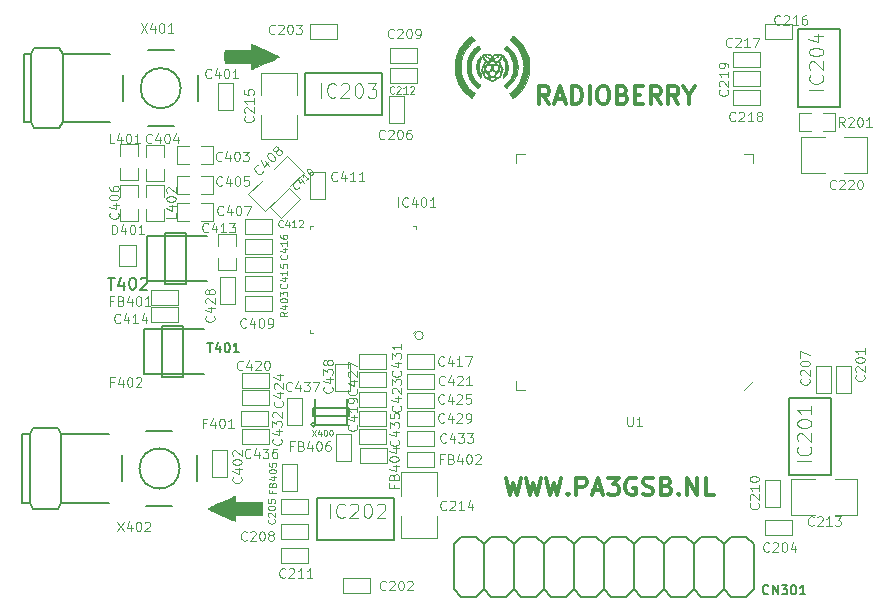
<source format=gto>
%TF.GenerationSoftware,KiCad,Pcbnew,(5.1.6)-1*%
%TF.CreationDate,2020-10-01T20:42:35+02:00*%
%TF.ProjectId,Radioberry,52616469-6f62-4657-9272-792e6b696361,rev?*%
%TF.SameCoordinates,Original*%
%TF.FileFunction,Legend,Top*%
%TF.FilePolarity,Positive*%
%FSLAX46Y46*%
G04 Gerber Fmt 4.6, Leading zero omitted, Abs format (unit mm)*
G04 Created by KiCad (PCBNEW (5.1.6)-1) date 2020-10-01 20:42:35*
%MOMM*%
%LPD*%
G01*
G04 APERTURE LIST*
%ADD10C,0.300000*%
%ADD11C,0.100000*%
%ADD12C,0.152400*%
%ADD13C,0.203200*%
%ADD14C,0.150000*%
%ADD15C,0.010000*%
%ADD16C,0.127000*%
%ADD17C,0.101600*%
%ADD18C,0.125000*%
G04 APERTURE END LIST*
D10*
X127407142Y-84828571D02*
X126907142Y-84114285D01*
X126550000Y-84828571D02*
X126550000Y-83328571D01*
X127121428Y-83328571D01*
X127264285Y-83400000D01*
X127335714Y-83471428D01*
X127407142Y-83614285D01*
X127407142Y-83828571D01*
X127335714Y-83971428D01*
X127264285Y-84042857D01*
X127121428Y-84114285D01*
X126550000Y-84114285D01*
X127978571Y-84400000D02*
X128692857Y-84400000D01*
X127835714Y-84828571D02*
X128335714Y-83328571D01*
X128835714Y-84828571D01*
X129335714Y-84828571D02*
X129335714Y-83328571D01*
X129692857Y-83328571D01*
X129907142Y-83400000D01*
X130050000Y-83542857D01*
X130121428Y-83685714D01*
X130192857Y-83971428D01*
X130192857Y-84185714D01*
X130121428Y-84471428D01*
X130050000Y-84614285D01*
X129907142Y-84757142D01*
X129692857Y-84828571D01*
X129335714Y-84828571D01*
X130835714Y-84828571D02*
X130835714Y-83328571D01*
X131835714Y-83328571D02*
X132121428Y-83328571D01*
X132264285Y-83400000D01*
X132407142Y-83542857D01*
X132478571Y-83828571D01*
X132478571Y-84328571D01*
X132407142Y-84614285D01*
X132264285Y-84757142D01*
X132121428Y-84828571D01*
X131835714Y-84828571D01*
X131692857Y-84757142D01*
X131550000Y-84614285D01*
X131478571Y-84328571D01*
X131478571Y-83828571D01*
X131550000Y-83542857D01*
X131692857Y-83400000D01*
X131835714Y-83328571D01*
X133621428Y-84042857D02*
X133835714Y-84114285D01*
X133907142Y-84185714D01*
X133978571Y-84328571D01*
X133978571Y-84542857D01*
X133907142Y-84685714D01*
X133835714Y-84757142D01*
X133692857Y-84828571D01*
X133121428Y-84828571D01*
X133121428Y-83328571D01*
X133621428Y-83328571D01*
X133764285Y-83400000D01*
X133835714Y-83471428D01*
X133907142Y-83614285D01*
X133907142Y-83757142D01*
X133835714Y-83900000D01*
X133764285Y-83971428D01*
X133621428Y-84042857D01*
X133121428Y-84042857D01*
X134621428Y-84042857D02*
X135121428Y-84042857D01*
X135335714Y-84828571D02*
X134621428Y-84828571D01*
X134621428Y-83328571D01*
X135335714Y-83328571D01*
X136835714Y-84828571D02*
X136335714Y-84114285D01*
X135978571Y-84828571D02*
X135978571Y-83328571D01*
X136550000Y-83328571D01*
X136692857Y-83400000D01*
X136764285Y-83471428D01*
X136835714Y-83614285D01*
X136835714Y-83828571D01*
X136764285Y-83971428D01*
X136692857Y-84042857D01*
X136550000Y-84114285D01*
X135978571Y-84114285D01*
X138335714Y-84828571D02*
X137835714Y-84114285D01*
X137478571Y-84828571D02*
X137478571Y-83328571D01*
X138050000Y-83328571D01*
X138192857Y-83400000D01*
X138264285Y-83471428D01*
X138335714Y-83614285D01*
X138335714Y-83828571D01*
X138264285Y-83971428D01*
X138192857Y-84042857D01*
X138050000Y-84114285D01*
X137478571Y-84114285D01*
X139264285Y-84114285D02*
X139264285Y-84828571D01*
X138764285Y-83328571D02*
X139264285Y-84114285D01*
X139764285Y-83328571D01*
X123704285Y-116468571D02*
X124061428Y-117968571D01*
X124347142Y-116897142D01*
X124632857Y-117968571D01*
X124990000Y-116468571D01*
X125418571Y-116468571D02*
X125775714Y-117968571D01*
X126061428Y-116897142D01*
X126347142Y-117968571D01*
X126704285Y-116468571D01*
X127132857Y-116468571D02*
X127490000Y-117968571D01*
X127775714Y-116897142D01*
X128061428Y-117968571D01*
X128418571Y-116468571D01*
X128990000Y-117825714D02*
X129061428Y-117897142D01*
X128990000Y-117968571D01*
X128918571Y-117897142D01*
X128990000Y-117825714D01*
X128990000Y-117968571D01*
X129704285Y-117968571D02*
X129704285Y-116468571D01*
X130275714Y-116468571D01*
X130418571Y-116540000D01*
X130490000Y-116611428D01*
X130561428Y-116754285D01*
X130561428Y-116968571D01*
X130490000Y-117111428D01*
X130418571Y-117182857D01*
X130275714Y-117254285D01*
X129704285Y-117254285D01*
X131132857Y-117540000D02*
X131847142Y-117540000D01*
X130990000Y-117968571D02*
X131490000Y-116468571D01*
X131990000Y-117968571D01*
X132347142Y-116468571D02*
X133275714Y-116468571D01*
X132775714Y-117040000D01*
X132990000Y-117040000D01*
X133132857Y-117111428D01*
X133204285Y-117182857D01*
X133275714Y-117325714D01*
X133275714Y-117682857D01*
X133204285Y-117825714D01*
X133132857Y-117897142D01*
X132990000Y-117968571D01*
X132561428Y-117968571D01*
X132418571Y-117897142D01*
X132347142Y-117825714D01*
X134704285Y-116540000D02*
X134561428Y-116468571D01*
X134347142Y-116468571D01*
X134132857Y-116540000D01*
X133990000Y-116682857D01*
X133918571Y-116825714D01*
X133847142Y-117111428D01*
X133847142Y-117325714D01*
X133918571Y-117611428D01*
X133990000Y-117754285D01*
X134132857Y-117897142D01*
X134347142Y-117968571D01*
X134490000Y-117968571D01*
X134704285Y-117897142D01*
X134775714Y-117825714D01*
X134775714Y-117325714D01*
X134490000Y-117325714D01*
X135347142Y-117897142D02*
X135561428Y-117968571D01*
X135918571Y-117968571D01*
X136061428Y-117897142D01*
X136132857Y-117825714D01*
X136204285Y-117682857D01*
X136204285Y-117540000D01*
X136132857Y-117397142D01*
X136061428Y-117325714D01*
X135918571Y-117254285D01*
X135632857Y-117182857D01*
X135490000Y-117111428D01*
X135418571Y-117040000D01*
X135347142Y-116897142D01*
X135347142Y-116754285D01*
X135418571Y-116611428D01*
X135490000Y-116540000D01*
X135632857Y-116468571D01*
X135990000Y-116468571D01*
X136204285Y-116540000D01*
X137347142Y-117182857D02*
X137561428Y-117254285D01*
X137632857Y-117325714D01*
X137704285Y-117468571D01*
X137704285Y-117682857D01*
X137632857Y-117825714D01*
X137561428Y-117897142D01*
X137418571Y-117968571D01*
X136847142Y-117968571D01*
X136847142Y-116468571D01*
X137347142Y-116468571D01*
X137490000Y-116540000D01*
X137561428Y-116611428D01*
X137632857Y-116754285D01*
X137632857Y-116897142D01*
X137561428Y-117040000D01*
X137490000Y-117111428D01*
X137347142Y-117182857D01*
X136847142Y-117182857D01*
X138347142Y-117825714D02*
X138418571Y-117897142D01*
X138347142Y-117968571D01*
X138275714Y-117897142D01*
X138347142Y-117825714D01*
X138347142Y-117968571D01*
X139061428Y-117968571D02*
X139061428Y-116468571D01*
X139918571Y-117968571D01*
X139918571Y-116468571D01*
X141347142Y-117968571D02*
X140632857Y-117968571D01*
X140632857Y-116468571D01*
D11*
%TO.C,U1*%
X144620000Y-108310000D02*
X143870000Y-109060000D01*
X125370000Y-109060000D02*
X124620000Y-109060000D01*
X124620000Y-109060000D02*
X124620000Y-108310000D01*
X143870000Y-89060000D02*
X144620000Y-89060000D01*
X144620000Y-89060000D02*
X144620000Y-89810000D01*
X125370000Y-89060000D02*
X124620000Y-89060000D01*
X124620000Y-89060000D02*
X124620000Y-89810000D01*
%TO.C,IC401*%
X116736553Y-104445000D02*
G75*
G03*
X116736553Y-104445000I-353553J0D01*
G01*
X116133000Y-103945000D02*
X115883000Y-104195000D01*
X107383000Y-104195000D02*
X107133000Y-104195000D01*
X107133000Y-104195000D02*
X107133000Y-103945000D01*
X115883000Y-95195000D02*
X116133000Y-95195000D01*
X116133000Y-95195000D02*
X116133000Y-95445000D01*
X107383000Y-95195000D02*
X107133000Y-95195000D01*
X107133000Y-95195000D02*
X107133000Y-95445000D01*
%TO.C,C201*%
X151665000Y-109343000D02*
X151665000Y-107057000D01*
X151665000Y-107057000D02*
X152935000Y-107057000D01*
X152935000Y-107057000D02*
X152935000Y-109343000D01*
X152935000Y-109343000D02*
X151665000Y-109343000D01*
%TO.C,C202*%
X112243000Y-126235000D02*
X109957000Y-126235000D01*
X109957000Y-126235000D02*
X109957000Y-124965000D01*
X109957000Y-124965000D02*
X112243000Y-124965000D01*
X112243000Y-124965000D02*
X112243000Y-126235000D01*
%TO.C,C203*%
X107157000Y-78065000D02*
X109443000Y-78065000D01*
X109443000Y-78065000D02*
X109443000Y-79335000D01*
X109443000Y-79335000D02*
X107157000Y-79335000D01*
X107157000Y-79335000D02*
X107157000Y-78065000D01*
%TO.C,C204*%
X147943000Y-121335000D02*
X145657000Y-121335000D01*
X145657000Y-121335000D02*
X145657000Y-120065000D01*
X145657000Y-120065000D02*
X147943000Y-120065000D01*
X147943000Y-120065000D02*
X147943000Y-121335000D01*
%TO.C,C205*%
X104657000Y-118265000D02*
X106943000Y-118265000D01*
X106943000Y-118265000D02*
X106943000Y-119535000D01*
X106943000Y-119535000D02*
X104657000Y-119535000D01*
X104657000Y-119535000D02*
X104657000Y-118265000D01*
%TO.C,C206*%
X113865000Y-86443000D02*
X113865000Y-84157000D01*
X113865000Y-84157000D02*
X115135000Y-84157000D01*
X115135000Y-84157000D02*
X115135000Y-86443000D01*
X115135000Y-86443000D02*
X113865000Y-86443000D01*
%TO.C,C207*%
X149965000Y-109343000D02*
X149965000Y-107057000D01*
X149965000Y-107057000D02*
X151235000Y-107057000D01*
X151235000Y-107057000D02*
X151235000Y-109343000D01*
X151235000Y-109343000D02*
X149965000Y-109343000D01*
%TO.C,C208*%
X104657000Y-120365000D02*
X106943000Y-120365000D01*
X106943000Y-120365000D02*
X106943000Y-121635000D01*
X106943000Y-121635000D02*
X104657000Y-121635000D01*
X104657000Y-121635000D02*
X104657000Y-120365000D01*
%TO.C,C209*%
X116243000Y-81335000D02*
X113957000Y-81335000D01*
X113957000Y-81335000D02*
X113957000Y-80065000D01*
X113957000Y-80065000D02*
X116243000Y-80065000D01*
X116243000Y-80065000D02*
X116243000Y-81335000D01*
%TO.C,C210*%
X146935000Y-116657000D02*
X146935000Y-118943000D01*
X146935000Y-118943000D02*
X145665000Y-118943000D01*
X145665000Y-118943000D02*
X145665000Y-116657000D01*
X145665000Y-116657000D02*
X146935000Y-116657000D01*
%TO.C,C211*%
X104657000Y-122465000D02*
X106943000Y-122465000D01*
X106943000Y-122465000D02*
X106943000Y-123735000D01*
X106943000Y-123735000D02*
X104657000Y-123735000D01*
X104657000Y-123735000D02*
X104657000Y-122465000D01*
%TO.C,C212*%
X116243000Y-83035000D02*
X113957000Y-83035000D01*
X113957000Y-83035000D02*
X113957000Y-81765000D01*
X113957000Y-81765000D02*
X116243000Y-81765000D01*
X116243000Y-81765000D02*
X116243000Y-83035000D01*
%TO.C,C213*%
X147906000Y-116576000D02*
X147906000Y-119624000D01*
X151589000Y-119624000D02*
X153494000Y-119624000D01*
X153494000Y-119624000D02*
X153494000Y-116576000D01*
X153494000Y-116576000D02*
X151589000Y-116576000D01*
X149938000Y-116576000D02*
X147906000Y-116576000D01*
X147906000Y-119624000D02*
X149938000Y-119624000D01*
%TO.C,C214*%
X117924000Y-116006000D02*
X114876000Y-116006000D01*
X114876000Y-119689000D02*
X114876000Y-121594000D01*
X114876000Y-121594000D02*
X117924000Y-121594000D01*
X117924000Y-121594000D02*
X117924000Y-119689000D01*
X117924000Y-118038000D02*
X117924000Y-116006000D01*
X114876000Y-116006000D02*
X114876000Y-118038000D01*
%TO.C,C215*%
X102976000Y-87794000D02*
X106024000Y-87794000D01*
X106024000Y-84111000D02*
X106024000Y-82206000D01*
X106024000Y-82206000D02*
X102976000Y-82206000D01*
X102976000Y-82206000D02*
X102976000Y-84111000D01*
X102976000Y-85762000D02*
X102976000Y-87794000D01*
X106024000Y-87794000D02*
X106024000Y-85762000D01*
%TO.C,C216*%
X147943000Y-79335000D02*
X145657000Y-79335000D01*
X145657000Y-79335000D02*
X145657000Y-78065000D01*
X145657000Y-78065000D02*
X147943000Y-78065000D01*
X147943000Y-78065000D02*
X147943000Y-79335000D01*
%TO.C,C217*%
X145283000Y-81695000D02*
X142997000Y-81695000D01*
X142997000Y-81695000D02*
X142997000Y-80425000D01*
X142997000Y-80425000D02*
X145283000Y-80425000D01*
X145283000Y-80425000D02*
X145283000Y-81695000D01*
%TO.C,C218*%
X145223000Y-84895000D02*
X142937000Y-84895000D01*
X142937000Y-84895000D02*
X142937000Y-83625000D01*
X142937000Y-83625000D02*
X145223000Y-83625000D01*
X145223000Y-83625000D02*
X145223000Y-84895000D01*
%TO.C,C219*%
X145203000Y-83325000D02*
X142917000Y-83325000D01*
X142917000Y-83325000D02*
X142917000Y-82055000D01*
X142917000Y-82055000D02*
X145203000Y-82055000D01*
X145203000Y-82055000D02*
X145203000Y-83325000D01*
%TO.C,C220*%
X148706000Y-87676000D02*
X148706000Y-90724000D01*
X152389000Y-90724000D02*
X154294000Y-90724000D01*
X154294000Y-90724000D02*
X154294000Y-87676000D01*
X154294000Y-87676000D02*
X152389000Y-87676000D01*
X150738000Y-87676000D02*
X148706000Y-87676000D01*
X148706000Y-90724000D02*
X150738000Y-90724000D01*
%TO.C,C401*%
X99314000Y-85344000D02*
X99314000Y-83058000D01*
X99314000Y-83058000D02*
X100584000Y-83058000D01*
X100584000Y-83058000D02*
X100584000Y-85344000D01*
X100584000Y-85344000D02*
X99314000Y-85344000D01*
%TO.C,C402*%
X100125000Y-114117000D02*
X100125000Y-116403000D01*
X100125000Y-116403000D02*
X98855000Y-116403000D01*
X98855000Y-116403000D02*
X98855000Y-114117000D01*
X98855000Y-114117000D02*
X100125000Y-114117000D01*
%TO.C,C403*%
X96901000Y-89916000D02*
X95885000Y-89916000D01*
X95885000Y-89916000D02*
X95885000Y-88392000D01*
X95885000Y-88392000D02*
X96901000Y-88392000D01*
X97917000Y-88392000D02*
X98933000Y-88392000D01*
X98933000Y-88392000D02*
X98933000Y-89916000D01*
X98933000Y-89916000D02*
X97917000Y-89916000D01*
%TO.C,C404*%
X92583000Y-90297000D02*
X92583000Y-91313000D01*
X92583000Y-91313000D02*
X91059000Y-91313000D01*
X91059000Y-91313000D02*
X91059000Y-90297000D01*
X91059000Y-89281000D02*
X91059000Y-88265000D01*
X91059000Y-88265000D02*
X92583000Y-88265000D01*
X92583000Y-88265000D02*
X92583000Y-89281000D01*
%TO.C,C405*%
X96901000Y-92456000D02*
X95885000Y-92456000D01*
X95885000Y-92456000D02*
X95885000Y-90932000D01*
X95885000Y-90932000D02*
X96901000Y-90932000D01*
X97917000Y-90932000D02*
X98933000Y-90932000D01*
X98933000Y-90932000D02*
X98933000Y-92456000D01*
X98933000Y-92456000D02*
X97917000Y-92456000D01*
%TO.C,C406*%
X92583000Y-93726000D02*
X92583000Y-94742000D01*
X92583000Y-94742000D02*
X91059000Y-94742000D01*
X91059000Y-94742000D02*
X91059000Y-93726000D01*
X91059000Y-92710000D02*
X91059000Y-91694000D01*
X91059000Y-91694000D02*
X92583000Y-91694000D01*
X92583000Y-91694000D02*
X92583000Y-92710000D01*
%TO.C,C407*%
X96901000Y-94742000D02*
X95885000Y-94742000D01*
X95885000Y-94742000D02*
X95885000Y-93218000D01*
X95885000Y-93218000D02*
X96901000Y-93218000D01*
X97917000Y-93218000D02*
X98933000Y-93218000D01*
X98933000Y-93218000D02*
X98933000Y-94742000D01*
X98933000Y-94742000D02*
X97917000Y-94742000D01*
%TO.C,C408*%
X105469082Y-91779132D02*
X106600452Y-90647761D01*
X106600452Y-90647761D02*
X105186239Y-89233548D01*
X105186239Y-89233548D02*
X104054868Y-90364918D01*
X103064918Y-91354868D02*
X101933548Y-92486239D01*
X101933548Y-92486239D02*
X103347761Y-93900452D01*
X103347761Y-93900452D02*
X104479132Y-92769082D01*
%TO.C,C409*%
X101600000Y-101092000D02*
X103886000Y-101092000D01*
X103886000Y-101092000D02*
X103886000Y-102362000D01*
X103886000Y-102362000D02*
X101600000Y-102362000D01*
X101600000Y-102362000D02*
X101600000Y-101092000D01*
%TO.C,C410*%
X103771764Y-93577210D02*
X105388210Y-91960764D01*
X105388210Y-91960764D02*
X106286236Y-92858790D01*
X106286236Y-92858790D02*
X104669790Y-94475236D01*
X104669790Y-94475236D02*
X103771764Y-93577210D01*
%TO.C,C411*%
X108425000Y-90617000D02*
X108425000Y-92903000D01*
X108425000Y-92903000D02*
X107155000Y-92903000D01*
X107155000Y-92903000D02*
X107155000Y-90617000D01*
X107155000Y-90617000D02*
X108425000Y-90617000D01*
%TO.C,C412*%
X101600000Y-94615000D02*
X103886000Y-94615000D01*
X103886000Y-94615000D02*
X103886000Y-95885000D01*
X103886000Y-95885000D02*
X101600000Y-95885000D01*
X101600000Y-95885000D02*
X101600000Y-94615000D01*
%TO.C,C413*%
X100838000Y-97917000D02*
X100838000Y-98933000D01*
X100838000Y-98933000D02*
X99314000Y-98933000D01*
X99314000Y-98933000D02*
X99314000Y-97917000D01*
X99314000Y-96901000D02*
X99314000Y-95885000D01*
X99314000Y-95885000D02*
X100838000Y-95885000D01*
X100838000Y-95885000D02*
X100838000Y-96901000D01*
%TO.C,C414*%
X95943000Y-103335000D02*
X93657000Y-103335000D01*
X93657000Y-103335000D02*
X93657000Y-102065000D01*
X93657000Y-102065000D02*
X95943000Y-102065000D01*
X95943000Y-102065000D02*
X95943000Y-103335000D01*
%TO.C,C415*%
X103886000Y-99060000D02*
X101600000Y-99060000D01*
X101600000Y-99060000D02*
X101600000Y-97790000D01*
X101600000Y-97790000D02*
X103886000Y-97790000D01*
X103886000Y-97790000D02*
X103886000Y-99060000D01*
%TO.C,C416*%
X103886000Y-97536000D02*
X101600000Y-97536000D01*
X101600000Y-97536000D02*
X101600000Y-96266000D01*
X101600000Y-96266000D02*
X103886000Y-96266000D01*
X103886000Y-96266000D02*
X103886000Y-97536000D01*
%TO.C,C417*%
X115316000Y-106045000D02*
X117602000Y-106045000D01*
X117602000Y-106045000D02*
X117602000Y-107315000D01*
X117602000Y-107315000D02*
X115316000Y-107315000D01*
X115316000Y-107315000D02*
X115316000Y-106045000D01*
%TO.C,C419*%
X113582000Y-112141000D02*
X111296000Y-112141000D01*
X111296000Y-112141000D02*
X111296000Y-110871000D01*
X111296000Y-110871000D02*
X113582000Y-110871000D01*
X113582000Y-110871000D02*
X113582000Y-112141000D01*
%TO.C,C420*%
X103673000Y-108855000D02*
X101387000Y-108855000D01*
X101387000Y-108855000D02*
X101387000Y-107585000D01*
X101387000Y-107585000D02*
X103673000Y-107585000D01*
X103673000Y-107585000D02*
X103673000Y-108855000D01*
%TO.C,C421*%
X115316000Y-107696000D02*
X117602000Y-107696000D01*
X117602000Y-107696000D02*
X117602000Y-108966000D01*
X117602000Y-108966000D02*
X115316000Y-108966000D01*
X115316000Y-108966000D02*
X115316000Y-107696000D01*
%TO.C,C423*%
X113582000Y-110490000D02*
X111296000Y-110490000D01*
X111296000Y-110490000D02*
X111296000Y-109220000D01*
X111296000Y-109220000D02*
X113582000Y-109220000D01*
X113582000Y-109220000D02*
X113582000Y-110490000D01*
%TO.C,C424*%
X103673000Y-110345000D02*
X101387000Y-110345000D01*
X101387000Y-110345000D02*
X101387000Y-109075000D01*
X101387000Y-109075000D02*
X103673000Y-109075000D01*
X103673000Y-109075000D02*
X103673000Y-110345000D01*
%TO.C,C425*%
X115316000Y-109347000D02*
X117602000Y-109347000D01*
X117602000Y-109347000D02*
X117602000Y-110617000D01*
X117602000Y-110617000D02*
X115316000Y-110617000D01*
X115316000Y-110617000D02*
X115316000Y-109347000D01*
%TO.C,C427*%
X113582000Y-108839000D02*
X111296000Y-108839000D01*
X111296000Y-108839000D02*
X111296000Y-107569000D01*
X111296000Y-107569000D02*
X113582000Y-107569000D01*
X113582000Y-107569000D02*
X113582000Y-108839000D01*
%TO.C,C428*%
X99535000Y-101783000D02*
X99535000Y-99497000D01*
X99535000Y-99497000D02*
X100805000Y-99497000D01*
X100805000Y-99497000D02*
X100805000Y-101783000D01*
X100805000Y-101783000D02*
X99535000Y-101783000D01*
%TO.C,C429*%
X115316000Y-110871000D02*
X117602000Y-110871000D01*
X117602000Y-110871000D02*
X117602000Y-112141000D01*
X117602000Y-112141000D02*
X115316000Y-112141000D01*
X115316000Y-112141000D02*
X115316000Y-110871000D01*
%TO.C,C431*%
X113582000Y-107315000D02*
X111296000Y-107315000D01*
X111296000Y-107315000D02*
X111296000Y-106045000D01*
X111296000Y-106045000D02*
X113582000Y-106045000D01*
X113582000Y-106045000D02*
X113582000Y-107315000D01*
%TO.C,C432*%
X103593000Y-112095000D02*
X101307000Y-112095000D01*
X101307000Y-112095000D02*
X101307000Y-110825000D01*
X101307000Y-110825000D02*
X103593000Y-110825000D01*
X103593000Y-110825000D02*
X103593000Y-112095000D01*
%TO.C,C433*%
X115316000Y-112522000D02*
X117602000Y-112522000D01*
X117602000Y-112522000D02*
X117602000Y-113792000D01*
X117602000Y-113792000D02*
X115316000Y-113792000D01*
X115316000Y-113792000D02*
X115316000Y-112522000D01*
%TO.C,C435*%
X113582000Y-113665000D02*
X111296000Y-113665000D01*
X111296000Y-113665000D02*
X111296000Y-112395000D01*
X111296000Y-112395000D02*
X113582000Y-112395000D01*
X113582000Y-112395000D02*
X113582000Y-113665000D01*
%TO.C,C436*%
X103633000Y-113635000D02*
X101347000Y-113635000D01*
X101347000Y-113635000D02*
X101347000Y-112365000D01*
X101347000Y-112365000D02*
X103633000Y-112365000D01*
X103633000Y-112365000D02*
X103633000Y-113635000D01*
%TO.C,C437*%
X106435000Y-109757000D02*
X106435000Y-112043000D01*
X106435000Y-112043000D02*
X105165000Y-112043000D01*
X105165000Y-112043000D02*
X105165000Y-109757000D01*
X105165000Y-109757000D02*
X106435000Y-109757000D01*
D12*
%TO.C,CN301*%
X144700000Y-122095000D02*
X144065000Y-121460000D01*
X142795000Y-121460000D02*
X142160000Y-122095000D01*
X142160000Y-122095000D02*
X141525000Y-121460000D01*
X140255000Y-121460000D02*
X139620000Y-122095000D01*
X139620000Y-122095000D02*
X138985000Y-121460000D01*
X137715000Y-121460000D02*
X137080000Y-122095000D01*
X137080000Y-122095000D02*
X136445000Y-121460000D01*
X135175000Y-121460000D02*
X134540000Y-122095000D01*
X134540000Y-122095000D02*
X133905000Y-121460000D01*
X132635000Y-121460000D02*
X132000000Y-122095000D01*
X132000000Y-122095000D02*
X131365000Y-121460000D01*
X130095000Y-121460000D02*
X129460000Y-122095000D01*
X144700000Y-122095000D02*
X144700000Y-125905000D01*
X144700000Y-125905000D02*
X144065000Y-126540000D01*
X144065000Y-126540000D02*
X142795000Y-126540000D01*
X142795000Y-126540000D02*
X142160000Y-125905000D01*
X142160000Y-125905000D02*
X141525000Y-126540000D01*
X141525000Y-126540000D02*
X140255000Y-126540000D01*
X140255000Y-126540000D02*
X139620000Y-125905000D01*
X139620000Y-125905000D02*
X138985000Y-126540000D01*
X138985000Y-126540000D02*
X137715000Y-126540000D01*
X137715000Y-126540000D02*
X137080000Y-125905000D01*
X137080000Y-125905000D02*
X136445000Y-126540000D01*
X136445000Y-126540000D02*
X135175000Y-126540000D01*
X135175000Y-126540000D02*
X134540000Y-125905000D01*
X134540000Y-125905000D02*
X133905000Y-126540000D01*
X133905000Y-126540000D02*
X132635000Y-126540000D01*
X132635000Y-126540000D02*
X132000000Y-125905000D01*
X132000000Y-125905000D02*
X131365000Y-126540000D01*
X131365000Y-126540000D02*
X130095000Y-126540000D01*
X130095000Y-126540000D02*
X129460000Y-125905000D01*
X129460000Y-125905000D02*
X128825000Y-126540000D01*
X128825000Y-126540000D02*
X127555000Y-126540000D01*
X127555000Y-126540000D02*
X126920000Y-125905000D01*
X126920000Y-125905000D02*
X126285000Y-126540000D01*
X126285000Y-126540000D02*
X125015000Y-126540000D01*
X125015000Y-126540000D02*
X124380000Y-125905000D01*
X124380000Y-125905000D02*
X123745000Y-126540000D01*
X123745000Y-126540000D02*
X122475000Y-126540000D01*
X122475000Y-126540000D02*
X121840000Y-125905000D01*
X121840000Y-122095000D02*
X122475000Y-121460000D01*
X124380000Y-122095000D02*
X123745000Y-121460000D01*
X124380000Y-122095000D02*
X125015000Y-121460000D01*
X126920000Y-122095000D02*
X126285000Y-121460000D01*
X126920000Y-122095000D02*
X127555000Y-121460000D01*
X129460000Y-122095000D02*
X128825000Y-121460000D01*
X142160000Y-125905000D02*
X142160000Y-122095000D01*
X139620000Y-125905000D02*
X139620000Y-122095000D01*
X137080000Y-125905000D02*
X137080000Y-122095000D01*
X134540000Y-125905000D02*
X134540000Y-122095000D01*
X132000000Y-125905000D02*
X132000000Y-122095000D01*
X129460000Y-125905000D02*
X129460000Y-122095000D01*
X126920000Y-125905000D02*
X126920000Y-122095000D01*
X124380000Y-125905000D02*
X124380000Y-122095000D01*
X121840000Y-125905000D02*
X121840000Y-122095000D01*
X123745000Y-121460000D02*
X122475000Y-121460000D01*
X126285000Y-121460000D02*
X125015000Y-121460000D01*
X128825000Y-121460000D02*
X127555000Y-121460000D01*
X131365000Y-121460000D02*
X130095000Y-121460000D01*
X133905000Y-121460000D02*
X132635000Y-121460000D01*
X136445000Y-121460000D02*
X135175000Y-121460000D01*
X138985000Y-121460000D02*
X137715000Y-121460000D01*
X141525000Y-121460000D02*
X140255000Y-121460000D01*
X144065000Y-121460000D02*
X142795000Y-121460000D01*
X121840000Y-125905000D02*
X121205000Y-126540000D01*
X121205000Y-126540000D02*
X119935000Y-126540000D01*
X119935000Y-126540000D02*
X119300000Y-125905000D01*
X119300000Y-122095000D02*
X119935000Y-121460000D01*
X121840000Y-122095000D02*
X121205000Y-121460000D01*
X119300000Y-125905000D02*
X119300000Y-122095000D01*
X121205000Y-121460000D02*
X119935000Y-121460000D01*
D11*
%TO.C,D401*%
X90992960Y-96763840D02*
X90992960Y-98562160D01*
X90992960Y-98562160D02*
X92395040Y-98562160D01*
X92395040Y-98562160D02*
X92395040Y-96763840D01*
X92395040Y-96763840D02*
X90992960Y-96763840D01*
%TO.C,FB401*%
X93657000Y-100565000D02*
X95943000Y-100565000D01*
X95943000Y-100565000D02*
X95943000Y-101835000D01*
X95943000Y-101835000D02*
X93657000Y-101835000D01*
X93657000Y-101835000D02*
X93657000Y-100565000D01*
%TO.C,FB402*%
X115357000Y-114265000D02*
X117643000Y-114265000D01*
X117643000Y-114265000D02*
X117643000Y-115535000D01*
X117643000Y-115535000D02*
X115357000Y-115535000D01*
X115357000Y-115535000D02*
X115357000Y-114265000D01*
%TO.C,FB404*%
X113643000Y-115235000D02*
X111357000Y-115235000D01*
X111357000Y-115235000D02*
X111357000Y-113965000D01*
X111357000Y-113965000D02*
X113643000Y-113965000D01*
X113643000Y-113965000D02*
X113643000Y-115235000D01*
%TO.C,FB405*%
X106035000Y-115357000D02*
X106035000Y-117643000D01*
X106035000Y-117643000D02*
X104765000Y-117643000D01*
X104765000Y-117643000D02*
X104765000Y-115357000D01*
X104765000Y-115357000D02*
X106035000Y-115357000D01*
%TO.C,FB406*%
X110635000Y-112757000D02*
X110635000Y-115043000D01*
X110635000Y-115043000D02*
X109365000Y-115043000D01*
X109365000Y-115043000D02*
X109365000Y-112757000D01*
X109365000Y-112757000D02*
X110635000Y-112757000D01*
D13*
%TO.C,IC201*%
X147722000Y-109723000D02*
X151278000Y-109723000D01*
X151278000Y-109723000D02*
X151278000Y-116277000D01*
X151278000Y-116277000D02*
X147722000Y-116277000D01*
X147722000Y-116277000D02*
X147722000Y-109723000D01*
%TO.C,IC202*%
X114277000Y-118222000D02*
X114277000Y-121778000D01*
X114277000Y-121778000D02*
X107723000Y-121778000D01*
X107723000Y-121778000D02*
X107723000Y-118222000D01*
X107723000Y-118222000D02*
X114277000Y-118222000D01*
%TO.C,IC203*%
X106723000Y-85778000D02*
X106723000Y-82222000D01*
X106723000Y-82222000D02*
X113277000Y-82222000D01*
X113277000Y-82222000D02*
X113277000Y-85778000D01*
X113277000Y-85778000D02*
X106723000Y-85778000D01*
%TO.C,IC204*%
X148422000Y-78523000D02*
X151978000Y-78523000D01*
X151978000Y-78523000D02*
X151978000Y-85077000D01*
X151978000Y-85077000D02*
X148422000Y-85077000D01*
X148422000Y-85077000D02*
X148422000Y-78523000D01*
D11*
%TO.C,L401*%
X93238000Y-89292000D02*
X93238000Y-88276000D01*
X93238000Y-88276000D02*
X94762000Y-88276000D01*
X94762000Y-88276000D02*
X94762000Y-89292000D01*
X94762000Y-90308000D02*
X94762000Y-91324000D01*
X94762000Y-91324000D02*
X93238000Y-91324000D01*
X93238000Y-91324000D02*
X93238000Y-90308000D01*
%TO.C,L402*%
X93218000Y-92710000D02*
X93218000Y-91694000D01*
X93218000Y-91694000D02*
X94742000Y-91694000D01*
X94742000Y-91694000D02*
X94742000Y-92710000D01*
X94742000Y-93726000D02*
X94742000Y-94742000D01*
X94742000Y-94742000D02*
X93218000Y-94742000D01*
X93218000Y-94742000D02*
X93218000Y-93726000D01*
%TO.C,R201*%
X150608000Y-85638000D02*
X151624000Y-85638000D01*
X151624000Y-85638000D02*
X151624000Y-87162000D01*
X151624000Y-87162000D02*
X150608000Y-87162000D01*
X149592000Y-87162000D02*
X148576000Y-87162000D01*
X148576000Y-87162000D02*
X148576000Y-85638000D01*
X148576000Y-85638000D02*
X149592000Y-85638000D01*
%TO.C,R403*%
X103886000Y-100711000D02*
X101600000Y-100711000D01*
X101600000Y-100711000D02*
X101600000Y-99441000D01*
X101600000Y-99441000D02*
X103886000Y-99441000D01*
X103886000Y-99441000D02*
X103886000Y-100711000D01*
D14*
%TO.C,T401*%
X94615000Y-107950000D02*
X94615000Y-103632000D01*
X94615000Y-103632000D02*
X96393000Y-103632000D01*
X96393000Y-103632000D02*
X96393000Y-107950000D01*
X96393000Y-107950000D02*
X94615000Y-107950000D01*
X98171000Y-103886000D02*
X93091000Y-103886000D01*
X93091000Y-103886000D02*
X93091000Y-107696000D01*
X93091000Y-107696000D02*
X98171000Y-107696000D01*
%TO.C,T402*%
X94869000Y-100076000D02*
X94869000Y-95758000D01*
X94869000Y-95758000D02*
X96647000Y-95758000D01*
X96647000Y-95758000D02*
X96647000Y-100076000D01*
X96647000Y-100076000D02*
X94869000Y-100076000D01*
X98425000Y-96012000D02*
X93345000Y-96012000D01*
X93345000Y-96012000D02*
X93345000Y-99822000D01*
X93345000Y-99822000D02*
X98425000Y-99822000D01*
%TO.C,X400*%
X107608353Y-111993700D02*
G75*
G03*
X107608353Y-111993700I-178253J0D01*
G01*
X107430100Y-110558600D02*
X107430100Y-111244400D01*
X107430100Y-111244400D02*
X110414600Y-111257100D01*
X110414600Y-111257100D02*
X110414600Y-110584000D01*
X110414600Y-110584000D02*
X107430100Y-110571300D01*
X107557100Y-109822000D02*
X107557100Y-112044500D01*
X107557100Y-112044500D02*
X110300300Y-112044500D01*
X110300300Y-112044500D02*
X110300300Y-109783900D01*
D13*
%TO.C,X401*%
X96200000Y-83500000D02*
G75*
G03*
X96200000Y-83500000I-1700000J0D01*
G01*
X95600000Y-86700000D02*
X93400000Y-86700000D01*
X91300000Y-84600000D02*
X91300000Y-82400000D01*
X93400000Y-80300000D02*
X95600000Y-80300000D01*
X97700000Y-82400000D02*
X97700000Y-84600000D01*
X90200000Y-86400000D02*
X86200000Y-86400000D01*
X86200000Y-86400000D02*
X85900000Y-86900000D01*
X83800000Y-86900000D02*
X83500000Y-86400000D01*
X83500000Y-86400000D02*
X82900000Y-86400000D01*
X82900000Y-80600000D02*
X82900000Y-86400000D01*
X85900000Y-86900000D02*
X83800000Y-86900000D01*
X90200000Y-80600000D02*
X86200000Y-80600000D01*
X86200000Y-80600000D02*
X85900000Y-80100000D01*
X83800000Y-80100000D02*
X83500000Y-80600000D01*
X83500000Y-80600000D02*
X82900000Y-80600000D01*
X85900000Y-80100000D02*
X83800000Y-80100000D01*
X83500000Y-80600000D02*
X83500000Y-86400000D01*
X86200000Y-80600000D02*
X86200000Y-86400000D01*
%TO.C,X402*%
X96100000Y-115700000D02*
G75*
G03*
X96100000Y-115700000I-1700000J0D01*
G01*
X95500000Y-118900000D02*
X93300000Y-118900000D01*
X91200000Y-116800000D02*
X91200000Y-114600000D01*
X93300000Y-112500000D02*
X95500000Y-112500000D01*
X97600000Y-114600000D02*
X97600000Y-116800000D01*
X90100000Y-118600000D02*
X86100000Y-118600000D01*
X86100000Y-118600000D02*
X85800000Y-119100000D01*
X83700000Y-119100000D02*
X83400000Y-118600000D01*
X83400000Y-118600000D02*
X82800000Y-118600000D01*
X82800000Y-112800000D02*
X82800000Y-118600000D01*
X85800000Y-119100000D02*
X83700000Y-119100000D01*
X90100000Y-112800000D02*
X86100000Y-112800000D01*
X86100000Y-112800000D02*
X85800000Y-112300000D01*
X83700000Y-112300000D02*
X83400000Y-112800000D01*
X83400000Y-112800000D02*
X82800000Y-112800000D01*
X85800000Y-112300000D02*
X83700000Y-112300000D01*
X83400000Y-112800000D02*
X83400000Y-118600000D01*
X86100000Y-112800000D02*
X86100000Y-118600000D01*
D15*
%TO.C,G\u002A\u002A\u002A*%
G36*
X102197439Y-79782804D02*
G01*
X102276519Y-79811696D01*
X102396276Y-79859183D01*
X102551294Y-79923014D01*
X102736160Y-80000939D01*
X102945461Y-80090708D01*
X103173782Y-80190072D01*
X103342727Y-80264441D01*
X103625626Y-80389986D01*
X103860466Y-80495268D01*
X104051104Y-80582169D01*
X104201399Y-80652574D01*
X104315210Y-80708364D01*
X104396395Y-80751423D01*
X104448812Y-80783634D01*
X104476320Y-80806878D01*
X104483000Y-80820868D01*
X104473372Y-80838155D01*
X104441914Y-80862943D01*
X104384767Y-80897127D01*
X104298071Y-80942603D01*
X104177966Y-81001269D01*
X104020592Y-81075021D01*
X103822090Y-81165756D01*
X103578599Y-81275371D01*
X103354111Y-81375575D01*
X103117176Y-81480766D01*
X102895754Y-81578519D01*
X102695244Y-81666490D01*
X102521044Y-81742337D01*
X102378554Y-81803716D01*
X102273172Y-81848284D01*
X102210297Y-81873696D01*
X102194648Y-81878840D01*
X102149371Y-81864287D01*
X102145259Y-81860741D01*
X102136606Y-81825600D01*
X102130052Y-81748554D01*
X102126677Y-81644133D01*
X102126445Y-81607068D01*
X102126445Y-81372211D01*
X101018722Y-81364827D01*
X99911000Y-81357444D01*
X99903295Y-80839008D01*
X99901681Y-80625448D01*
X99904094Y-80465390D01*
X99910658Y-80356026D01*
X99921496Y-80294550D01*
X99927917Y-80281619D01*
X99945304Y-80271398D01*
X99982124Y-80263052D01*
X100043293Y-80256411D01*
X100133728Y-80251301D01*
X100258345Y-80247552D01*
X100422059Y-80244992D01*
X100629787Y-80243449D01*
X100886446Y-80242752D01*
X101043345Y-80242667D01*
X102126445Y-80242667D01*
X102126445Y-80016003D01*
X102129671Y-79890280D01*
X102140121Y-79813325D01*
X102158953Y-79777789D01*
X102164449Y-79774756D01*
X102197439Y-79782804D01*
G37*
X102197439Y-79782804D02*
X102276519Y-79811696D01*
X102396276Y-79859183D01*
X102551294Y-79923014D01*
X102736160Y-80000939D01*
X102945461Y-80090708D01*
X103173782Y-80190072D01*
X103342727Y-80264441D01*
X103625626Y-80389986D01*
X103860466Y-80495268D01*
X104051104Y-80582169D01*
X104201399Y-80652574D01*
X104315210Y-80708364D01*
X104396395Y-80751423D01*
X104448812Y-80783634D01*
X104476320Y-80806878D01*
X104483000Y-80820868D01*
X104473372Y-80838155D01*
X104441914Y-80862943D01*
X104384767Y-80897127D01*
X104298071Y-80942603D01*
X104177966Y-81001269D01*
X104020592Y-81075021D01*
X103822090Y-81165756D01*
X103578599Y-81275371D01*
X103354111Y-81375575D01*
X103117176Y-81480766D01*
X102895754Y-81578519D01*
X102695244Y-81666490D01*
X102521044Y-81742337D01*
X102378554Y-81803716D01*
X102273172Y-81848284D01*
X102210297Y-81873696D01*
X102194648Y-81878840D01*
X102149371Y-81864287D01*
X102145259Y-81860741D01*
X102136606Y-81825600D01*
X102130052Y-81748554D01*
X102126677Y-81644133D01*
X102126445Y-81607068D01*
X102126445Y-81372211D01*
X101018722Y-81364827D01*
X99911000Y-81357444D01*
X99903295Y-80839008D01*
X99901681Y-80625448D01*
X99904094Y-80465390D01*
X99910658Y-80356026D01*
X99921496Y-80294550D01*
X99927917Y-80281619D01*
X99945304Y-80271398D01*
X99982124Y-80263052D01*
X100043293Y-80256411D01*
X100133728Y-80251301D01*
X100258345Y-80247552D01*
X100422059Y-80244992D01*
X100629787Y-80243449D01*
X100886446Y-80242752D01*
X101043345Y-80242667D01*
X102126445Y-80242667D01*
X102126445Y-80016003D01*
X102129671Y-79890280D01*
X102140121Y-79813325D01*
X102158953Y-79777789D01*
X102164449Y-79774756D01*
X102197439Y-79782804D01*
G36*
X100762561Y-120127196D02*
G01*
X100683481Y-120098304D01*
X100563724Y-120050817D01*
X100408706Y-119986986D01*
X100223840Y-119909061D01*
X100014539Y-119819292D01*
X99786218Y-119719928D01*
X99617273Y-119645559D01*
X99334374Y-119520014D01*
X99099534Y-119414732D01*
X98908896Y-119327831D01*
X98758601Y-119257426D01*
X98644790Y-119201636D01*
X98563605Y-119158577D01*
X98511188Y-119126366D01*
X98483680Y-119103122D01*
X98477000Y-119089132D01*
X98486628Y-119071845D01*
X98518086Y-119047057D01*
X98575233Y-119012873D01*
X98661929Y-118967397D01*
X98782034Y-118908731D01*
X98939408Y-118834979D01*
X99137910Y-118744244D01*
X99381401Y-118634629D01*
X99605889Y-118534425D01*
X99842824Y-118429234D01*
X100064246Y-118331481D01*
X100264756Y-118243510D01*
X100438956Y-118167663D01*
X100581446Y-118106284D01*
X100686828Y-118061716D01*
X100749703Y-118036304D01*
X100765352Y-118031160D01*
X100810629Y-118045713D01*
X100814741Y-118049259D01*
X100823394Y-118084400D01*
X100829948Y-118161446D01*
X100833323Y-118265867D01*
X100833555Y-118302932D01*
X100833555Y-118537789D01*
X101941278Y-118545173D01*
X103049000Y-118552556D01*
X103056705Y-119070992D01*
X103058319Y-119284552D01*
X103055906Y-119444610D01*
X103049342Y-119553974D01*
X103038504Y-119615450D01*
X103032083Y-119628381D01*
X103014696Y-119638602D01*
X102977876Y-119646948D01*
X102916707Y-119653589D01*
X102826272Y-119658699D01*
X102701655Y-119662448D01*
X102537941Y-119665008D01*
X102330213Y-119666551D01*
X102073554Y-119667248D01*
X101916655Y-119667333D01*
X100833555Y-119667333D01*
X100833555Y-119893997D01*
X100830329Y-120019720D01*
X100819879Y-120096675D01*
X100801047Y-120132211D01*
X100795551Y-120135244D01*
X100762561Y-120127196D01*
G37*
X100762561Y-120127196D02*
X100683481Y-120098304D01*
X100563724Y-120050817D01*
X100408706Y-119986986D01*
X100223840Y-119909061D01*
X100014539Y-119819292D01*
X99786218Y-119719928D01*
X99617273Y-119645559D01*
X99334374Y-119520014D01*
X99099534Y-119414732D01*
X98908896Y-119327831D01*
X98758601Y-119257426D01*
X98644790Y-119201636D01*
X98563605Y-119158577D01*
X98511188Y-119126366D01*
X98483680Y-119103122D01*
X98477000Y-119089132D01*
X98486628Y-119071845D01*
X98518086Y-119047057D01*
X98575233Y-119012873D01*
X98661929Y-118967397D01*
X98782034Y-118908731D01*
X98939408Y-118834979D01*
X99137910Y-118744244D01*
X99381401Y-118634629D01*
X99605889Y-118534425D01*
X99842824Y-118429234D01*
X100064246Y-118331481D01*
X100264756Y-118243510D01*
X100438956Y-118167663D01*
X100581446Y-118106284D01*
X100686828Y-118061716D01*
X100749703Y-118036304D01*
X100765352Y-118031160D01*
X100810629Y-118045713D01*
X100814741Y-118049259D01*
X100823394Y-118084400D01*
X100829948Y-118161446D01*
X100833323Y-118265867D01*
X100833555Y-118302932D01*
X100833555Y-118537789D01*
X101941278Y-118545173D01*
X103049000Y-118552556D01*
X103056705Y-119070992D01*
X103058319Y-119284552D01*
X103055906Y-119444610D01*
X103049342Y-119553974D01*
X103038504Y-119615450D01*
X103032083Y-119628381D01*
X103014696Y-119638602D01*
X102977876Y-119646948D01*
X102916707Y-119653589D01*
X102826272Y-119658699D01*
X102701655Y-119662448D01*
X102537941Y-119665008D01*
X102330213Y-119666551D01*
X102073554Y-119667248D01*
X101916655Y-119667333D01*
X100833555Y-119667333D01*
X100833555Y-119893997D01*
X100830329Y-120019720D01*
X100819879Y-120096675D01*
X100801047Y-120132211D01*
X100795551Y-120135244D01*
X100762561Y-120127196D01*
G36*
X120940652Y-79246850D02*
G01*
X120982063Y-79310500D01*
X121018241Y-79366585D01*
X121047055Y-79411760D01*
X121066369Y-79442677D01*
X121074051Y-79455989D01*
X121074100Y-79456199D01*
X121064605Y-79465404D01*
X121038871Y-79486484D01*
X121001025Y-79516134D01*
X120962975Y-79545184D01*
X120762402Y-79711776D01*
X120580006Y-79894282D01*
X120416831Y-80091147D01*
X120273921Y-80300819D01*
X120152322Y-80521743D01*
X120053080Y-80752365D01*
X119977239Y-80991130D01*
X119969008Y-81023269D01*
X119935080Y-81176932D01*
X119911616Y-81326510D01*
X119897599Y-81480784D01*
X119892017Y-81648535D01*
X119891820Y-81691750D01*
X119903357Y-81957737D01*
X119937917Y-82213101D01*
X119995641Y-82458172D01*
X120076669Y-82693287D01*
X120181140Y-82918777D01*
X120309194Y-83134976D01*
X120460971Y-83342218D01*
X120636610Y-83540836D01*
X120688603Y-83593485D01*
X120750313Y-83652368D01*
X120819416Y-83714767D01*
X120887899Y-83773641D01*
X120947750Y-83821944D01*
X120953450Y-83826300D01*
X121002060Y-83863774D01*
X121042725Y-83896226D01*
X121071423Y-83920368D01*
X121084134Y-83932913D01*
X121084356Y-83933358D01*
X121079021Y-83946898D01*
X121062029Y-83977278D01*
X121036022Y-84020424D01*
X121003645Y-84072261D01*
X120967541Y-84128716D01*
X120930354Y-84185712D01*
X120894728Y-84239177D01*
X120863307Y-84285035D01*
X120838733Y-84319213D01*
X120823652Y-84337635D01*
X120820693Y-84339700D01*
X120806901Y-84332750D01*
X120777559Y-84314063D01*
X120737628Y-84286878D01*
X120710869Y-84267992D01*
X120494588Y-84097986D01*
X120293154Y-83908362D01*
X120108422Y-83701326D01*
X119942245Y-83479083D01*
X119796478Y-83243841D01*
X119709226Y-83076050D01*
X119596017Y-82812454D01*
X119507175Y-82543869D01*
X119442739Y-82271569D01*
X119402745Y-81996827D01*
X119387231Y-81720915D01*
X119396235Y-81445106D01*
X119429795Y-81170674D01*
X119487948Y-80898891D01*
X119570732Y-80631030D01*
X119632177Y-80472880D01*
X119754844Y-80211750D01*
X119897152Y-79966723D01*
X120059188Y-79737690D01*
X120241041Y-79524540D01*
X120442797Y-79327163D01*
X120664545Y-79145450D01*
X120734277Y-79094475D01*
X120807204Y-79042541D01*
X120940652Y-79246850D01*
G37*
X120940652Y-79246850D02*
X120982063Y-79310500D01*
X121018241Y-79366585D01*
X121047055Y-79411760D01*
X121066369Y-79442677D01*
X121074051Y-79455989D01*
X121074100Y-79456199D01*
X121064605Y-79465404D01*
X121038871Y-79486484D01*
X121001025Y-79516134D01*
X120962975Y-79545184D01*
X120762402Y-79711776D01*
X120580006Y-79894282D01*
X120416831Y-80091147D01*
X120273921Y-80300819D01*
X120152322Y-80521743D01*
X120053080Y-80752365D01*
X119977239Y-80991130D01*
X119969008Y-81023269D01*
X119935080Y-81176932D01*
X119911616Y-81326510D01*
X119897599Y-81480784D01*
X119892017Y-81648535D01*
X119891820Y-81691750D01*
X119903357Y-81957737D01*
X119937917Y-82213101D01*
X119995641Y-82458172D01*
X120076669Y-82693287D01*
X120181140Y-82918777D01*
X120309194Y-83134976D01*
X120460971Y-83342218D01*
X120636610Y-83540836D01*
X120688603Y-83593485D01*
X120750313Y-83652368D01*
X120819416Y-83714767D01*
X120887899Y-83773641D01*
X120947750Y-83821944D01*
X120953450Y-83826300D01*
X121002060Y-83863774D01*
X121042725Y-83896226D01*
X121071423Y-83920368D01*
X121084134Y-83932913D01*
X121084356Y-83933358D01*
X121079021Y-83946898D01*
X121062029Y-83977278D01*
X121036022Y-84020424D01*
X121003645Y-84072261D01*
X120967541Y-84128716D01*
X120930354Y-84185712D01*
X120894728Y-84239177D01*
X120863307Y-84285035D01*
X120838733Y-84319213D01*
X120823652Y-84337635D01*
X120820693Y-84339700D01*
X120806901Y-84332750D01*
X120777559Y-84314063D01*
X120737628Y-84286878D01*
X120710869Y-84267992D01*
X120494588Y-84097986D01*
X120293154Y-83908362D01*
X120108422Y-83701326D01*
X119942245Y-83479083D01*
X119796478Y-83243841D01*
X119709226Y-83076050D01*
X119596017Y-82812454D01*
X119507175Y-82543869D01*
X119442739Y-82271569D01*
X119402745Y-81996827D01*
X119387231Y-81720915D01*
X119396235Y-81445106D01*
X119429795Y-81170674D01*
X119487948Y-80898891D01*
X119570732Y-80631030D01*
X119632177Y-80472880D01*
X119754844Y-80211750D01*
X119897152Y-79966723D01*
X120059188Y-79737690D01*
X120241041Y-79524540D01*
X120442797Y-79327163D01*
X120664545Y-79145450D01*
X120734277Y-79094475D01*
X120807204Y-79042541D01*
X120940652Y-79246850D01*
G36*
X124328942Y-79063768D02*
G01*
X124359644Y-79083717D01*
X124402376Y-79113566D01*
X124453079Y-79150531D01*
X124470453Y-79163505D01*
X124683403Y-79339172D01*
X124879144Y-79532805D01*
X125056843Y-79742955D01*
X125215667Y-79968171D01*
X125354783Y-80207003D01*
X125473358Y-80458001D01*
X125570557Y-80719714D01*
X125645549Y-80990693D01*
X125697499Y-81269488D01*
X125702778Y-81308225D01*
X125711291Y-81394264D01*
X125717347Y-81498256D01*
X125720877Y-81612870D01*
X125721813Y-81730771D01*
X125720088Y-81844625D01*
X125715633Y-81947101D01*
X125709410Y-82021950D01*
X125668026Y-82287206D01*
X125603695Y-82549587D01*
X125517657Y-82806649D01*
X125411149Y-83055947D01*
X125285412Y-83295039D01*
X125141684Y-83521481D01*
X124981204Y-83732827D01*
X124805211Y-83926635D01*
X124687250Y-84038342D01*
X124640705Y-84078596D01*
X124586395Y-84123608D01*
X124527950Y-84170591D01*
X124469002Y-84216758D01*
X124413179Y-84259322D01*
X124364113Y-84295497D01*
X124325433Y-84322497D01*
X124300770Y-84337533D01*
X124294658Y-84339700D01*
X124285432Y-84329589D01*
X124264657Y-84301430D01*
X124234611Y-84258482D01*
X124197571Y-84204004D01*
X124155812Y-84141257D01*
X124152137Y-84135675D01*
X124110790Y-84072319D01*
X124075072Y-84016617D01*
X124047045Y-83971864D01*
X124028770Y-83941357D01*
X124022308Y-83928391D01*
X124022382Y-83928192D01*
X124033910Y-83919640D01*
X124061129Y-83899566D01*
X124099263Y-83871489D01*
X124122100Y-83854691D01*
X124327977Y-83688108D01*
X124514090Y-83506228D01*
X124679886Y-83310280D01*
X124824812Y-83101491D01*
X124948315Y-82881088D01*
X125049842Y-82650298D01*
X125128841Y-82410349D01*
X125184760Y-82162468D01*
X125217044Y-81907883D01*
X125225143Y-81647820D01*
X125213354Y-81431400D01*
X125177273Y-81178290D01*
X125117095Y-80931288D01*
X125033717Y-80691985D01*
X124928037Y-80461974D01*
X124800952Y-80242848D01*
X124653361Y-80036198D01*
X124486161Y-79843617D01*
X124300250Y-79666697D01*
X124150478Y-79546288D01*
X124035409Y-79460359D01*
X124106096Y-79350504D01*
X124168600Y-79254126D01*
X124218896Y-79178320D01*
X124257842Y-79121876D01*
X124286293Y-79083584D01*
X124305108Y-79062234D01*
X124314331Y-79056500D01*
X124328942Y-79063768D01*
G37*
X124328942Y-79063768D02*
X124359644Y-79083717D01*
X124402376Y-79113566D01*
X124453079Y-79150531D01*
X124470453Y-79163505D01*
X124683403Y-79339172D01*
X124879144Y-79532805D01*
X125056843Y-79742955D01*
X125215667Y-79968171D01*
X125354783Y-80207003D01*
X125473358Y-80458001D01*
X125570557Y-80719714D01*
X125645549Y-80990693D01*
X125697499Y-81269488D01*
X125702778Y-81308225D01*
X125711291Y-81394264D01*
X125717347Y-81498256D01*
X125720877Y-81612870D01*
X125721813Y-81730771D01*
X125720088Y-81844625D01*
X125715633Y-81947101D01*
X125709410Y-82021950D01*
X125668026Y-82287206D01*
X125603695Y-82549587D01*
X125517657Y-82806649D01*
X125411149Y-83055947D01*
X125285412Y-83295039D01*
X125141684Y-83521481D01*
X124981204Y-83732827D01*
X124805211Y-83926635D01*
X124687250Y-84038342D01*
X124640705Y-84078596D01*
X124586395Y-84123608D01*
X124527950Y-84170591D01*
X124469002Y-84216758D01*
X124413179Y-84259322D01*
X124364113Y-84295497D01*
X124325433Y-84322497D01*
X124300770Y-84337533D01*
X124294658Y-84339700D01*
X124285432Y-84329589D01*
X124264657Y-84301430D01*
X124234611Y-84258482D01*
X124197571Y-84204004D01*
X124155812Y-84141257D01*
X124152137Y-84135675D01*
X124110790Y-84072319D01*
X124075072Y-84016617D01*
X124047045Y-83971864D01*
X124028770Y-83941357D01*
X124022308Y-83928391D01*
X124022382Y-83928192D01*
X124033910Y-83919640D01*
X124061129Y-83899566D01*
X124099263Y-83871489D01*
X124122100Y-83854691D01*
X124327977Y-83688108D01*
X124514090Y-83506228D01*
X124679886Y-83310280D01*
X124824812Y-83101491D01*
X124948315Y-82881088D01*
X125049842Y-82650298D01*
X125128841Y-82410349D01*
X125184760Y-82162468D01*
X125217044Y-81907883D01*
X125225143Y-81647820D01*
X125213354Y-81431400D01*
X125177273Y-81178290D01*
X125117095Y-80931288D01*
X125033717Y-80691985D01*
X124928037Y-80461974D01*
X124800952Y-80242848D01*
X124653361Y-80036198D01*
X124486161Y-79843617D01*
X124300250Y-79666697D01*
X124150478Y-79546288D01*
X124035409Y-79460359D01*
X124106096Y-79350504D01*
X124168600Y-79254126D01*
X124218896Y-79178320D01*
X124257842Y-79121876D01*
X124286293Y-79083584D01*
X124305108Y-79062234D01*
X124314331Y-79056500D01*
X124328942Y-79063768D01*
G36*
X121366968Y-79904497D02*
G01*
X121386581Y-79930662D01*
X121413518Y-79968351D01*
X121444452Y-80012721D01*
X121476057Y-80058928D01*
X121505009Y-80102129D01*
X121527981Y-80137481D01*
X121541647Y-80160142D01*
X121544000Y-80165566D01*
X121534612Y-80174961D01*
X121509453Y-80195957D01*
X121473024Y-80224855D01*
X121451925Y-80241164D01*
X121302027Y-80370572D01*
X121165502Y-80517551D01*
X121044547Y-80678662D01*
X120941361Y-80850467D01*
X120858142Y-81029527D01*
X120797089Y-81212404D01*
X120777123Y-81296524D01*
X120744834Y-81512887D01*
X120737074Y-81727765D01*
X120753494Y-81939450D01*
X120793748Y-82146230D01*
X120857489Y-82346397D01*
X120944371Y-82538240D01*
X121054046Y-82720050D01*
X121070779Y-82744013D01*
X121121050Y-82808858D01*
X121184761Y-82882174D01*
X121256466Y-82958415D01*
X121330719Y-83032033D01*
X121402077Y-83097480D01*
X121465092Y-83149209D01*
X121477428Y-83158292D01*
X121515150Y-83186585D01*
X121543135Y-83209944D01*
X121556294Y-83224063D01*
X121556700Y-83225391D01*
X121550204Y-83238316D01*
X121532847Y-83266954D01*
X121507824Y-83306450D01*
X121478329Y-83351947D01*
X121447556Y-83398589D01*
X121418700Y-83441520D01*
X121394956Y-83475883D01*
X121379517Y-83496823D01*
X121375440Y-83500933D01*
X121364334Y-83494014D01*
X121338771Y-83476783D01*
X121315400Y-83460675D01*
X121154646Y-83335618D01*
X121001504Y-83189955D01*
X120860617Y-83028303D01*
X120799632Y-82947670D01*
X120749073Y-82871052D01*
X120694493Y-82777289D01*
X120639469Y-82673474D01*
X120587580Y-82566699D01*
X120542403Y-82464058D01*
X120507514Y-82372642D01*
X120503397Y-82360360D01*
X120443618Y-82138225D01*
X120408328Y-81913354D01*
X120397047Y-81687668D01*
X120409296Y-81463085D01*
X120444597Y-81241526D01*
X120502471Y-81024910D01*
X120582439Y-80815157D01*
X120684021Y-80614186D01*
X120806740Y-80423917D01*
X120950115Y-80246271D01*
X121058803Y-80134009D01*
X121110752Y-80085769D01*
X121166031Y-80037174D01*
X121220845Y-79991258D01*
X121271402Y-79951055D01*
X121313909Y-79919598D01*
X121344574Y-79899921D01*
X121358003Y-79894700D01*
X121366968Y-79904497D01*
G37*
X121366968Y-79904497D02*
X121386581Y-79930662D01*
X121413518Y-79968351D01*
X121444452Y-80012721D01*
X121476057Y-80058928D01*
X121505009Y-80102129D01*
X121527981Y-80137481D01*
X121541647Y-80160142D01*
X121544000Y-80165566D01*
X121534612Y-80174961D01*
X121509453Y-80195957D01*
X121473024Y-80224855D01*
X121451925Y-80241164D01*
X121302027Y-80370572D01*
X121165502Y-80517551D01*
X121044547Y-80678662D01*
X120941361Y-80850467D01*
X120858142Y-81029527D01*
X120797089Y-81212404D01*
X120777123Y-81296524D01*
X120744834Y-81512887D01*
X120737074Y-81727765D01*
X120753494Y-81939450D01*
X120793748Y-82146230D01*
X120857489Y-82346397D01*
X120944371Y-82538240D01*
X121054046Y-82720050D01*
X121070779Y-82744013D01*
X121121050Y-82808858D01*
X121184761Y-82882174D01*
X121256466Y-82958415D01*
X121330719Y-83032033D01*
X121402077Y-83097480D01*
X121465092Y-83149209D01*
X121477428Y-83158292D01*
X121515150Y-83186585D01*
X121543135Y-83209944D01*
X121556294Y-83224063D01*
X121556700Y-83225391D01*
X121550204Y-83238316D01*
X121532847Y-83266954D01*
X121507824Y-83306450D01*
X121478329Y-83351947D01*
X121447556Y-83398589D01*
X121418700Y-83441520D01*
X121394956Y-83475883D01*
X121379517Y-83496823D01*
X121375440Y-83500933D01*
X121364334Y-83494014D01*
X121338771Y-83476783D01*
X121315400Y-83460675D01*
X121154646Y-83335618D01*
X121001504Y-83189955D01*
X120860617Y-83028303D01*
X120799632Y-82947670D01*
X120749073Y-82871052D01*
X120694493Y-82777289D01*
X120639469Y-82673474D01*
X120587580Y-82566699D01*
X120542403Y-82464058D01*
X120507514Y-82372642D01*
X120503397Y-82360360D01*
X120443618Y-82138225D01*
X120408328Y-81913354D01*
X120397047Y-81687668D01*
X120409296Y-81463085D01*
X120444597Y-81241526D01*
X120502471Y-81024910D01*
X120582439Y-80815157D01*
X120684021Y-80614186D01*
X120806740Y-80423917D01*
X120950115Y-80246271D01*
X121058803Y-80134009D01*
X121110752Y-80085769D01*
X121166031Y-80037174D01*
X121220845Y-79991258D01*
X121271402Y-79951055D01*
X121313909Y-79919598D01*
X121344574Y-79899921D01*
X121358003Y-79894700D01*
X121366968Y-79904497D01*
G36*
X123769808Y-79901992D02*
G01*
X123798169Y-79921035D01*
X123836151Y-79948476D01*
X123851552Y-79960009D01*
X124027672Y-80106857D01*
X124182391Y-80265636D01*
X124317982Y-80439078D01*
X124436719Y-80629914D01*
X124484174Y-80720026D01*
X124579086Y-80936962D01*
X124649313Y-81158129D01*
X124694948Y-81382161D01*
X124716082Y-81607692D01*
X124712806Y-81833358D01*
X124685214Y-82057791D01*
X124633395Y-82279628D01*
X124557442Y-82497502D01*
X124457447Y-82710048D01*
X124337130Y-82910489D01*
X124274258Y-82996999D01*
X124199061Y-83088296D01*
X124115736Y-83180174D01*
X124028479Y-83268426D01*
X123941488Y-83348849D01*
X123858959Y-83417235D01*
X123785088Y-83469381D01*
X123770737Y-83478068D01*
X123734750Y-83499087D01*
X123641796Y-83359355D01*
X123607774Y-83307614D01*
X123579965Y-83264178D01*
X123560847Y-83233003D01*
X123552894Y-83218043D01*
X123552896Y-83217317D01*
X123589354Y-83192888D01*
X123638728Y-83154690D01*
X123696049Y-83106989D01*
X123756347Y-83054051D01*
X123814652Y-83000142D01*
X123865994Y-82949528D01*
X123871482Y-82943847D01*
X124012568Y-82779875D01*
X124130462Y-82605817D01*
X124225680Y-82420709D01*
X124298736Y-82223583D01*
X124339601Y-82065849D01*
X124355595Y-81967462D01*
X124365917Y-81852382D01*
X124370557Y-81728046D01*
X124369505Y-81601889D01*
X124362752Y-81481349D01*
X124350288Y-81373860D01*
X124340575Y-81321057D01*
X124282496Y-81109609D01*
X124203036Y-80911764D01*
X124101839Y-80726875D01*
X123978549Y-80554292D01*
X123832810Y-80393366D01*
X123829396Y-80390000D01*
X123778282Y-80341422D01*
X123725293Y-80293943D01*
X123677457Y-80253716D01*
X123648126Y-80231250D01*
X123612318Y-80204232D01*
X123586558Y-80181738D01*
X123576285Y-80168530D01*
X123576273Y-80168347D01*
X123582743Y-80153255D01*
X123600230Y-80122845D01*
X123625465Y-80082085D01*
X123655175Y-80035945D01*
X123686089Y-79989394D01*
X123714934Y-79947399D01*
X123738440Y-79914931D01*
X123753334Y-79896959D01*
X123756302Y-79894924D01*
X123769808Y-79901992D01*
G37*
X123769808Y-79901992D02*
X123798169Y-79921035D01*
X123836151Y-79948476D01*
X123851552Y-79960009D01*
X124027672Y-80106857D01*
X124182391Y-80265636D01*
X124317982Y-80439078D01*
X124436719Y-80629914D01*
X124484174Y-80720026D01*
X124579086Y-80936962D01*
X124649313Y-81158129D01*
X124694948Y-81382161D01*
X124716082Y-81607692D01*
X124712806Y-81833358D01*
X124685214Y-82057791D01*
X124633395Y-82279628D01*
X124557442Y-82497502D01*
X124457447Y-82710048D01*
X124337130Y-82910489D01*
X124274258Y-82996999D01*
X124199061Y-83088296D01*
X124115736Y-83180174D01*
X124028479Y-83268426D01*
X123941488Y-83348849D01*
X123858959Y-83417235D01*
X123785088Y-83469381D01*
X123770737Y-83478068D01*
X123734750Y-83499087D01*
X123641796Y-83359355D01*
X123607774Y-83307614D01*
X123579965Y-83264178D01*
X123560847Y-83233003D01*
X123552894Y-83218043D01*
X123552896Y-83217317D01*
X123589354Y-83192888D01*
X123638728Y-83154690D01*
X123696049Y-83106989D01*
X123756347Y-83054051D01*
X123814652Y-83000142D01*
X123865994Y-82949528D01*
X123871482Y-82943847D01*
X124012568Y-82779875D01*
X124130462Y-82605817D01*
X124225680Y-82420709D01*
X124298736Y-82223583D01*
X124339601Y-82065849D01*
X124355595Y-81967462D01*
X124365917Y-81852382D01*
X124370557Y-81728046D01*
X124369505Y-81601889D01*
X124362752Y-81481349D01*
X124350288Y-81373860D01*
X124340575Y-81321057D01*
X124282496Y-81109609D01*
X124203036Y-80911764D01*
X124101839Y-80726875D01*
X123978549Y-80554292D01*
X123832810Y-80393366D01*
X123829396Y-80390000D01*
X123778282Y-80341422D01*
X123725293Y-80293943D01*
X123677457Y-80253716D01*
X123648126Y-80231250D01*
X123612318Y-80204232D01*
X123586558Y-80181738D01*
X123576285Y-80168530D01*
X123576273Y-80168347D01*
X123582743Y-80153255D01*
X123600230Y-80122845D01*
X123625465Y-80082085D01*
X123655175Y-80035945D01*
X123686089Y-79989394D01*
X123714934Y-79947399D01*
X123738440Y-79914931D01*
X123753334Y-79896959D01*
X123756302Y-79894924D01*
X123769808Y-79901992D01*
G36*
X122985410Y-80566257D02*
G01*
X123036936Y-80569435D01*
X123088608Y-80574671D01*
X123133457Y-80581168D01*
X123164513Y-80588129D01*
X123174092Y-80592612D01*
X123196473Y-80603124D01*
X123217805Y-80605900D01*
X123250243Y-80611785D01*
X123286866Y-80626022D01*
X123288290Y-80626754D01*
X123321024Y-80643578D01*
X123346215Y-80656167D01*
X123347400Y-80656738D01*
X123358998Y-80670652D01*
X123364461Y-80701146D01*
X123365077Y-80740659D01*
X123363053Y-80786917D01*
X123359298Y-80826674D01*
X123356175Y-80844574D01*
X123339182Y-80901775D01*
X123320569Y-80950754D01*
X123303298Y-80983906D01*
X123300321Y-80987900D01*
X123286435Y-81014351D01*
X123283900Y-81028253D01*
X123274606Y-81049881D01*
X123252249Y-81073452D01*
X123252150Y-81073531D01*
X123229925Y-81095129D01*
X123220405Y-81112549D01*
X123220400Y-81112825D01*
X123210075Y-81128097D01*
X123188828Y-81141529D01*
X123157189Y-81163651D01*
X123137735Y-81185707D01*
X123117199Y-81207691D01*
X123099457Y-81215500D01*
X123082418Y-81220395D01*
X123087933Y-81235285D01*
X123116190Y-81260476D01*
X123136228Y-81275150D01*
X123188849Y-81326254D01*
X123230876Y-81395145D01*
X123258858Y-81475240D01*
X123267429Y-81525536D01*
X123273798Y-81569249D01*
X123285106Y-81597896D01*
X123306588Y-81621808D01*
X123323142Y-81635504D01*
X123357072Y-81669902D01*
X123389781Y-81714984D01*
X123403743Y-81739909D01*
X123436894Y-81830447D01*
X123445237Y-81917014D01*
X123428629Y-82001699D01*
X123386929Y-82086590D01*
X123379390Y-82098150D01*
X123356424Y-82139590D01*
X123330939Y-82197084D01*
X123306579Y-82262040D01*
X123295848Y-82295000D01*
X123275047Y-82356422D01*
X123251895Y-82414814D01*
X123229768Y-82462072D01*
X123217490Y-82483047D01*
X123190014Y-82516903D01*
X123154743Y-82552040D01*
X123117870Y-82583186D01*
X123085589Y-82605073D01*
X123065349Y-82612500D01*
X123049322Y-82619845D01*
X123021907Y-82638459D01*
X123006930Y-82649986D01*
X122967900Y-82677121D01*
X122919112Y-82705702D01*
X122890200Y-82720415D01*
X122838054Y-82747770D01*
X122783487Y-82780535D01*
X122758842Y-82797088D01*
X122696034Y-82833688D01*
X122626467Y-82861326D01*
X122559970Y-82876524D01*
X122529119Y-82878342D01*
X122492557Y-82874413D01*
X122447055Y-82865562D01*
X122430500Y-82861427D01*
X122381929Y-82843379D01*
X122332213Y-82817546D01*
X122317988Y-82808309D01*
X122280287Y-82783552D01*
X122230439Y-82753013D01*
X122178670Y-82722942D01*
X122174227Y-82720450D01*
X122073204Y-82662545D01*
X122050164Y-82648125D01*
X122287220Y-82648125D01*
X122289114Y-82677099D01*
X122312981Y-82710807D01*
X122356516Y-82746519D01*
X122385573Y-82764637D01*
X122465531Y-82796595D01*
X122549079Y-82804031D01*
X122632903Y-82786868D01*
X122669342Y-82771341D01*
X122723757Y-82739573D01*
X122765211Y-82706134D01*
X122790514Y-82674376D01*
X122796476Y-82647653D01*
X122793718Y-82640613D01*
X122765098Y-82613398D01*
X122717775Y-82589704D01*
X122658435Y-82572292D01*
X122610778Y-82565079D01*
X122547850Y-82563952D01*
X122481295Y-82570366D01*
X122416664Y-82582897D01*
X122359513Y-82600120D01*
X122315392Y-82620609D01*
X122289857Y-82642940D01*
X122287220Y-82648125D01*
X122050164Y-82648125D01*
X121992311Y-82611918D01*
X121928575Y-82565293D01*
X121879023Y-82519394D01*
X121840681Y-82470942D01*
X121810575Y-82416662D01*
X121785734Y-82353276D01*
X121763184Y-82277508D01*
X121759388Y-82263250D01*
X121759288Y-82262916D01*
X121849058Y-82262916D01*
X121856277Y-82320671D01*
X121875086Y-82380035D01*
X121905292Y-82436912D01*
X121946706Y-82487207D01*
X121956925Y-82496650D01*
X122016531Y-82539654D01*
X122076404Y-82566175D01*
X122132173Y-82575288D01*
X122179462Y-82566068D01*
X122204400Y-82549000D01*
X122222387Y-82515417D01*
X122229630Y-82466508D01*
X122226107Y-82409973D01*
X122211798Y-82353508D01*
X122204974Y-82336794D01*
X122168688Y-82276730D01*
X122128720Y-82232334D01*
X122280878Y-82232334D01*
X122293246Y-82299430D01*
X122326655Y-82362954D01*
X122376848Y-82417075D01*
X122439565Y-82455957D01*
X122446079Y-82458670D01*
X122494787Y-82469444D01*
X122555640Y-82471090D01*
X122617279Y-82464105D01*
X122653372Y-82453420D01*
X122833494Y-82453420D01*
X122839137Y-82505236D01*
X122859991Y-82543607D01*
X122881078Y-82559079D01*
X122932719Y-82572122D01*
X122992463Y-82569094D01*
X123035255Y-82556584D01*
X123089795Y-82524433D01*
X123143971Y-82476935D01*
X123188860Y-82422654D01*
X123206957Y-82391782D01*
X123225608Y-82335919D01*
X123233334Y-82273153D01*
X123230862Y-82209786D01*
X123218918Y-82152119D01*
X123198230Y-82106453D01*
X123170965Y-82079830D01*
X123135178Y-82074264D01*
X123089846Y-82087622D01*
X123038890Y-82117290D01*
X122986231Y-82160655D01*
X122935792Y-82215107D01*
X122904710Y-82257208D01*
X122866593Y-82325415D01*
X122842751Y-82392149D01*
X122833494Y-82453420D01*
X122653372Y-82453420D01*
X122668343Y-82448988D01*
X122668475Y-82448928D01*
X122728901Y-82408638D01*
X122775980Y-82351776D01*
X122805502Y-82284835D01*
X122813650Y-82225150D01*
X122801728Y-82169783D01*
X122770166Y-82113942D01*
X122723959Y-82063335D01*
X122668104Y-82023669D01*
X122619746Y-82003626D01*
X122545017Y-81993885D01*
X122472317Y-82004451D01*
X122405773Y-82032538D01*
X122349508Y-82075363D01*
X122307647Y-82130143D01*
X122284317Y-82194093D01*
X122280878Y-82232334D01*
X122128720Y-82232334D01*
X122119050Y-82221593D01*
X122061745Y-82175821D01*
X122002456Y-82143850D01*
X121946867Y-82130115D01*
X121939877Y-82129900D01*
X121898837Y-82140261D01*
X121870148Y-82168615D01*
X121853618Y-82210865D01*
X121849058Y-82262916D01*
X121759288Y-82262916D01*
X121741593Y-82204283D01*
X121720539Y-82147358D01*
X121699960Y-82102269D01*
X121694000Y-82091800D01*
X121657729Y-82011570D01*
X121641718Y-81924897D01*
X121642437Y-81912386D01*
X121704957Y-81912386D01*
X121718438Y-81993399D01*
X121754430Y-82069693D01*
X121754888Y-82070392D01*
X121779768Y-82102332D01*
X121800658Y-82111315D01*
X121822493Y-82097199D01*
X121844887Y-82067812D01*
X121865849Y-82025957D01*
X121882181Y-81972109D01*
X121893708Y-81911056D01*
X121900253Y-81847583D01*
X121901346Y-81799471D01*
X121990869Y-81799471D01*
X121996188Y-81871494D01*
X122016153Y-81925956D01*
X122060507Y-81987059D01*
X122116893Y-82026753D01*
X122182551Y-82044278D01*
X122254721Y-82038872D01*
X122327082Y-82011658D01*
X122377478Y-81973923D01*
X122423336Y-81918787D01*
X122458448Y-81854193D01*
X122466112Y-81833697D01*
X122482082Y-81755167D01*
X122480963Y-81733959D01*
X122597039Y-81733959D01*
X122607138Y-81804810D01*
X122634915Y-81874526D01*
X122681224Y-81939241D01*
X122684050Y-81942286D01*
X122746417Y-81992576D01*
X122818330Y-82019902D01*
X122899634Y-82025225D01*
X122946850Y-82020871D01*
X122978693Y-82011861D01*
X123005178Y-81994428D01*
X123021678Y-81979313D01*
X123067009Y-81918982D01*
X123089174Y-81848836D01*
X123088037Y-81770573D01*
X123147231Y-81770573D01*
X123148236Y-81833753D01*
X123155961Y-81901064D01*
X123170085Y-81967512D01*
X123190284Y-82028103D01*
X123214826Y-82075717D01*
X123237247Y-82099321D01*
X123260489Y-82100126D01*
X123286917Y-82077512D01*
X123305629Y-82051928D01*
X123334690Y-81987507D01*
X123347364Y-81912404D01*
X123343123Y-81835780D01*
X123322043Y-81768040D01*
X123297032Y-81728635D01*
X123264476Y-81693339D01*
X123230267Y-81667079D01*
X123200296Y-81654780D01*
X123187755Y-81655750D01*
X123166668Y-81676578D01*
X123153268Y-81716516D01*
X123147231Y-81770573D01*
X123088037Y-81770573D01*
X123088025Y-81769798D01*
X123067530Y-81693411D01*
X123029002Y-81620827D01*
X122975152Y-81562238D01*
X122910381Y-81520654D01*
X122839088Y-81499085D01*
X122781904Y-81498077D01*
X122716390Y-81516578D01*
X122664294Y-81553284D01*
X122626469Y-81604328D01*
X122603767Y-81665843D01*
X122597039Y-81733959D01*
X122480963Y-81733959D01*
X122478208Y-81681759D01*
X122456465Y-81616948D01*
X122418826Y-81564207D01*
X122367266Y-81527011D01*
X122303758Y-81508833D01*
X122280822Y-81507600D01*
X122207106Y-81519113D01*
X122140099Y-81550927D01*
X122082387Y-81598957D01*
X122036554Y-81659116D01*
X122005186Y-81727316D01*
X121990869Y-81799471D01*
X121901346Y-81799471D01*
X121901642Y-81786476D01*
X121897698Y-81732520D01*
X121888247Y-81690502D01*
X121873113Y-81665208D01*
X121859838Y-81660000D01*
X121834002Y-81669500D01*
X121801060Y-81693944D01*
X121768148Y-81727243D01*
X121746108Y-81757015D01*
X121714132Y-81831857D01*
X121704957Y-81912386D01*
X121642437Y-81912386D01*
X121646172Y-81847498D01*
X121665410Y-81777157D01*
X121697146Y-81716020D01*
X121746392Y-81654728D01*
X121753353Y-81647300D01*
X121785652Y-81609980D01*
X121803697Y-81577527D01*
X121809864Y-81551682D01*
X121877373Y-81551682D01*
X121885585Y-81578250D01*
X121898380Y-81583800D01*
X121913223Y-81577351D01*
X121943080Y-81560351D01*
X121981815Y-81536313D01*
X121986450Y-81533329D01*
X122028036Y-81503610D01*
X122074721Y-81465733D01*
X122122688Y-81423391D01*
X122168120Y-81380275D01*
X122171901Y-81376386D01*
X122302063Y-81376386D01*
X122323886Y-81411501D01*
X122346711Y-81433704D01*
X122402611Y-81467627D01*
X122474164Y-81488130D01*
X122554861Y-81494207D01*
X122638195Y-81484849D01*
X122653794Y-81481241D01*
X122716851Y-81457567D01*
X122758920Y-81425050D01*
X122778999Y-81386142D01*
X122776086Y-81343295D01*
X122749179Y-81298962D01*
X122734895Y-81284498D01*
X122801300Y-81284498D01*
X122810438Y-81303243D01*
X122835235Y-81334238D01*
X122871764Y-81373561D01*
X122916095Y-81417293D01*
X122964301Y-81461511D01*
X123012455Y-81502294D01*
X123043545Y-81526343D01*
X123097411Y-81562597D01*
X123135740Y-81579926D01*
X123159934Y-81578334D01*
X123171392Y-81557824D01*
X123172251Y-81526650D01*
X123155392Y-81442005D01*
X123118168Y-81372525D01*
X123060454Y-81318022D01*
X123010850Y-81290060D01*
X122972487Y-81277410D01*
X122926803Y-81269288D01*
X122880324Y-81265867D01*
X122839575Y-81267321D01*
X122811081Y-81273823D01*
X122801300Y-81284498D01*
X122734895Y-81284498D01*
X122734406Y-81284003D01*
X122668513Y-81239392D01*
X122594158Y-81215196D01*
X122516582Y-81211141D01*
X122441022Y-81226955D01*
X122372717Y-81262364D01*
X122326250Y-81305289D01*
X122303092Y-81342498D01*
X122302063Y-81376386D01*
X122171901Y-81376386D01*
X122207202Y-81340078D01*
X122236118Y-81306492D01*
X122251051Y-81283209D01*
X122252017Y-81276382D01*
X122237124Y-81266241D01*
X122200169Y-81261413D01*
X122165048Y-81260954D01*
X122076580Y-81272877D01*
X122002344Y-81305480D01*
X121943771Y-81357540D01*
X121902289Y-81427833D01*
X121881034Y-81503958D01*
X121877373Y-81551682D01*
X121809864Y-81551682D01*
X121812943Y-81538783D01*
X121815207Y-81520791D01*
X121832811Y-81442242D01*
X121865736Y-81368028D01*
X121909958Y-81305757D01*
X121946448Y-81272650D01*
X121983729Y-81243568D01*
X121998991Y-81225153D01*
X121992819Y-81216476D01*
X121982442Y-81215500D01*
X121962472Y-81205748D01*
X121943206Y-81184245D01*
X121919742Y-81158436D01*
X121897736Y-81145058D01*
X121872688Y-81127616D01*
X121860284Y-81109638D01*
X121846320Y-81084313D01*
X121823292Y-81047665D01*
X121803862Y-81018795D01*
X121780105Y-80980093D01*
X121764142Y-80945536D01*
X121759900Y-80927469D01*
X121755328Y-80902206D01*
X121748603Y-80892517D01*
X121737192Y-80873223D01*
X121728920Y-80836367D01*
X121724123Y-80789632D01*
X121724065Y-80786720D01*
X121777125Y-80786720D01*
X121781543Y-80796719D01*
X121801175Y-80815242D01*
X121827233Y-80841072D01*
X121835280Y-80855939D01*
X121824495Y-80857768D01*
X121817050Y-80855307D01*
X121801229Y-80852236D01*
X121801188Y-80862757D01*
X121817330Y-80889324D01*
X121824264Y-80899214D01*
X121839685Y-80925297D01*
X121837206Y-80935988D01*
X121833789Y-80936501D01*
X121831434Y-80943809D01*
X121845679Y-80961630D01*
X121854027Y-80969408D01*
X121876763Y-80992727D01*
X121879795Y-81007019D01*
X121874376Y-81012190D01*
X121870627Y-81022686D01*
X121888603Y-81038006D01*
X121907248Y-81048572D01*
X121933320Y-81064044D01*
X121943342Y-81073701D01*
X121940875Y-81075238D01*
X121925185Y-81080847D01*
X121929657Y-81093089D01*
X121951407Y-81107920D01*
X121969783Y-81115749D01*
X121999650Y-81131075D01*
X122008744Y-81146667D01*
X122008282Y-81148321D01*
X122012528Y-81160006D01*
X122038717Y-81164560D01*
X122047407Y-81164700D01*
X122077479Y-81167117D01*
X122087079Y-81175902D01*
X122085507Y-81183750D01*
X122090535Y-81196947D01*
X122115820Y-81202771D01*
X122157272Y-81201090D01*
X122210802Y-81191773D01*
X122225625Y-81188227D01*
X122266127Y-81171999D01*
X122307160Y-81146053D01*
X122342191Y-81115748D01*
X122364689Y-81086441D01*
X122369500Y-81070203D01*
X122359229Y-81049596D01*
X122330850Y-81018927D01*
X122288013Y-80981239D01*
X122234368Y-80939575D01*
X122173566Y-80896978D01*
X122123207Y-80864872D01*
X122079789Y-80837557D01*
X122049604Y-80816799D01*
X122035640Y-80804792D01*
X122039300Y-80803253D01*
X122074369Y-80816494D01*
X122124272Y-80839731D01*
X122182358Y-80869412D01*
X122241977Y-80901981D01*
X122296479Y-80933886D01*
X122339213Y-80961572D01*
X122349155Y-80968837D01*
X122390244Y-80995943D01*
X122420400Y-81003427D01*
X122444907Y-80991215D01*
X122463988Y-80967230D01*
X122481267Y-80918685D01*
X122480852Y-80909728D01*
X122594467Y-80909728D01*
X122602072Y-80949765D01*
X122625725Y-80982906D01*
X122629849Y-80986899D01*
X122660246Y-81015456D01*
X122721248Y-80970938D01*
X122754991Y-80948588D01*
X122799836Y-80921987D01*
X122850857Y-80893674D01*
X122903128Y-80866191D01*
X122951722Y-80842078D01*
X122991716Y-80823876D01*
X123018181Y-80814125D01*
X123026054Y-80813721D01*
X123020141Y-80822743D01*
X122997725Y-80837416D01*
X122989805Y-80841635D01*
X122946682Y-80866355D01*
X122893987Y-80900404D01*
X122838629Y-80938891D01*
X122787518Y-80976924D01*
X122747563Y-81009613D01*
X122732847Y-81023541D01*
X122711258Y-81051598D01*
X122707573Y-81076659D01*
X122722927Y-81104504D01*
X122755318Y-81137995D01*
X122784703Y-81158153D01*
X122824217Y-81175775D01*
X122868457Y-81189779D01*
X122912025Y-81199084D01*
X122949520Y-81202607D01*
X122975542Y-81199267D01*
X122984690Y-81187982D01*
X122983692Y-81183750D01*
X122984795Y-81169971D01*
X123005436Y-81164904D01*
X123014802Y-81164700D01*
X123052813Y-81161905D01*
X123078288Y-81154792D01*
X123086236Y-81145268D01*
X123080907Y-81139428D01*
X123080020Y-81129129D01*
X123101787Y-81115727D01*
X123105242Y-81114255D01*
X123131853Y-81099120D01*
X123144108Y-81084039D01*
X123144200Y-81082961D01*
X123154594Y-81068379D01*
X123180612Y-81050166D01*
X123191825Y-81044176D01*
X123219586Y-81028729D01*
X123225696Y-81019686D01*
X123215972Y-81015251D01*
X123202892Y-81009930D01*
X123204858Y-80999275D01*
X123223456Y-80977661D01*
X123227873Y-80973027D01*
X123247477Y-80948856D01*
X123249199Y-80936883D01*
X123245800Y-80936100D01*
X123241266Y-80928663D01*
X123255529Y-80908018D01*
X123262473Y-80900480D01*
X123288595Y-80870191D01*
X123295391Y-80854319D01*
X123282638Y-80853530D01*
X123277550Y-80855307D01*
X123260872Y-80857211D01*
X123263241Y-80842713D01*
X123284685Y-80811644D01*
X123285111Y-80811103D01*
X123301497Y-80787884D01*
X123301682Y-80777060D01*
X123291461Y-80773243D01*
X123273835Y-80764697D01*
X123275745Y-80747262D01*
X123289846Y-80725802D01*
X123306148Y-80699263D01*
X123302452Y-80685833D01*
X123276905Y-80682919D01*
X123260044Y-80684129D01*
X123228282Y-80685251D01*
X123216624Y-80679355D01*
X123217728Y-80670744D01*
X123217522Y-80660307D01*
X123202610Y-80657168D01*
X123168113Y-80660419D01*
X123164728Y-80660878D01*
X123127739Y-80664239D01*
X123112795Y-80660737D01*
X123113631Y-80654788D01*
X123111974Y-80646542D01*
X123089715Y-80646961D01*
X123073778Y-80649619D01*
X123043580Y-80654341D01*
X123033812Y-80651826D01*
X123040169Y-80640602D01*
X123041747Y-80638677D01*
X123051826Y-80623596D01*
X123045828Y-80619911D01*
X123021180Y-80627565D01*
X122996191Y-80637650D01*
X122962609Y-80651319D01*
X122947382Y-80654992D01*
X122945400Y-80648395D01*
X122950050Y-80635191D01*
X122951751Y-80623958D01*
X122940763Y-80625840D01*
X122913143Y-80641595D01*
X122911552Y-80642577D01*
X122880271Y-80659528D01*
X122865162Y-80660218D01*
X122862780Y-80644522D01*
X122863296Y-80640825D01*
X122858340Y-80631286D01*
X122841619Y-80637805D01*
X122820078Y-80657000D01*
X122800818Y-80673374D01*
X122788150Y-80669356D01*
X122786059Y-80666525D01*
X122774253Y-80660542D01*
X122756204Y-80674179D01*
X122746477Y-80685362D01*
X122723472Y-80707874D01*
X122707314Y-80709311D01*
X122703724Y-80706444D01*
X122689242Y-80707083D01*
X122668580Y-80725661D01*
X122645485Y-80756737D01*
X122623703Y-80794870D01*
X122606979Y-80834617D01*
X122601278Y-80855270D01*
X122594467Y-80909728D01*
X122480852Y-80909728D01*
X122478547Y-80860059D01*
X122458963Y-80802750D01*
X122438030Y-80763622D01*
X122416508Y-80730680D01*
X122397850Y-80708261D01*
X122385512Y-80700704D01*
X122382482Y-80706701D01*
X122375212Y-80712598D01*
X122353824Y-80697555D01*
X122346580Y-80690826D01*
X122320119Y-80668184D01*
X122301638Y-80657196D01*
X122295356Y-80659787D01*
X122299650Y-80669400D01*
X122302862Y-80681355D01*
X122291279Y-80678899D01*
X122269691Y-80663797D01*
X122259193Y-80654486D01*
X122239000Y-80637457D01*
X122230924Y-80638108D01*
X122229800Y-80648136D01*
X122225603Y-80665805D01*
X122210871Y-80665389D01*
X122182385Y-80646626D01*
X122179000Y-80644000D01*
X122148385Y-80623173D01*
X122134291Y-80621471D01*
X122136270Y-80637554D01*
X122138266Y-80648645D01*
X122128100Y-80648969D01*
X122100509Y-80638525D01*
X122098179Y-80637554D01*
X122061118Y-80623129D01*
X122044262Y-80620024D01*
X122045048Y-80628302D01*
X122052852Y-80638677D01*
X122060794Y-80651002D01*
X122053110Y-80654448D01*
X122025493Y-80650487D01*
X122020821Y-80649619D01*
X121988974Y-80645755D01*
X121979258Y-80650630D01*
X121980723Y-80654392D01*
X121977406Y-80662138D01*
X121952470Y-80663261D01*
X121925116Y-80660696D01*
X121887653Y-80657212D01*
X121870026Y-80659211D01*
X121867033Y-80667921D01*
X121868915Y-80673946D01*
X121869712Y-80687802D01*
X121854286Y-80693798D01*
X121829749Y-80694800D01*
X121799391Y-80696582D01*
X121788960Y-80704014D01*
X121791732Y-80717025D01*
X121805634Y-80755219D01*
X121807274Y-80775823D01*
X121796526Y-80783561D01*
X121789956Y-80784101D01*
X121777125Y-80786720D01*
X121724065Y-80786720D01*
X121723141Y-80740702D01*
X121726310Y-80697259D01*
X121733970Y-80666987D01*
X121738383Y-80660271D01*
X121762959Y-80645804D01*
X121782354Y-80640413D01*
X121812078Y-80630493D01*
X121826112Y-80620967D01*
X121848909Y-80610164D01*
X121880550Y-80605900D01*
X121912787Y-80601800D01*
X121933482Y-80592337D01*
X121952035Y-80584942D01*
X121988444Y-80577640D01*
X122035179Y-80571411D01*
X122084710Y-80567233D01*
X122129509Y-80566083D01*
X122134550Y-80566206D01*
X122165724Y-80567041D01*
X122200726Y-80567812D01*
X122231242Y-80571850D01*
X122248837Y-80580512D01*
X122249100Y-80580905D01*
X122266164Y-80589948D01*
X122292081Y-80593200D01*
X122327135Y-80602173D01*
X122350450Y-80618600D01*
X122375123Y-80637815D01*
X122394377Y-80644000D01*
X122418632Y-80654220D01*
X122449718Y-80681122D01*
X122482341Y-80719064D01*
X122511211Y-80762406D01*
X122518923Y-80776756D01*
X122544150Y-80826962D01*
X122570518Y-80775277D01*
X122600932Y-80723548D01*
X122633399Y-80681279D01*
X122663742Y-80653209D01*
X122686160Y-80644000D01*
X122711104Y-80635119D01*
X122731450Y-80618600D01*
X122761448Y-80599265D01*
X122789818Y-80593200D01*
X122818440Y-80589029D01*
X122833135Y-80580361D01*
X122850546Y-80570695D01*
X122875159Y-80567295D01*
X122914966Y-80566664D01*
X122941000Y-80565936D01*
X122985410Y-80566257D01*
G37*
X122985410Y-80566257D02*
X123036936Y-80569435D01*
X123088608Y-80574671D01*
X123133457Y-80581168D01*
X123164513Y-80588129D01*
X123174092Y-80592612D01*
X123196473Y-80603124D01*
X123217805Y-80605900D01*
X123250243Y-80611785D01*
X123286866Y-80626022D01*
X123288290Y-80626754D01*
X123321024Y-80643578D01*
X123346215Y-80656167D01*
X123347400Y-80656738D01*
X123358998Y-80670652D01*
X123364461Y-80701146D01*
X123365077Y-80740659D01*
X123363053Y-80786917D01*
X123359298Y-80826674D01*
X123356175Y-80844574D01*
X123339182Y-80901775D01*
X123320569Y-80950754D01*
X123303298Y-80983906D01*
X123300321Y-80987900D01*
X123286435Y-81014351D01*
X123283900Y-81028253D01*
X123274606Y-81049881D01*
X123252249Y-81073452D01*
X123252150Y-81073531D01*
X123229925Y-81095129D01*
X123220405Y-81112549D01*
X123220400Y-81112825D01*
X123210075Y-81128097D01*
X123188828Y-81141529D01*
X123157189Y-81163651D01*
X123137735Y-81185707D01*
X123117199Y-81207691D01*
X123099457Y-81215500D01*
X123082418Y-81220395D01*
X123087933Y-81235285D01*
X123116190Y-81260476D01*
X123136228Y-81275150D01*
X123188849Y-81326254D01*
X123230876Y-81395145D01*
X123258858Y-81475240D01*
X123267429Y-81525536D01*
X123273798Y-81569249D01*
X123285106Y-81597896D01*
X123306588Y-81621808D01*
X123323142Y-81635504D01*
X123357072Y-81669902D01*
X123389781Y-81714984D01*
X123403743Y-81739909D01*
X123436894Y-81830447D01*
X123445237Y-81917014D01*
X123428629Y-82001699D01*
X123386929Y-82086590D01*
X123379390Y-82098150D01*
X123356424Y-82139590D01*
X123330939Y-82197084D01*
X123306579Y-82262040D01*
X123295848Y-82295000D01*
X123275047Y-82356422D01*
X123251895Y-82414814D01*
X123229768Y-82462072D01*
X123217490Y-82483047D01*
X123190014Y-82516903D01*
X123154743Y-82552040D01*
X123117870Y-82583186D01*
X123085589Y-82605073D01*
X123065349Y-82612500D01*
X123049322Y-82619845D01*
X123021907Y-82638459D01*
X123006930Y-82649986D01*
X122967900Y-82677121D01*
X122919112Y-82705702D01*
X122890200Y-82720415D01*
X122838054Y-82747770D01*
X122783487Y-82780535D01*
X122758842Y-82797088D01*
X122696034Y-82833688D01*
X122626467Y-82861326D01*
X122559970Y-82876524D01*
X122529119Y-82878342D01*
X122492557Y-82874413D01*
X122447055Y-82865562D01*
X122430500Y-82861427D01*
X122381929Y-82843379D01*
X122332213Y-82817546D01*
X122317988Y-82808309D01*
X122280287Y-82783552D01*
X122230439Y-82753013D01*
X122178670Y-82722942D01*
X122174227Y-82720450D01*
X122073204Y-82662545D01*
X122050164Y-82648125D01*
X122287220Y-82648125D01*
X122289114Y-82677099D01*
X122312981Y-82710807D01*
X122356516Y-82746519D01*
X122385573Y-82764637D01*
X122465531Y-82796595D01*
X122549079Y-82804031D01*
X122632903Y-82786868D01*
X122669342Y-82771341D01*
X122723757Y-82739573D01*
X122765211Y-82706134D01*
X122790514Y-82674376D01*
X122796476Y-82647653D01*
X122793718Y-82640613D01*
X122765098Y-82613398D01*
X122717775Y-82589704D01*
X122658435Y-82572292D01*
X122610778Y-82565079D01*
X122547850Y-82563952D01*
X122481295Y-82570366D01*
X122416664Y-82582897D01*
X122359513Y-82600120D01*
X122315392Y-82620609D01*
X122289857Y-82642940D01*
X122287220Y-82648125D01*
X122050164Y-82648125D01*
X121992311Y-82611918D01*
X121928575Y-82565293D01*
X121879023Y-82519394D01*
X121840681Y-82470942D01*
X121810575Y-82416662D01*
X121785734Y-82353276D01*
X121763184Y-82277508D01*
X121759388Y-82263250D01*
X121759288Y-82262916D01*
X121849058Y-82262916D01*
X121856277Y-82320671D01*
X121875086Y-82380035D01*
X121905292Y-82436912D01*
X121946706Y-82487207D01*
X121956925Y-82496650D01*
X122016531Y-82539654D01*
X122076404Y-82566175D01*
X122132173Y-82575288D01*
X122179462Y-82566068D01*
X122204400Y-82549000D01*
X122222387Y-82515417D01*
X122229630Y-82466508D01*
X122226107Y-82409973D01*
X122211798Y-82353508D01*
X122204974Y-82336794D01*
X122168688Y-82276730D01*
X122128720Y-82232334D01*
X122280878Y-82232334D01*
X122293246Y-82299430D01*
X122326655Y-82362954D01*
X122376848Y-82417075D01*
X122439565Y-82455957D01*
X122446079Y-82458670D01*
X122494787Y-82469444D01*
X122555640Y-82471090D01*
X122617279Y-82464105D01*
X122653372Y-82453420D01*
X122833494Y-82453420D01*
X122839137Y-82505236D01*
X122859991Y-82543607D01*
X122881078Y-82559079D01*
X122932719Y-82572122D01*
X122992463Y-82569094D01*
X123035255Y-82556584D01*
X123089795Y-82524433D01*
X123143971Y-82476935D01*
X123188860Y-82422654D01*
X123206957Y-82391782D01*
X123225608Y-82335919D01*
X123233334Y-82273153D01*
X123230862Y-82209786D01*
X123218918Y-82152119D01*
X123198230Y-82106453D01*
X123170965Y-82079830D01*
X123135178Y-82074264D01*
X123089846Y-82087622D01*
X123038890Y-82117290D01*
X122986231Y-82160655D01*
X122935792Y-82215107D01*
X122904710Y-82257208D01*
X122866593Y-82325415D01*
X122842751Y-82392149D01*
X122833494Y-82453420D01*
X122653372Y-82453420D01*
X122668343Y-82448988D01*
X122668475Y-82448928D01*
X122728901Y-82408638D01*
X122775980Y-82351776D01*
X122805502Y-82284835D01*
X122813650Y-82225150D01*
X122801728Y-82169783D01*
X122770166Y-82113942D01*
X122723959Y-82063335D01*
X122668104Y-82023669D01*
X122619746Y-82003626D01*
X122545017Y-81993885D01*
X122472317Y-82004451D01*
X122405773Y-82032538D01*
X122349508Y-82075363D01*
X122307647Y-82130143D01*
X122284317Y-82194093D01*
X122280878Y-82232334D01*
X122128720Y-82232334D01*
X122119050Y-82221593D01*
X122061745Y-82175821D01*
X122002456Y-82143850D01*
X121946867Y-82130115D01*
X121939877Y-82129900D01*
X121898837Y-82140261D01*
X121870148Y-82168615D01*
X121853618Y-82210865D01*
X121849058Y-82262916D01*
X121759288Y-82262916D01*
X121741593Y-82204283D01*
X121720539Y-82147358D01*
X121699960Y-82102269D01*
X121694000Y-82091800D01*
X121657729Y-82011570D01*
X121641718Y-81924897D01*
X121642437Y-81912386D01*
X121704957Y-81912386D01*
X121718438Y-81993399D01*
X121754430Y-82069693D01*
X121754888Y-82070392D01*
X121779768Y-82102332D01*
X121800658Y-82111315D01*
X121822493Y-82097199D01*
X121844887Y-82067812D01*
X121865849Y-82025957D01*
X121882181Y-81972109D01*
X121893708Y-81911056D01*
X121900253Y-81847583D01*
X121901346Y-81799471D01*
X121990869Y-81799471D01*
X121996188Y-81871494D01*
X122016153Y-81925956D01*
X122060507Y-81987059D01*
X122116893Y-82026753D01*
X122182551Y-82044278D01*
X122254721Y-82038872D01*
X122327082Y-82011658D01*
X122377478Y-81973923D01*
X122423336Y-81918787D01*
X122458448Y-81854193D01*
X122466112Y-81833697D01*
X122482082Y-81755167D01*
X122480963Y-81733959D01*
X122597039Y-81733959D01*
X122607138Y-81804810D01*
X122634915Y-81874526D01*
X122681224Y-81939241D01*
X122684050Y-81942286D01*
X122746417Y-81992576D01*
X122818330Y-82019902D01*
X122899634Y-82025225D01*
X122946850Y-82020871D01*
X122978693Y-82011861D01*
X123005178Y-81994428D01*
X123021678Y-81979313D01*
X123067009Y-81918982D01*
X123089174Y-81848836D01*
X123088037Y-81770573D01*
X123147231Y-81770573D01*
X123148236Y-81833753D01*
X123155961Y-81901064D01*
X123170085Y-81967512D01*
X123190284Y-82028103D01*
X123214826Y-82075717D01*
X123237247Y-82099321D01*
X123260489Y-82100126D01*
X123286917Y-82077512D01*
X123305629Y-82051928D01*
X123334690Y-81987507D01*
X123347364Y-81912404D01*
X123343123Y-81835780D01*
X123322043Y-81768040D01*
X123297032Y-81728635D01*
X123264476Y-81693339D01*
X123230267Y-81667079D01*
X123200296Y-81654780D01*
X123187755Y-81655750D01*
X123166668Y-81676578D01*
X123153268Y-81716516D01*
X123147231Y-81770573D01*
X123088037Y-81770573D01*
X123088025Y-81769798D01*
X123067530Y-81693411D01*
X123029002Y-81620827D01*
X122975152Y-81562238D01*
X122910381Y-81520654D01*
X122839088Y-81499085D01*
X122781904Y-81498077D01*
X122716390Y-81516578D01*
X122664294Y-81553284D01*
X122626469Y-81604328D01*
X122603767Y-81665843D01*
X122597039Y-81733959D01*
X122480963Y-81733959D01*
X122478208Y-81681759D01*
X122456465Y-81616948D01*
X122418826Y-81564207D01*
X122367266Y-81527011D01*
X122303758Y-81508833D01*
X122280822Y-81507600D01*
X122207106Y-81519113D01*
X122140099Y-81550927D01*
X122082387Y-81598957D01*
X122036554Y-81659116D01*
X122005186Y-81727316D01*
X121990869Y-81799471D01*
X121901346Y-81799471D01*
X121901642Y-81786476D01*
X121897698Y-81732520D01*
X121888247Y-81690502D01*
X121873113Y-81665208D01*
X121859838Y-81660000D01*
X121834002Y-81669500D01*
X121801060Y-81693944D01*
X121768148Y-81727243D01*
X121746108Y-81757015D01*
X121714132Y-81831857D01*
X121704957Y-81912386D01*
X121642437Y-81912386D01*
X121646172Y-81847498D01*
X121665410Y-81777157D01*
X121697146Y-81716020D01*
X121746392Y-81654728D01*
X121753353Y-81647300D01*
X121785652Y-81609980D01*
X121803697Y-81577527D01*
X121809864Y-81551682D01*
X121877373Y-81551682D01*
X121885585Y-81578250D01*
X121898380Y-81583800D01*
X121913223Y-81577351D01*
X121943080Y-81560351D01*
X121981815Y-81536313D01*
X121986450Y-81533329D01*
X122028036Y-81503610D01*
X122074721Y-81465733D01*
X122122688Y-81423391D01*
X122168120Y-81380275D01*
X122171901Y-81376386D01*
X122302063Y-81376386D01*
X122323886Y-81411501D01*
X122346711Y-81433704D01*
X122402611Y-81467627D01*
X122474164Y-81488130D01*
X122554861Y-81494207D01*
X122638195Y-81484849D01*
X122653794Y-81481241D01*
X122716851Y-81457567D01*
X122758920Y-81425050D01*
X122778999Y-81386142D01*
X122776086Y-81343295D01*
X122749179Y-81298962D01*
X122734895Y-81284498D01*
X122801300Y-81284498D01*
X122810438Y-81303243D01*
X122835235Y-81334238D01*
X122871764Y-81373561D01*
X122916095Y-81417293D01*
X122964301Y-81461511D01*
X123012455Y-81502294D01*
X123043545Y-81526343D01*
X123097411Y-81562597D01*
X123135740Y-81579926D01*
X123159934Y-81578334D01*
X123171392Y-81557824D01*
X123172251Y-81526650D01*
X123155392Y-81442005D01*
X123118168Y-81372525D01*
X123060454Y-81318022D01*
X123010850Y-81290060D01*
X122972487Y-81277410D01*
X122926803Y-81269288D01*
X122880324Y-81265867D01*
X122839575Y-81267321D01*
X122811081Y-81273823D01*
X122801300Y-81284498D01*
X122734895Y-81284498D01*
X122734406Y-81284003D01*
X122668513Y-81239392D01*
X122594158Y-81215196D01*
X122516582Y-81211141D01*
X122441022Y-81226955D01*
X122372717Y-81262364D01*
X122326250Y-81305289D01*
X122303092Y-81342498D01*
X122302063Y-81376386D01*
X122171901Y-81376386D01*
X122207202Y-81340078D01*
X122236118Y-81306492D01*
X122251051Y-81283209D01*
X122252017Y-81276382D01*
X122237124Y-81266241D01*
X122200169Y-81261413D01*
X122165048Y-81260954D01*
X122076580Y-81272877D01*
X122002344Y-81305480D01*
X121943771Y-81357540D01*
X121902289Y-81427833D01*
X121881034Y-81503958D01*
X121877373Y-81551682D01*
X121809864Y-81551682D01*
X121812943Y-81538783D01*
X121815207Y-81520791D01*
X121832811Y-81442242D01*
X121865736Y-81368028D01*
X121909958Y-81305757D01*
X121946448Y-81272650D01*
X121983729Y-81243568D01*
X121998991Y-81225153D01*
X121992819Y-81216476D01*
X121982442Y-81215500D01*
X121962472Y-81205748D01*
X121943206Y-81184245D01*
X121919742Y-81158436D01*
X121897736Y-81145058D01*
X121872688Y-81127616D01*
X121860284Y-81109638D01*
X121846320Y-81084313D01*
X121823292Y-81047665D01*
X121803862Y-81018795D01*
X121780105Y-80980093D01*
X121764142Y-80945536D01*
X121759900Y-80927469D01*
X121755328Y-80902206D01*
X121748603Y-80892517D01*
X121737192Y-80873223D01*
X121728920Y-80836367D01*
X121724123Y-80789632D01*
X121724065Y-80786720D01*
X121777125Y-80786720D01*
X121781543Y-80796719D01*
X121801175Y-80815242D01*
X121827233Y-80841072D01*
X121835280Y-80855939D01*
X121824495Y-80857768D01*
X121817050Y-80855307D01*
X121801229Y-80852236D01*
X121801188Y-80862757D01*
X121817330Y-80889324D01*
X121824264Y-80899214D01*
X121839685Y-80925297D01*
X121837206Y-80935988D01*
X121833789Y-80936501D01*
X121831434Y-80943809D01*
X121845679Y-80961630D01*
X121854027Y-80969408D01*
X121876763Y-80992727D01*
X121879795Y-81007019D01*
X121874376Y-81012190D01*
X121870627Y-81022686D01*
X121888603Y-81038006D01*
X121907248Y-81048572D01*
X121933320Y-81064044D01*
X121943342Y-81073701D01*
X121940875Y-81075238D01*
X121925185Y-81080847D01*
X121929657Y-81093089D01*
X121951407Y-81107920D01*
X121969783Y-81115749D01*
X121999650Y-81131075D01*
X122008744Y-81146667D01*
X122008282Y-81148321D01*
X122012528Y-81160006D01*
X122038717Y-81164560D01*
X122047407Y-81164700D01*
X122077479Y-81167117D01*
X122087079Y-81175902D01*
X122085507Y-81183750D01*
X122090535Y-81196947D01*
X122115820Y-81202771D01*
X122157272Y-81201090D01*
X122210802Y-81191773D01*
X122225625Y-81188227D01*
X122266127Y-81171999D01*
X122307160Y-81146053D01*
X122342191Y-81115748D01*
X122364689Y-81086441D01*
X122369500Y-81070203D01*
X122359229Y-81049596D01*
X122330850Y-81018927D01*
X122288013Y-80981239D01*
X122234368Y-80939575D01*
X122173566Y-80896978D01*
X122123207Y-80864872D01*
X122079789Y-80837557D01*
X122049604Y-80816799D01*
X122035640Y-80804792D01*
X122039300Y-80803253D01*
X122074369Y-80816494D01*
X122124272Y-80839731D01*
X122182358Y-80869412D01*
X122241977Y-80901981D01*
X122296479Y-80933886D01*
X122339213Y-80961572D01*
X122349155Y-80968837D01*
X122390244Y-80995943D01*
X122420400Y-81003427D01*
X122444907Y-80991215D01*
X122463988Y-80967230D01*
X122481267Y-80918685D01*
X122480852Y-80909728D01*
X122594467Y-80909728D01*
X122602072Y-80949765D01*
X122625725Y-80982906D01*
X122629849Y-80986899D01*
X122660246Y-81015456D01*
X122721248Y-80970938D01*
X122754991Y-80948588D01*
X122799836Y-80921987D01*
X122850857Y-80893674D01*
X122903128Y-80866191D01*
X122951722Y-80842078D01*
X122991716Y-80823876D01*
X123018181Y-80814125D01*
X123026054Y-80813721D01*
X123020141Y-80822743D01*
X122997725Y-80837416D01*
X122989805Y-80841635D01*
X122946682Y-80866355D01*
X122893987Y-80900404D01*
X122838629Y-80938891D01*
X122787518Y-80976924D01*
X122747563Y-81009613D01*
X122732847Y-81023541D01*
X122711258Y-81051598D01*
X122707573Y-81076659D01*
X122722927Y-81104504D01*
X122755318Y-81137995D01*
X122784703Y-81158153D01*
X122824217Y-81175775D01*
X122868457Y-81189779D01*
X122912025Y-81199084D01*
X122949520Y-81202607D01*
X122975542Y-81199267D01*
X122984690Y-81187982D01*
X122983692Y-81183750D01*
X122984795Y-81169971D01*
X123005436Y-81164904D01*
X123014802Y-81164700D01*
X123052813Y-81161905D01*
X123078288Y-81154792D01*
X123086236Y-81145268D01*
X123080907Y-81139428D01*
X123080020Y-81129129D01*
X123101787Y-81115727D01*
X123105242Y-81114255D01*
X123131853Y-81099120D01*
X123144108Y-81084039D01*
X123144200Y-81082961D01*
X123154594Y-81068379D01*
X123180612Y-81050166D01*
X123191825Y-81044176D01*
X123219586Y-81028729D01*
X123225696Y-81019686D01*
X123215972Y-81015251D01*
X123202892Y-81009930D01*
X123204858Y-80999275D01*
X123223456Y-80977661D01*
X123227873Y-80973027D01*
X123247477Y-80948856D01*
X123249199Y-80936883D01*
X123245800Y-80936100D01*
X123241266Y-80928663D01*
X123255529Y-80908018D01*
X123262473Y-80900480D01*
X123288595Y-80870191D01*
X123295391Y-80854319D01*
X123282638Y-80853530D01*
X123277550Y-80855307D01*
X123260872Y-80857211D01*
X123263241Y-80842713D01*
X123284685Y-80811644D01*
X123285111Y-80811103D01*
X123301497Y-80787884D01*
X123301682Y-80777060D01*
X123291461Y-80773243D01*
X123273835Y-80764697D01*
X123275745Y-80747262D01*
X123289846Y-80725802D01*
X123306148Y-80699263D01*
X123302452Y-80685833D01*
X123276905Y-80682919D01*
X123260044Y-80684129D01*
X123228282Y-80685251D01*
X123216624Y-80679355D01*
X123217728Y-80670744D01*
X123217522Y-80660307D01*
X123202610Y-80657168D01*
X123168113Y-80660419D01*
X123164728Y-80660878D01*
X123127739Y-80664239D01*
X123112795Y-80660737D01*
X123113631Y-80654788D01*
X123111974Y-80646542D01*
X123089715Y-80646961D01*
X123073778Y-80649619D01*
X123043580Y-80654341D01*
X123033812Y-80651826D01*
X123040169Y-80640602D01*
X123041747Y-80638677D01*
X123051826Y-80623596D01*
X123045828Y-80619911D01*
X123021180Y-80627565D01*
X122996191Y-80637650D01*
X122962609Y-80651319D01*
X122947382Y-80654992D01*
X122945400Y-80648395D01*
X122950050Y-80635191D01*
X122951751Y-80623958D01*
X122940763Y-80625840D01*
X122913143Y-80641595D01*
X122911552Y-80642577D01*
X122880271Y-80659528D01*
X122865162Y-80660218D01*
X122862780Y-80644522D01*
X122863296Y-80640825D01*
X122858340Y-80631286D01*
X122841619Y-80637805D01*
X122820078Y-80657000D01*
X122800818Y-80673374D01*
X122788150Y-80669356D01*
X122786059Y-80666525D01*
X122774253Y-80660542D01*
X122756204Y-80674179D01*
X122746477Y-80685362D01*
X122723472Y-80707874D01*
X122707314Y-80709311D01*
X122703724Y-80706444D01*
X122689242Y-80707083D01*
X122668580Y-80725661D01*
X122645485Y-80756737D01*
X122623703Y-80794870D01*
X122606979Y-80834617D01*
X122601278Y-80855270D01*
X122594467Y-80909728D01*
X122480852Y-80909728D01*
X122478547Y-80860059D01*
X122458963Y-80802750D01*
X122438030Y-80763622D01*
X122416508Y-80730680D01*
X122397850Y-80708261D01*
X122385512Y-80700704D01*
X122382482Y-80706701D01*
X122375212Y-80712598D01*
X122353824Y-80697555D01*
X122346580Y-80690826D01*
X122320119Y-80668184D01*
X122301638Y-80657196D01*
X122295356Y-80659787D01*
X122299650Y-80669400D01*
X122302862Y-80681355D01*
X122291279Y-80678899D01*
X122269691Y-80663797D01*
X122259193Y-80654486D01*
X122239000Y-80637457D01*
X122230924Y-80638108D01*
X122229800Y-80648136D01*
X122225603Y-80665805D01*
X122210871Y-80665389D01*
X122182385Y-80646626D01*
X122179000Y-80644000D01*
X122148385Y-80623173D01*
X122134291Y-80621471D01*
X122136270Y-80637554D01*
X122138266Y-80648645D01*
X122128100Y-80648969D01*
X122100509Y-80638525D01*
X122098179Y-80637554D01*
X122061118Y-80623129D01*
X122044262Y-80620024D01*
X122045048Y-80628302D01*
X122052852Y-80638677D01*
X122060794Y-80651002D01*
X122053110Y-80654448D01*
X122025493Y-80650487D01*
X122020821Y-80649619D01*
X121988974Y-80645755D01*
X121979258Y-80650630D01*
X121980723Y-80654392D01*
X121977406Y-80662138D01*
X121952470Y-80663261D01*
X121925116Y-80660696D01*
X121887653Y-80657212D01*
X121870026Y-80659211D01*
X121867033Y-80667921D01*
X121868915Y-80673946D01*
X121869712Y-80687802D01*
X121854286Y-80693798D01*
X121829749Y-80694800D01*
X121799391Y-80696582D01*
X121788960Y-80704014D01*
X121791732Y-80717025D01*
X121805634Y-80755219D01*
X121807274Y-80775823D01*
X121796526Y-80783561D01*
X121789956Y-80784101D01*
X121777125Y-80786720D01*
X121724065Y-80786720D01*
X121723141Y-80740702D01*
X121726310Y-80697259D01*
X121733970Y-80666987D01*
X121738383Y-80660271D01*
X121762959Y-80645804D01*
X121782354Y-80640413D01*
X121812078Y-80630493D01*
X121826112Y-80620967D01*
X121848909Y-80610164D01*
X121880550Y-80605900D01*
X121912787Y-80601800D01*
X121933482Y-80592337D01*
X121952035Y-80584942D01*
X121988444Y-80577640D01*
X122035179Y-80571411D01*
X122084710Y-80567233D01*
X122129509Y-80566083D01*
X122134550Y-80566206D01*
X122165724Y-80567041D01*
X122200726Y-80567812D01*
X122231242Y-80571850D01*
X122248837Y-80580512D01*
X122249100Y-80580905D01*
X122266164Y-80589948D01*
X122292081Y-80593200D01*
X122327135Y-80602173D01*
X122350450Y-80618600D01*
X122375123Y-80637815D01*
X122394377Y-80644000D01*
X122418632Y-80654220D01*
X122449718Y-80681122D01*
X122482341Y-80719064D01*
X122511211Y-80762406D01*
X122518923Y-80776756D01*
X122544150Y-80826962D01*
X122570518Y-80775277D01*
X122600932Y-80723548D01*
X122633399Y-80681279D01*
X122663742Y-80653209D01*
X122686160Y-80644000D01*
X122711104Y-80635119D01*
X122731450Y-80618600D01*
X122761448Y-80599265D01*
X122789818Y-80593200D01*
X122818440Y-80589029D01*
X122833135Y-80580361D01*
X122850546Y-80570695D01*
X122875159Y-80567295D01*
X122914966Y-80566664D01*
X122941000Y-80565936D01*
X122985410Y-80566257D01*
G36*
X123576564Y-80830859D02*
G01*
X123680423Y-80975086D01*
X123761411Y-81119978D01*
X123821669Y-81270627D01*
X123863338Y-81432124D01*
X123883338Y-81560559D01*
X123890225Y-81720234D01*
X123874808Y-81884338D01*
X123838565Y-82048367D01*
X123782971Y-82207822D01*
X123709501Y-82358200D01*
X123619632Y-82495000D01*
X123549648Y-82578250D01*
X123488068Y-82644250D01*
X123487584Y-82483863D01*
X123487100Y-82323477D01*
X123531539Y-82249678D01*
X123585495Y-82149463D01*
X123624923Y-82049781D01*
X123651312Y-81944597D01*
X123666155Y-81827878D01*
X123670940Y-81693590D01*
X123670941Y-81685400D01*
X123668481Y-81574311D01*
X123660351Y-81481075D01*
X123644864Y-81398460D01*
X123620329Y-81319233D01*
X123585059Y-81236162D01*
X123549351Y-81164700D01*
X123486263Y-81044050D01*
X123489856Y-80885300D01*
X123493450Y-80726550D01*
X123576564Y-80830859D01*
G37*
X123576564Y-80830859D02*
X123680423Y-80975086D01*
X123761411Y-81119978D01*
X123821669Y-81270627D01*
X123863338Y-81432124D01*
X123883338Y-81560559D01*
X123890225Y-81720234D01*
X123874808Y-81884338D01*
X123838565Y-82048367D01*
X123782971Y-82207822D01*
X123709501Y-82358200D01*
X123619632Y-82495000D01*
X123549648Y-82578250D01*
X123488068Y-82644250D01*
X123487584Y-82483863D01*
X123487100Y-82323477D01*
X123531539Y-82249678D01*
X123585495Y-82149463D01*
X123624923Y-82049781D01*
X123651312Y-81944597D01*
X123666155Y-81827878D01*
X123670940Y-81693590D01*
X123670941Y-81685400D01*
X123668481Y-81574311D01*
X123660351Y-81481075D01*
X123644864Y-81398460D01*
X123620329Y-81319233D01*
X123585059Y-81236162D01*
X123549351Y-81164700D01*
X123486263Y-81044050D01*
X123489856Y-80885300D01*
X123493450Y-80726550D01*
X123576564Y-80830859D01*
G36*
X121579297Y-80946224D02*
G01*
X121580500Y-81015339D01*
X121580166Y-81065082D01*
X121577477Y-81101468D01*
X121571612Y-81130516D01*
X121561751Y-81158242D01*
X121547076Y-81190663D01*
X121545569Y-81193853D01*
X121484614Y-81351180D01*
X121447264Y-81513709D01*
X121433538Y-81678609D01*
X121443459Y-81843053D01*
X121477047Y-82004209D01*
X121534323Y-82159249D01*
X121538375Y-82168000D01*
X121582991Y-82263250D01*
X121579370Y-82430782D01*
X121575750Y-82598315D01*
X121535766Y-82550650D01*
X121446914Y-82429107D01*
X121368103Y-82290170D01*
X121303012Y-82141032D01*
X121262296Y-82015600D01*
X121251210Y-81971992D01*
X121243307Y-81931538D01*
X121238096Y-81888555D01*
X121235084Y-81837360D01*
X121233779Y-81772271D01*
X121233690Y-81687604D01*
X121233698Y-81685400D01*
X121234526Y-81597844D01*
X121236571Y-81530169D01*
X121240312Y-81476866D01*
X121246229Y-81432428D01*
X121254800Y-81391346D01*
X121261511Y-81365671D01*
X121323683Y-81183991D01*
X121405992Y-81016882D01*
X121509584Y-80862050D01*
X121518600Y-80850413D01*
X121575750Y-80777392D01*
X121579297Y-80946224D01*
G37*
X121579297Y-80946224D02*
X121580500Y-81015339D01*
X121580166Y-81065082D01*
X121577477Y-81101468D01*
X121571612Y-81130516D01*
X121561751Y-81158242D01*
X121547076Y-81190663D01*
X121545569Y-81193853D01*
X121484614Y-81351180D01*
X121447264Y-81513709D01*
X121433538Y-81678609D01*
X121443459Y-81843053D01*
X121477047Y-82004209D01*
X121534323Y-82159249D01*
X121538375Y-82168000D01*
X121582991Y-82263250D01*
X121579370Y-82430782D01*
X121575750Y-82598315D01*
X121535766Y-82550650D01*
X121446914Y-82429107D01*
X121368103Y-82290170D01*
X121303012Y-82141032D01*
X121262296Y-82015600D01*
X121251210Y-81971992D01*
X121243307Y-81931538D01*
X121238096Y-81888555D01*
X121235084Y-81837360D01*
X121233779Y-81772271D01*
X121233690Y-81687604D01*
X121233698Y-81685400D01*
X121234526Y-81597844D01*
X121236571Y-81530169D01*
X121240312Y-81476866D01*
X121246229Y-81432428D01*
X121254800Y-81391346D01*
X121261511Y-81365671D01*
X121323683Y-81183991D01*
X121405992Y-81016882D01*
X121509584Y-80862050D01*
X121518600Y-80850413D01*
X121575750Y-80777392D01*
X121579297Y-80946224D01*
G36*
X122001200Y-80790050D02*
G01*
X121994850Y-80796400D01*
X121988500Y-80790050D01*
X121994850Y-80783700D01*
X122001200Y-80790050D01*
G37*
X122001200Y-80790050D02*
X121994850Y-80796400D01*
X121988500Y-80790050D01*
X121994850Y-80783700D01*
X122001200Y-80790050D01*
G36*
X123055300Y-80802750D02*
G01*
X123048950Y-80809100D01*
X123042600Y-80802750D01*
X123048950Y-80796400D01*
X123055300Y-80802750D01*
G37*
X123055300Y-80802750D02*
X123048950Y-80809100D01*
X123042600Y-80802750D01*
X123048950Y-80796400D01*
X123055300Y-80802750D01*
D11*
%TO.C,C438*%
X110535000Y-106857000D02*
X110535000Y-109143000D01*
X110535000Y-109143000D02*
X109265000Y-109143000D01*
X109265000Y-109143000D02*
X109265000Y-106857000D01*
X109265000Y-106857000D02*
X110535000Y-106857000D01*
%TO.C,U1*%
X134010476Y-111321904D02*
X134010476Y-111969523D01*
X134048571Y-112045714D01*
X134086666Y-112083809D01*
X134162857Y-112121904D01*
X134315238Y-112121904D01*
X134391428Y-112083809D01*
X134429523Y-112045714D01*
X134467619Y-111969523D01*
X134467619Y-111321904D01*
X135267619Y-112121904D02*
X134810476Y-112121904D01*
X135039047Y-112121904D02*
X135039047Y-111321904D01*
X134962857Y-111436190D01*
X134886666Y-111512380D01*
X134810476Y-111550476D01*
%TO.C,IC401*%
X114627142Y-93541904D02*
X114627142Y-92741904D01*
X115465238Y-93465714D02*
X115427142Y-93503809D01*
X115312857Y-93541904D01*
X115236666Y-93541904D01*
X115122380Y-93503809D01*
X115046190Y-93427619D01*
X115008095Y-93351428D01*
X114970000Y-93199047D01*
X114970000Y-93084761D01*
X115008095Y-92932380D01*
X115046190Y-92856190D01*
X115122380Y-92780000D01*
X115236666Y-92741904D01*
X115312857Y-92741904D01*
X115427142Y-92780000D01*
X115465238Y-92818095D01*
X116150952Y-93008571D02*
X116150952Y-93541904D01*
X115960476Y-92703809D02*
X115770000Y-93275238D01*
X116265238Y-93275238D01*
X116722380Y-92741904D02*
X116798571Y-92741904D01*
X116874761Y-92780000D01*
X116912857Y-92818095D01*
X116950952Y-92894285D01*
X116989047Y-93046666D01*
X116989047Y-93237142D01*
X116950952Y-93389523D01*
X116912857Y-93465714D01*
X116874761Y-93503809D01*
X116798571Y-93541904D01*
X116722380Y-93541904D01*
X116646190Y-93503809D01*
X116608095Y-93465714D01*
X116570000Y-93389523D01*
X116531904Y-93237142D01*
X116531904Y-93046666D01*
X116570000Y-92894285D01*
X116608095Y-92818095D01*
X116646190Y-92780000D01*
X116722380Y-92741904D01*
X117750952Y-93541904D02*
X117293809Y-93541904D01*
X117522380Y-93541904D02*
X117522380Y-92741904D01*
X117446190Y-92856190D01*
X117370000Y-92932380D01*
X117293809Y-92970476D01*
%TO.C,C201*%
X154035714Y-107795238D02*
X154073809Y-107833333D01*
X154111904Y-107947619D01*
X154111904Y-108023809D01*
X154073809Y-108138095D01*
X153997619Y-108214285D01*
X153921428Y-108252380D01*
X153769047Y-108290476D01*
X153654761Y-108290476D01*
X153502380Y-108252380D01*
X153426190Y-108214285D01*
X153350000Y-108138095D01*
X153311904Y-108023809D01*
X153311904Y-107947619D01*
X153350000Y-107833333D01*
X153388095Y-107795238D01*
X153388095Y-107490476D02*
X153350000Y-107452380D01*
X153311904Y-107376190D01*
X153311904Y-107185714D01*
X153350000Y-107109523D01*
X153388095Y-107071428D01*
X153464285Y-107033333D01*
X153540476Y-107033333D01*
X153654761Y-107071428D01*
X154111904Y-107528571D01*
X154111904Y-107033333D01*
X153311904Y-106538095D02*
X153311904Y-106461904D01*
X153350000Y-106385714D01*
X153388095Y-106347619D01*
X153464285Y-106309523D01*
X153616666Y-106271428D01*
X153807142Y-106271428D01*
X153959523Y-106309523D01*
X154035714Y-106347619D01*
X154073809Y-106385714D01*
X154111904Y-106461904D01*
X154111904Y-106538095D01*
X154073809Y-106614285D01*
X154035714Y-106652380D01*
X153959523Y-106690476D01*
X153807142Y-106728571D01*
X153616666Y-106728571D01*
X153464285Y-106690476D01*
X153388095Y-106652380D01*
X153350000Y-106614285D01*
X153311904Y-106538095D01*
X154111904Y-105509523D02*
X154111904Y-105966666D01*
X154111904Y-105738095D02*
X153311904Y-105738095D01*
X153426190Y-105814285D01*
X153502380Y-105890476D01*
X153540476Y-105966666D01*
%TO.C,C202*%
X113554761Y-125935714D02*
X113516666Y-125973809D01*
X113402380Y-126011904D01*
X113326190Y-126011904D01*
X113211904Y-125973809D01*
X113135714Y-125897619D01*
X113097619Y-125821428D01*
X113059523Y-125669047D01*
X113059523Y-125554761D01*
X113097619Y-125402380D01*
X113135714Y-125326190D01*
X113211904Y-125250000D01*
X113326190Y-125211904D01*
X113402380Y-125211904D01*
X113516666Y-125250000D01*
X113554761Y-125288095D01*
X113859523Y-125288095D02*
X113897619Y-125250000D01*
X113973809Y-125211904D01*
X114164285Y-125211904D01*
X114240476Y-125250000D01*
X114278571Y-125288095D01*
X114316666Y-125364285D01*
X114316666Y-125440476D01*
X114278571Y-125554761D01*
X113821428Y-126011904D01*
X114316666Y-126011904D01*
X114811904Y-125211904D02*
X114888095Y-125211904D01*
X114964285Y-125250000D01*
X115002380Y-125288095D01*
X115040476Y-125364285D01*
X115078571Y-125516666D01*
X115078571Y-125707142D01*
X115040476Y-125859523D01*
X115002380Y-125935714D01*
X114964285Y-125973809D01*
X114888095Y-126011904D01*
X114811904Y-126011904D01*
X114735714Y-125973809D01*
X114697619Y-125935714D01*
X114659523Y-125859523D01*
X114621428Y-125707142D01*
X114621428Y-125516666D01*
X114659523Y-125364285D01*
X114697619Y-125288095D01*
X114735714Y-125250000D01*
X114811904Y-125211904D01*
X115383333Y-125288095D02*
X115421428Y-125250000D01*
X115497619Y-125211904D01*
X115688095Y-125211904D01*
X115764285Y-125250000D01*
X115802380Y-125288095D01*
X115840476Y-125364285D01*
X115840476Y-125440476D01*
X115802380Y-125554761D01*
X115345238Y-126011904D01*
X115840476Y-126011904D01*
%TO.C,C203*%
X104154761Y-78835714D02*
X104116666Y-78873809D01*
X104002380Y-78911904D01*
X103926190Y-78911904D01*
X103811904Y-78873809D01*
X103735714Y-78797619D01*
X103697619Y-78721428D01*
X103659523Y-78569047D01*
X103659523Y-78454761D01*
X103697619Y-78302380D01*
X103735714Y-78226190D01*
X103811904Y-78150000D01*
X103926190Y-78111904D01*
X104002380Y-78111904D01*
X104116666Y-78150000D01*
X104154761Y-78188095D01*
X104459523Y-78188095D02*
X104497619Y-78150000D01*
X104573809Y-78111904D01*
X104764285Y-78111904D01*
X104840476Y-78150000D01*
X104878571Y-78188095D01*
X104916666Y-78264285D01*
X104916666Y-78340476D01*
X104878571Y-78454761D01*
X104421428Y-78911904D01*
X104916666Y-78911904D01*
X105411904Y-78111904D02*
X105488095Y-78111904D01*
X105564285Y-78150000D01*
X105602380Y-78188095D01*
X105640476Y-78264285D01*
X105678571Y-78416666D01*
X105678571Y-78607142D01*
X105640476Y-78759523D01*
X105602380Y-78835714D01*
X105564285Y-78873809D01*
X105488095Y-78911904D01*
X105411904Y-78911904D01*
X105335714Y-78873809D01*
X105297619Y-78835714D01*
X105259523Y-78759523D01*
X105221428Y-78607142D01*
X105221428Y-78416666D01*
X105259523Y-78264285D01*
X105297619Y-78188095D01*
X105335714Y-78150000D01*
X105411904Y-78111904D01*
X105945238Y-78111904D02*
X106440476Y-78111904D01*
X106173809Y-78416666D01*
X106288095Y-78416666D01*
X106364285Y-78454761D01*
X106402380Y-78492857D01*
X106440476Y-78569047D01*
X106440476Y-78759523D01*
X106402380Y-78835714D01*
X106364285Y-78873809D01*
X106288095Y-78911904D01*
X106059523Y-78911904D01*
X105983333Y-78873809D01*
X105945238Y-78835714D01*
%TO.C,C204*%
X146004761Y-122685714D02*
X145966666Y-122723809D01*
X145852380Y-122761904D01*
X145776190Y-122761904D01*
X145661904Y-122723809D01*
X145585714Y-122647619D01*
X145547619Y-122571428D01*
X145509523Y-122419047D01*
X145509523Y-122304761D01*
X145547619Y-122152380D01*
X145585714Y-122076190D01*
X145661904Y-122000000D01*
X145776190Y-121961904D01*
X145852380Y-121961904D01*
X145966666Y-122000000D01*
X146004761Y-122038095D01*
X146309523Y-122038095D02*
X146347619Y-122000000D01*
X146423809Y-121961904D01*
X146614285Y-121961904D01*
X146690476Y-122000000D01*
X146728571Y-122038095D01*
X146766666Y-122114285D01*
X146766666Y-122190476D01*
X146728571Y-122304761D01*
X146271428Y-122761904D01*
X146766666Y-122761904D01*
X147261904Y-121961904D02*
X147338095Y-121961904D01*
X147414285Y-122000000D01*
X147452380Y-122038095D01*
X147490476Y-122114285D01*
X147528571Y-122266666D01*
X147528571Y-122457142D01*
X147490476Y-122609523D01*
X147452380Y-122685714D01*
X147414285Y-122723809D01*
X147338095Y-122761904D01*
X147261904Y-122761904D01*
X147185714Y-122723809D01*
X147147619Y-122685714D01*
X147109523Y-122609523D01*
X147071428Y-122457142D01*
X147071428Y-122266666D01*
X147109523Y-122114285D01*
X147147619Y-122038095D01*
X147185714Y-122000000D01*
X147261904Y-121961904D01*
X148214285Y-122228571D02*
X148214285Y-122761904D01*
X148023809Y-121923809D02*
X147833333Y-122495238D01*
X148328571Y-122495238D01*
%TO.C,C205*%
X104124285Y-120001428D02*
X104152857Y-120030000D01*
X104181428Y-120115714D01*
X104181428Y-120172857D01*
X104152857Y-120258571D01*
X104095714Y-120315714D01*
X104038571Y-120344285D01*
X103924285Y-120372857D01*
X103838571Y-120372857D01*
X103724285Y-120344285D01*
X103667142Y-120315714D01*
X103610000Y-120258571D01*
X103581428Y-120172857D01*
X103581428Y-120115714D01*
X103610000Y-120030000D01*
X103638571Y-120001428D01*
X103638571Y-119772857D02*
X103610000Y-119744285D01*
X103581428Y-119687142D01*
X103581428Y-119544285D01*
X103610000Y-119487142D01*
X103638571Y-119458571D01*
X103695714Y-119430000D01*
X103752857Y-119430000D01*
X103838571Y-119458571D01*
X104181428Y-119801428D01*
X104181428Y-119430000D01*
X103581428Y-119058571D02*
X103581428Y-119001428D01*
X103610000Y-118944285D01*
X103638571Y-118915714D01*
X103695714Y-118887142D01*
X103810000Y-118858571D01*
X103952857Y-118858571D01*
X104067142Y-118887142D01*
X104124285Y-118915714D01*
X104152857Y-118944285D01*
X104181428Y-119001428D01*
X104181428Y-119058571D01*
X104152857Y-119115714D01*
X104124285Y-119144285D01*
X104067142Y-119172857D01*
X103952857Y-119201428D01*
X103810000Y-119201428D01*
X103695714Y-119172857D01*
X103638571Y-119144285D01*
X103610000Y-119115714D01*
X103581428Y-119058571D01*
X103581428Y-118315714D02*
X103581428Y-118601428D01*
X103867142Y-118630000D01*
X103838571Y-118601428D01*
X103810000Y-118544285D01*
X103810000Y-118401428D01*
X103838571Y-118344285D01*
X103867142Y-118315714D01*
X103924285Y-118287142D01*
X104067142Y-118287142D01*
X104124285Y-118315714D01*
X104152857Y-118344285D01*
X104181428Y-118401428D01*
X104181428Y-118544285D01*
X104152857Y-118601428D01*
X104124285Y-118630000D01*
%TO.C,C206*%
X113454761Y-87735714D02*
X113416666Y-87773809D01*
X113302380Y-87811904D01*
X113226190Y-87811904D01*
X113111904Y-87773809D01*
X113035714Y-87697619D01*
X112997619Y-87621428D01*
X112959523Y-87469047D01*
X112959523Y-87354761D01*
X112997619Y-87202380D01*
X113035714Y-87126190D01*
X113111904Y-87050000D01*
X113226190Y-87011904D01*
X113302380Y-87011904D01*
X113416666Y-87050000D01*
X113454761Y-87088095D01*
X113759523Y-87088095D02*
X113797619Y-87050000D01*
X113873809Y-87011904D01*
X114064285Y-87011904D01*
X114140476Y-87050000D01*
X114178571Y-87088095D01*
X114216666Y-87164285D01*
X114216666Y-87240476D01*
X114178571Y-87354761D01*
X113721428Y-87811904D01*
X114216666Y-87811904D01*
X114711904Y-87011904D02*
X114788095Y-87011904D01*
X114864285Y-87050000D01*
X114902380Y-87088095D01*
X114940476Y-87164285D01*
X114978571Y-87316666D01*
X114978571Y-87507142D01*
X114940476Y-87659523D01*
X114902380Y-87735714D01*
X114864285Y-87773809D01*
X114788095Y-87811904D01*
X114711904Y-87811904D01*
X114635714Y-87773809D01*
X114597619Y-87735714D01*
X114559523Y-87659523D01*
X114521428Y-87507142D01*
X114521428Y-87316666D01*
X114559523Y-87164285D01*
X114597619Y-87088095D01*
X114635714Y-87050000D01*
X114711904Y-87011904D01*
X115664285Y-87011904D02*
X115511904Y-87011904D01*
X115435714Y-87050000D01*
X115397619Y-87088095D01*
X115321428Y-87202380D01*
X115283333Y-87354761D01*
X115283333Y-87659523D01*
X115321428Y-87735714D01*
X115359523Y-87773809D01*
X115435714Y-87811904D01*
X115588095Y-87811904D01*
X115664285Y-87773809D01*
X115702380Y-87735714D01*
X115740476Y-87659523D01*
X115740476Y-87469047D01*
X115702380Y-87392857D01*
X115664285Y-87354761D01*
X115588095Y-87316666D01*
X115435714Y-87316666D01*
X115359523Y-87354761D01*
X115321428Y-87392857D01*
X115283333Y-87469047D01*
%TO.C,C207*%
X149385714Y-108095238D02*
X149423809Y-108133333D01*
X149461904Y-108247619D01*
X149461904Y-108323809D01*
X149423809Y-108438095D01*
X149347619Y-108514285D01*
X149271428Y-108552380D01*
X149119047Y-108590476D01*
X149004761Y-108590476D01*
X148852380Y-108552380D01*
X148776190Y-108514285D01*
X148700000Y-108438095D01*
X148661904Y-108323809D01*
X148661904Y-108247619D01*
X148700000Y-108133333D01*
X148738095Y-108095238D01*
X148738095Y-107790476D02*
X148700000Y-107752380D01*
X148661904Y-107676190D01*
X148661904Y-107485714D01*
X148700000Y-107409523D01*
X148738095Y-107371428D01*
X148814285Y-107333333D01*
X148890476Y-107333333D01*
X149004761Y-107371428D01*
X149461904Y-107828571D01*
X149461904Y-107333333D01*
X148661904Y-106838095D02*
X148661904Y-106761904D01*
X148700000Y-106685714D01*
X148738095Y-106647619D01*
X148814285Y-106609523D01*
X148966666Y-106571428D01*
X149157142Y-106571428D01*
X149309523Y-106609523D01*
X149385714Y-106647619D01*
X149423809Y-106685714D01*
X149461904Y-106761904D01*
X149461904Y-106838095D01*
X149423809Y-106914285D01*
X149385714Y-106952380D01*
X149309523Y-106990476D01*
X149157142Y-107028571D01*
X148966666Y-107028571D01*
X148814285Y-106990476D01*
X148738095Y-106952380D01*
X148700000Y-106914285D01*
X148661904Y-106838095D01*
X148661904Y-106304761D02*
X148661904Y-105771428D01*
X149461904Y-106114285D01*
%TO.C,C208*%
X101784761Y-121745714D02*
X101746666Y-121783809D01*
X101632380Y-121821904D01*
X101556190Y-121821904D01*
X101441904Y-121783809D01*
X101365714Y-121707619D01*
X101327619Y-121631428D01*
X101289523Y-121479047D01*
X101289523Y-121364761D01*
X101327619Y-121212380D01*
X101365714Y-121136190D01*
X101441904Y-121060000D01*
X101556190Y-121021904D01*
X101632380Y-121021904D01*
X101746666Y-121060000D01*
X101784761Y-121098095D01*
X102089523Y-121098095D02*
X102127619Y-121060000D01*
X102203809Y-121021904D01*
X102394285Y-121021904D01*
X102470476Y-121060000D01*
X102508571Y-121098095D01*
X102546666Y-121174285D01*
X102546666Y-121250476D01*
X102508571Y-121364761D01*
X102051428Y-121821904D01*
X102546666Y-121821904D01*
X103041904Y-121021904D02*
X103118095Y-121021904D01*
X103194285Y-121060000D01*
X103232380Y-121098095D01*
X103270476Y-121174285D01*
X103308571Y-121326666D01*
X103308571Y-121517142D01*
X103270476Y-121669523D01*
X103232380Y-121745714D01*
X103194285Y-121783809D01*
X103118095Y-121821904D01*
X103041904Y-121821904D01*
X102965714Y-121783809D01*
X102927619Y-121745714D01*
X102889523Y-121669523D01*
X102851428Y-121517142D01*
X102851428Y-121326666D01*
X102889523Y-121174285D01*
X102927619Y-121098095D01*
X102965714Y-121060000D01*
X103041904Y-121021904D01*
X103765714Y-121364761D02*
X103689523Y-121326666D01*
X103651428Y-121288571D01*
X103613333Y-121212380D01*
X103613333Y-121174285D01*
X103651428Y-121098095D01*
X103689523Y-121060000D01*
X103765714Y-121021904D01*
X103918095Y-121021904D01*
X103994285Y-121060000D01*
X104032380Y-121098095D01*
X104070476Y-121174285D01*
X104070476Y-121212380D01*
X104032380Y-121288571D01*
X103994285Y-121326666D01*
X103918095Y-121364761D01*
X103765714Y-121364761D01*
X103689523Y-121402857D01*
X103651428Y-121440952D01*
X103613333Y-121517142D01*
X103613333Y-121669523D01*
X103651428Y-121745714D01*
X103689523Y-121783809D01*
X103765714Y-121821904D01*
X103918095Y-121821904D01*
X103994285Y-121783809D01*
X104032380Y-121745714D01*
X104070476Y-121669523D01*
X104070476Y-121517142D01*
X104032380Y-121440952D01*
X103994285Y-121402857D01*
X103918095Y-121364761D01*
%TO.C,C209*%
X114244761Y-79195714D02*
X114206666Y-79233809D01*
X114092380Y-79271904D01*
X114016190Y-79271904D01*
X113901904Y-79233809D01*
X113825714Y-79157619D01*
X113787619Y-79081428D01*
X113749523Y-78929047D01*
X113749523Y-78814761D01*
X113787619Y-78662380D01*
X113825714Y-78586190D01*
X113901904Y-78510000D01*
X114016190Y-78471904D01*
X114092380Y-78471904D01*
X114206666Y-78510000D01*
X114244761Y-78548095D01*
X114549523Y-78548095D02*
X114587619Y-78510000D01*
X114663809Y-78471904D01*
X114854285Y-78471904D01*
X114930476Y-78510000D01*
X114968571Y-78548095D01*
X115006666Y-78624285D01*
X115006666Y-78700476D01*
X114968571Y-78814761D01*
X114511428Y-79271904D01*
X115006666Y-79271904D01*
X115501904Y-78471904D02*
X115578095Y-78471904D01*
X115654285Y-78510000D01*
X115692380Y-78548095D01*
X115730476Y-78624285D01*
X115768571Y-78776666D01*
X115768571Y-78967142D01*
X115730476Y-79119523D01*
X115692380Y-79195714D01*
X115654285Y-79233809D01*
X115578095Y-79271904D01*
X115501904Y-79271904D01*
X115425714Y-79233809D01*
X115387619Y-79195714D01*
X115349523Y-79119523D01*
X115311428Y-78967142D01*
X115311428Y-78776666D01*
X115349523Y-78624285D01*
X115387619Y-78548095D01*
X115425714Y-78510000D01*
X115501904Y-78471904D01*
X116149523Y-79271904D02*
X116301904Y-79271904D01*
X116378095Y-79233809D01*
X116416190Y-79195714D01*
X116492380Y-79081428D01*
X116530476Y-78929047D01*
X116530476Y-78624285D01*
X116492380Y-78548095D01*
X116454285Y-78510000D01*
X116378095Y-78471904D01*
X116225714Y-78471904D01*
X116149523Y-78510000D01*
X116111428Y-78548095D01*
X116073333Y-78624285D01*
X116073333Y-78814761D01*
X116111428Y-78890952D01*
X116149523Y-78929047D01*
X116225714Y-78967142D01*
X116378095Y-78967142D01*
X116454285Y-78929047D01*
X116492380Y-78890952D01*
X116530476Y-78814761D01*
%TO.C,C210*%
X145085714Y-118645238D02*
X145123809Y-118683333D01*
X145161904Y-118797619D01*
X145161904Y-118873809D01*
X145123809Y-118988095D01*
X145047619Y-119064285D01*
X144971428Y-119102380D01*
X144819047Y-119140476D01*
X144704761Y-119140476D01*
X144552380Y-119102380D01*
X144476190Y-119064285D01*
X144400000Y-118988095D01*
X144361904Y-118873809D01*
X144361904Y-118797619D01*
X144400000Y-118683333D01*
X144438095Y-118645238D01*
X144438095Y-118340476D02*
X144400000Y-118302380D01*
X144361904Y-118226190D01*
X144361904Y-118035714D01*
X144400000Y-117959523D01*
X144438095Y-117921428D01*
X144514285Y-117883333D01*
X144590476Y-117883333D01*
X144704761Y-117921428D01*
X145161904Y-118378571D01*
X145161904Y-117883333D01*
X145161904Y-117121428D02*
X145161904Y-117578571D01*
X145161904Y-117350000D02*
X144361904Y-117350000D01*
X144476190Y-117426190D01*
X144552380Y-117502380D01*
X144590476Y-117578571D01*
X144361904Y-116626190D02*
X144361904Y-116550000D01*
X144400000Y-116473809D01*
X144438095Y-116435714D01*
X144514285Y-116397619D01*
X144666666Y-116359523D01*
X144857142Y-116359523D01*
X145009523Y-116397619D01*
X145085714Y-116435714D01*
X145123809Y-116473809D01*
X145161904Y-116550000D01*
X145161904Y-116626190D01*
X145123809Y-116702380D01*
X145085714Y-116740476D01*
X145009523Y-116778571D01*
X144857142Y-116816666D01*
X144666666Y-116816666D01*
X144514285Y-116778571D01*
X144438095Y-116740476D01*
X144400000Y-116702380D01*
X144361904Y-116626190D01*
%TO.C,C211*%
X105054761Y-124885714D02*
X105016666Y-124923809D01*
X104902380Y-124961904D01*
X104826190Y-124961904D01*
X104711904Y-124923809D01*
X104635714Y-124847619D01*
X104597619Y-124771428D01*
X104559523Y-124619047D01*
X104559523Y-124504761D01*
X104597619Y-124352380D01*
X104635714Y-124276190D01*
X104711904Y-124200000D01*
X104826190Y-124161904D01*
X104902380Y-124161904D01*
X105016666Y-124200000D01*
X105054761Y-124238095D01*
X105359523Y-124238095D02*
X105397619Y-124200000D01*
X105473809Y-124161904D01*
X105664285Y-124161904D01*
X105740476Y-124200000D01*
X105778571Y-124238095D01*
X105816666Y-124314285D01*
X105816666Y-124390476D01*
X105778571Y-124504761D01*
X105321428Y-124961904D01*
X105816666Y-124961904D01*
X106578571Y-124961904D02*
X106121428Y-124961904D01*
X106350000Y-124961904D02*
X106350000Y-124161904D01*
X106273809Y-124276190D01*
X106197619Y-124352380D01*
X106121428Y-124390476D01*
X107340476Y-124961904D02*
X106883333Y-124961904D01*
X107111904Y-124961904D02*
X107111904Y-124161904D01*
X107035714Y-124276190D01*
X106959523Y-124352380D01*
X106883333Y-124390476D01*
%TO.C,C212*%
X114258571Y-83894285D02*
X114230000Y-83922857D01*
X114144285Y-83951428D01*
X114087142Y-83951428D01*
X114001428Y-83922857D01*
X113944285Y-83865714D01*
X113915714Y-83808571D01*
X113887142Y-83694285D01*
X113887142Y-83608571D01*
X113915714Y-83494285D01*
X113944285Y-83437142D01*
X114001428Y-83380000D01*
X114087142Y-83351428D01*
X114144285Y-83351428D01*
X114230000Y-83380000D01*
X114258571Y-83408571D01*
X114487142Y-83408571D02*
X114515714Y-83380000D01*
X114572857Y-83351428D01*
X114715714Y-83351428D01*
X114772857Y-83380000D01*
X114801428Y-83408571D01*
X114830000Y-83465714D01*
X114830000Y-83522857D01*
X114801428Y-83608571D01*
X114458571Y-83951428D01*
X114830000Y-83951428D01*
X115401428Y-83951428D02*
X115058571Y-83951428D01*
X115230000Y-83951428D02*
X115230000Y-83351428D01*
X115172857Y-83437142D01*
X115115714Y-83494285D01*
X115058571Y-83522857D01*
X115630000Y-83408571D02*
X115658571Y-83380000D01*
X115715714Y-83351428D01*
X115858571Y-83351428D01*
X115915714Y-83380000D01*
X115944285Y-83408571D01*
X115972857Y-83465714D01*
X115972857Y-83522857D01*
X115944285Y-83608571D01*
X115601428Y-83951428D01*
X115972857Y-83951428D01*
%TO.C,C213*%
X149804761Y-120485714D02*
X149766666Y-120523809D01*
X149652380Y-120561904D01*
X149576190Y-120561904D01*
X149461904Y-120523809D01*
X149385714Y-120447619D01*
X149347619Y-120371428D01*
X149309523Y-120219047D01*
X149309523Y-120104761D01*
X149347619Y-119952380D01*
X149385714Y-119876190D01*
X149461904Y-119800000D01*
X149576190Y-119761904D01*
X149652380Y-119761904D01*
X149766666Y-119800000D01*
X149804761Y-119838095D01*
X150109523Y-119838095D02*
X150147619Y-119800000D01*
X150223809Y-119761904D01*
X150414285Y-119761904D01*
X150490476Y-119800000D01*
X150528571Y-119838095D01*
X150566666Y-119914285D01*
X150566666Y-119990476D01*
X150528571Y-120104761D01*
X150071428Y-120561904D01*
X150566666Y-120561904D01*
X151328571Y-120561904D02*
X150871428Y-120561904D01*
X151100000Y-120561904D02*
X151100000Y-119761904D01*
X151023809Y-119876190D01*
X150947619Y-119952380D01*
X150871428Y-119990476D01*
X151595238Y-119761904D02*
X152090476Y-119761904D01*
X151823809Y-120066666D01*
X151938095Y-120066666D01*
X152014285Y-120104761D01*
X152052380Y-120142857D01*
X152090476Y-120219047D01*
X152090476Y-120409523D01*
X152052380Y-120485714D01*
X152014285Y-120523809D01*
X151938095Y-120561904D01*
X151709523Y-120561904D01*
X151633333Y-120523809D01*
X151595238Y-120485714D01*
%TO.C,C214*%
X118654761Y-119135714D02*
X118616666Y-119173809D01*
X118502380Y-119211904D01*
X118426190Y-119211904D01*
X118311904Y-119173809D01*
X118235714Y-119097619D01*
X118197619Y-119021428D01*
X118159523Y-118869047D01*
X118159523Y-118754761D01*
X118197619Y-118602380D01*
X118235714Y-118526190D01*
X118311904Y-118450000D01*
X118426190Y-118411904D01*
X118502380Y-118411904D01*
X118616666Y-118450000D01*
X118654761Y-118488095D01*
X118959523Y-118488095D02*
X118997619Y-118450000D01*
X119073809Y-118411904D01*
X119264285Y-118411904D01*
X119340476Y-118450000D01*
X119378571Y-118488095D01*
X119416666Y-118564285D01*
X119416666Y-118640476D01*
X119378571Y-118754761D01*
X118921428Y-119211904D01*
X119416666Y-119211904D01*
X120178571Y-119211904D02*
X119721428Y-119211904D01*
X119950000Y-119211904D02*
X119950000Y-118411904D01*
X119873809Y-118526190D01*
X119797619Y-118602380D01*
X119721428Y-118640476D01*
X120864285Y-118678571D02*
X120864285Y-119211904D01*
X120673809Y-118373809D02*
X120483333Y-118945238D01*
X120978571Y-118945238D01*
%TO.C,C215*%
X102285714Y-85895238D02*
X102323809Y-85933333D01*
X102361904Y-86047619D01*
X102361904Y-86123809D01*
X102323809Y-86238095D01*
X102247619Y-86314285D01*
X102171428Y-86352380D01*
X102019047Y-86390476D01*
X101904761Y-86390476D01*
X101752380Y-86352380D01*
X101676190Y-86314285D01*
X101600000Y-86238095D01*
X101561904Y-86123809D01*
X101561904Y-86047619D01*
X101600000Y-85933333D01*
X101638095Y-85895238D01*
X101638095Y-85590476D02*
X101600000Y-85552380D01*
X101561904Y-85476190D01*
X101561904Y-85285714D01*
X101600000Y-85209523D01*
X101638095Y-85171428D01*
X101714285Y-85133333D01*
X101790476Y-85133333D01*
X101904761Y-85171428D01*
X102361904Y-85628571D01*
X102361904Y-85133333D01*
X102361904Y-84371428D02*
X102361904Y-84828571D01*
X102361904Y-84600000D02*
X101561904Y-84600000D01*
X101676190Y-84676190D01*
X101752380Y-84752380D01*
X101790476Y-84828571D01*
X101561904Y-83647619D02*
X101561904Y-84028571D01*
X101942857Y-84066666D01*
X101904761Y-84028571D01*
X101866666Y-83952380D01*
X101866666Y-83761904D01*
X101904761Y-83685714D01*
X101942857Y-83647619D01*
X102019047Y-83609523D01*
X102209523Y-83609523D01*
X102285714Y-83647619D01*
X102323809Y-83685714D01*
X102361904Y-83761904D01*
X102361904Y-83952380D01*
X102323809Y-84028571D01*
X102285714Y-84066666D01*
%TO.C,C216*%
X146954761Y-78035714D02*
X146916666Y-78073809D01*
X146802380Y-78111904D01*
X146726190Y-78111904D01*
X146611904Y-78073809D01*
X146535714Y-77997619D01*
X146497619Y-77921428D01*
X146459523Y-77769047D01*
X146459523Y-77654761D01*
X146497619Y-77502380D01*
X146535714Y-77426190D01*
X146611904Y-77350000D01*
X146726190Y-77311904D01*
X146802380Y-77311904D01*
X146916666Y-77350000D01*
X146954761Y-77388095D01*
X147259523Y-77388095D02*
X147297619Y-77350000D01*
X147373809Y-77311904D01*
X147564285Y-77311904D01*
X147640476Y-77350000D01*
X147678571Y-77388095D01*
X147716666Y-77464285D01*
X147716666Y-77540476D01*
X147678571Y-77654761D01*
X147221428Y-78111904D01*
X147716666Y-78111904D01*
X148478571Y-78111904D02*
X148021428Y-78111904D01*
X148250000Y-78111904D02*
X148250000Y-77311904D01*
X148173809Y-77426190D01*
X148097619Y-77502380D01*
X148021428Y-77540476D01*
X149164285Y-77311904D02*
X149011904Y-77311904D01*
X148935714Y-77350000D01*
X148897619Y-77388095D01*
X148821428Y-77502380D01*
X148783333Y-77654761D01*
X148783333Y-77959523D01*
X148821428Y-78035714D01*
X148859523Y-78073809D01*
X148935714Y-78111904D01*
X149088095Y-78111904D01*
X149164285Y-78073809D01*
X149202380Y-78035714D01*
X149240476Y-77959523D01*
X149240476Y-77769047D01*
X149202380Y-77692857D01*
X149164285Y-77654761D01*
X149088095Y-77616666D01*
X148935714Y-77616666D01*
X148859523Y-77654761D01*
X148821428Y-77692857D01*
X148783333Y-77769047D01*
%TO.C,C217*%
X142854761Y-79935714D02*
X142816666Y-79973809D01*
X142702380Y-80011904D01*
X142626190Y-80011904D01*
X142511904Y-79973809D01*
X142435714Y-79897619D01*
X142397619Y-79821428D01*
X142359523Y-79669047D01*
X142359523Y-79554761D01*
X142397619Y-79402380D01*
X142435714Y-79326190D01*
X142511904Y-79250000D01*
X142626190Y-79211904D01*
X142702380Y-79211904D01*
X142816666Y-79250000D01*
X142854761Y-79288095D01*
X143159523Y-79288095D02*
X143197619Y-79250000D01*
X143273809Y-79211904D01*
X143464285Y-79211904D01*
X143540476Y-79250000D01*
X143578571Y-79288095D01*
X143616666Y-79364285D01*
X143616666Y-79440476D01*
X143578571Y-79554761D01*
X143121428Y-80011904D01*
X143616666Y-80011904D01*
X144378571Y-80011904D02*
X143921428Y-80011904D01*
X144150000Y-80011904D02*
X144150000Y-79211904D01*
X144073809Y-79326190D01*
X143997619Y-79402380D01*
X143921428Y-79440476D01*
X144645238Y-79211904D02*
X145178571Y-79211904D01*
X144835714Y-80011904D01*
%TO.C,C218*%
X143154761Y-86235714D02*
X143116666Y-86273809D01*
X143002380Y-86311904D01*
X142926190Y-86311904D01*
X142811904Y-86273809D01*
X142735714Y-86197619D01*
X142697619Y-86121428D01*
X142659523Y-85969047D01*
X142659523Y-85854761D01*
X142697619Y-85702380D01*
X142735714Y-85626190D01*
X142811904Y-85550000D01*
X142926190Y-85511904D01*
X143002380Y-85511904D01*
X143116666Y-85550000D01*
X143154761Y-85588095D01*
X143459523Y-85588095D02*
X143497619Y-85550000D01*
X143573809Y-85511904D01*
X143764285Y-85511904D01*
X143840476Y-85550000D01*
X143878571Y-85588095D01*
X143916666Y-85664285D01*
X143916666Y-85740476D01*
X143878571Y-85854761D01*
X143421428Y-86311904D01*
X143916666Y-86311904D01*
X144678571Y-86311904D02*
X144221428Y-86311904D01*
X144450000Y-86311904D02*
X144450000Y-85511904D01*
X144373809Y-85626190D01*
X144297619Y-85702380D01*
X144221428Y-85740476D01*
X145135714Y-85854761D02*
X145059523Y-85816666D01*
X145021428Y-85778571D01*
X144983333Y-85702380D01*
X144983333Y-85664285D01*
X145021428Y-85588095D01*
X145059523Y-85550000D01*
X145135714Y-85511904D01*
X145288095Y-85511904D01*
X145364285Y-85550000D01*
X145402380Y-85588095D01*
X145440476Y-85664285D01*
X145440476Y-85702380D01*
X145402380Y-85778571D01*
X145364285Y-85816666D01*
X145288095Y-85854761D01*
X145135714Y-85854761D01*
X145059523Y-85892857D01*
X145021428Y-85930952D01*
X144983333Y-86007142D01*
X144983333Y-86159523D01*
X145021428Y-86235714D01*
X145059523Y-86273809D01*
X145135714Y-86311904D01*
X145288095Y-86311904D01*
X145364285Y-86273809D01*
X145402380Y-86235714D01*
X145440476Y-86159523D01*
X145440476Y-86007142D01*
X145402380Y-85930952D01*
X145364285Y-85892857D01*
X145288095Y-85854761D01*
%TO.C,C219*%
X142475714Y-83625238D02*
X142513809Y-83663333D01*
X142551904Y-83777619D01*
X142551904Y-83853809D01*
X142513809Y-83968095D01*
X142437619Y-84044285D01*
X142361428Y-84082380D01*
X142209047Y-84120476D01*
X142094761Y-84120476D01*
X141942380Y-84082380D01*
X141866190Y-84044285D01*
X141790000Y-83968095D01*
X141751904Y-83853809D01*
X141751904Y-83777619D01*
X141790000Y-83663333D01*
X141828095Y-83625238D01*
X141828095Y-83320476D02*
X141790000Y-83282380D01*
X141751904Y-83206190D01*
X141751904Y-83015714D01*
X141790000Y-82939523D01*
X141828095Y-82901428D01*
X141904285Y-82863333D01*
X141980476Y-82863333D01*
X142094761Y-82901428D01*
X142551904Y-83358571D01*
X142551904Y-82863333D01*
X142551904Y-82101428D02*
X142551904Y-82558571D01*
X142551904Y-82330000D02*
X141751904Y-82330000D01*
X141866190Y-82406190D01*
X141942380Y-82482380D01*
X141980476Y-82558571D01*
X142551904Y-81720476D02*
X142551904Y-81568095D01*
X142513809Y-81491904D01*
X142475714Y-81453809D01*
X142361428Y-81377619D01*
X142209047Y-81339523D01*
X141904285Y-81339523D01*
X141828095Y-81377619D01*
X141790000Y-81415714D01*
X141751904Y-81491904D01*
X141751904Y-81644285D01*
X141790000Y-81720476D01*
X141828095Y-81758571D01*
X141904285Y-81796666D01*
X142094761Y-81796666D01*
X142170952Y-81758571D01*
X142209047Y-81720476D01*
X142247142Y-81644285D01*
X142247142Y-81491904D01*
X142209047Y-81415714D01*
X142170952Y-81377619D01*
X142094761Y-81339523D01*
%TO.C,C220*%
X151654761Y-91985714D02*
X151616666Y-92023809D01*
X151502380Y-92061904D01*
X151426190Y-92061904D01*
X151311904Y-92023809D01*
X151235714Y-91947619D01*
X151197619Y-91871428D01*
X151159523Y-91719047D01*
X151159523Y-91604761D01*
X151197619Y-91452380D01*
X151235714Y-91376190D01*
X151311904Y-91300000D01*
X151426190Y-91261904D01*
X151502380Y-91261904D01*
X151616666Y-91300000D01*
X151654761Y-91338095D01*
X151959523Y-91338095D02*
X151997619Y-91300000D01*
X152073809Y-91261904D01*
X152264285Y-91261904D01*
X152340476Y-91300000D01*
X152378571Y-91338095D01*
X152416666Y-91414285D01*
X152416666Y-91490476D01*
X152378571Y-91604761D01*
X151921428Y-92061904D01*
X152416666Y-92061904D01*
X152721428Y-91338095D02*
X152759523Y-91300000D01*
X152835714Y-91261904D01*
X153026190Y-91261904D01*
X153102380Y-91300000D01*
X153140476Y-91338095D01*
X153178571Y-91414285D01*
X153178571Y-91490476D01*
X153140476Y-91604761D01*
X152683333Y-92061904D01*
X153178571Y-92061904D01*
X153673809Y-91261904D02*
X153750000Y-91261904D01*
X153826190Y-91300000D01*
X153864285Y-91338095D01*
X153902380Y-91414285D01*
X153940476Y-91566666D01*
X153940476Y-91757142D01*
X153902380Y-91909523D01*
X153864285Y-91985714D01*
X153826190Y-92023809D01*
X153750000Y-92061904D01*
X153673809Y-92061904D01*
X153597619Y-92023809D01*
X153559523Y-91985714D01*
X153521428Y-91909523D01*
X153483333Y-91757142D01*
X153483333Y-91566666D01*
X153521428Y-91414285D01*
X153559523Y-91338095D01*
X153597619Y-91300000D01*
X153673809Y-91261904D01*
%TO.C,C401*%
X98774761Y-82585714D02*
X98736666Y-82623809D01*
X98622380Y-82661904D01*
X98546190Y-82661904D01*
X98431904Y-82623809D01*
X98355714Y-82547619D01*
X98317619Y-82471428D01*
X98279523Y-82319047D01*
X98279523Y-82204761D01*
X98317619Y-82052380D01*
X98355714Y-81976190D01*
X98431904Y-81900000D01*
X98546190Y-81861904D01*
X98622380Y-81861904D01*
X98736666Y-81900000D01*
X98774761Y-81938095D01*
X99460476Y-82128571D02*
X99460476Y-82661904D01*
X99270000Y-81823809D02*
X99079523Y-82395238D01*
X99574761Y-82395238D01*
X100031904Y-81861904D02*
X100108095Y-81861904D01*
X100184285Y-81900000D01*
X100222380Y-81938095D01*
X100260476Y-82014285D01*
X100298571Y-82166666D01*
X100298571Y-82357142D01*
X100260476Y-82509523D01*
X100222380Y-82585714D01*
X100184285Y-82623809D01*
X100108095Y-82661904D01*
X100031904Y-82661904D01*
X99955714Y-82623809D01*
X99917619Y-82585714D01*
X99879523Y-82509523D01*
X99841428Y-82357142D01*
X99841428Y-82166666D01*
X99879523Y-82014285D01*
X99917619Y-81938095D01*
X99955714Y-81900000D01*
X100031904Y-81861904D01*
X101060476Y-82661904D02*
X100603333Y-82661904D01*
X100831904Y-82661904D02*
X100831904Y-81861904D01*
X100755714Y-81976190D01*
X100679523Y-82052380D01*
X100603333Y-82090476D01*
%TO.C,C402*%
X101285714Y-116445238D02*
X101323809Y-116483333D01*
X101361904Y-116597619D01*
X101361904Y-116673809D01*
X101323809Y-116788095D01*
X101247619Y-116864285D01*
X101171428Y-116902380D01*
X101019047Y-116940476D01*
X100904761Y-116940476D01*
X100752380Y-116902380D01*
X100676190Y-116864285D01*
X100600000Y-116788095D01*
X100561904Y-116673809D01*
X100561904Y-116597619D01*
X100600000Y-116483333D01*
X100638095Y-116445238D01*
X100828571Y-115759523D02*
X101361904Y-115759523D01*
X100523809Y-115950000D02*
X101095238Y-116140476D01*
X101095238Y-115645238D01*
X100561904Y-115188095D02*
X100561904Y-115111904D01*
X100600000Y-115035714D01*
X100638095Y-114997619D01*
X100714285Y-114959523D01*
X100866666Y-114921428D01*
X101057142Y-114921428D01*
X101209523Y-114959523D01*
X101285714Y-114997619D01*
X101323809Y-115035714D01*
X101361904Y-115111904D01*
X101361904Y-115188095D01*
X101323809Y-115264285D01*
X101285714Y-115302380D01*
X101209523Y-115340476D01*
X101057142Y-115378571D01*
X100866666Y-115378571D01*
X100714285Y-115340476D01*
X100638095Y-115302380D01*
X100600000Y-115264285D01*
X100561904Y-115188095D01*
X100638095Y-114616666D02*
X100600000Y-114578571D01*
X100561904Y-114502380D01*
X100561904Y-114311904D01*
X100600000Y-114235714D01*
X100638095Y-114197619D01*
X100714285Y-114159523D01*
X100790476Y-114159523D01*
X100904761Y-114197619D01*
X101361904Y-114654761D01*
X101361904Y-114159523D01*
%TO.C,C403*%
X99654761Y-89585714D02*
X99616666Y-89623809D01*
X99502380Y-89661904D01*
X99426190Y-89661904D01*
X99311904Y-89623809D01*
X99235714Y-89547619D01*
X99197619Y-89471428D01*
X99159523Y-89319047D01*
X99159523Y-89204761D01*
X99197619Y-89052380D01*
X99235714Y-88976190D01*
X99311904Y-88900000D01*
X99426190Y-88861904D01*
X99502380Y-88861904D01*
X99616666Y-88900000D01*
X99654761Y-88938095D01*
X100340476Y-89128571D02*
X100340476Y-89661904D01*
X100150000Y-88823809D02*
X99959523Y-89395238D01*
X100454761Y-89395238D01*
X100911904Y-88861904D02*
X100988095Y-88861904D01*
X101064285Y-88900000D01*
X101102380Y-88938095D01*
X101140476Y-89014285D01*
X101178571Y-89166666D01*
X101178571Y-89357142D01*
X101140476Y-89509523D01*
X101102380Y-89585714D01*
X101064285Y-89623809D01*
X100988095Y-89661904D01*
X100911904Y-89661904D01*
X100835714Y-89623809D01*
X100797619Y-89585714D01*
X100759523Y-89509523D01*
X100721428Y-89357142D01*
X100721428Y-89166666D01*
X100759523Y-89014285D01*
X100797619Y-88938095D01*
X100835714Y-88900000D01*
X100911904Y-88861904D01*
X101445238Y-88861904D02*
X101940476Y-88861904D01*
X101673809Y-89166666D01*
X101788095Y-89166666D01*
X101864285Y-89204761D01*
X101902380Y-89242857D01*
X101940476Y-89319047D01*
X101940476Y-89509523D01*
X101902380Y-89585714D01*
X101864285Y-89623809D01*
X101788095Y-89661904D01*
X101559523Y-89661904D01*
X101483333Y-89623809D01*
X101445238Y-89585714D01*
%TO.C,C404*%
X93754761Y-88085714D02*
X93716666Y-88123809D01*
X93602380Y-88161904D01*
X93526190Y-88161904D01*
X93411904Y-88123809D01*
X93335714Y-88047619D01*
X93297619Y-87971428D01*
X93259523Y-87819047D01*
X93259523Y-87704761D01*
X93297619Y-87552380D01*
X93335714Y-87476190D01*
X93411904Y-87400000D01*
X93526190Y-87361904D01*
X93602380Y-87361904D01*
X93716666Y-87400000D01*
X93754761Y-87438095D01*
X94440476Y-87628571D02*
X94440476Y-88161904D01*
X94250000Y-87323809D02*
X94059523Y-87895238D01*
X94554761Y-87895238D01*
X95011904Y-87361904D02*
X95088095Y-87361904D01*
X95164285Y-87400000D01*
X95202380Y-87438095D01*
X95240476Y-87514285D01*
X95278571Y-87666666D01*
X95278571Y-87857142D01*
X95240476Y-88009523D01*
X95202380Y-88085714D01*
X95164285Y-88123809D01*
X95088095Y-88161904D01*
X95011904Y-88161904D01*
X94935714Y-88123809D01*
X94897619Y-88085714D01*
X94859523Y-88009523D01*
X94821428Y-87857142D01*
X94821428Y-87666666D01*
X94859523Y-87514285D01*
X94897619Y-87438095D01*
X94935714Y-87400000D01*
X95011904Y-87361904D01*
X95964285Y-87628571D02*
X95964285Y-88161904D01*
X95773809Y-87323809D02*
X95583333Y-87895238D01*
X96078571Y-87895238D01*
%TO.C,C405*%
X99704761Y-91685714D02*
X99666666Y-91723809D01*
X99552380Y-91761904D01*
X99476190Y-91761904D01*
X99361904Y-91723809D01*
X99285714Y-91647619D01*
X99247619Y-91571428D01*
X99209523Y-91419047D01*
X99209523Y-91304761D01*
X99247619Y-91152380D01*
X99285714Y-91076190D01*
X99361904Y-91000000D01*
X99476190Y-90961904D01*
X99552380Y-90961904D01*
X99666666Y-91000000D01*
X99704761Y-91038095D01*
X100390476Y-91228571D02*
X100390476Y-91761904D01*
X100200000Y-90923809D02*
X100009523Y-91495238D01*
X100504761Y-91495238D01*
X100961904Y-90961904D02*
X101038095Y-90961904D01*
X101114285Y-91000000D01*
X101152380Y-91038095D01*
X101190476Y-91114285D01*
X101228571Y-91266666D01*
X101228571Y-91457142D01*
X101190476Y-91609523D01*
X101152380Y-91685714D01*
X101114285Y-91723809D01*
X101038095Y-91761904D01*
X100961904Y-91761904D01*
X100885714Y-91723809D01*
X100847619Y-91685714D01*
X100809523Y-91609523D01*
X100771428Y-91457142D01*
X100771428Y-91266666D01*
X100809523Y-91114285D01*
X100847619Y-91038095D01*
X100885714Y-91000000D01*
X100961904Y-90961904D01*
X101952380Y-90961904D02*
X101571428Y-90961904D01*
X101533333Y-91342857D01*
X101571428Y-91304761D01*
X101647619Y-91266666D01*
X101838095Y-91266666D01*
X101914285Y-91304761D01*
X101952380Y-91342857D01*
X101990476Y-91419047D01*
X101990476Y-91609523D01*
X101952380Y-91685714D01*
X101914285Y-91723809D01*
X101838095Y-91761904D01*
X101647619Y-91761904D01*
X101571428Y-91723809D01*
X101533333Y-91685714D01*
%TO.C,C406*%
X90885714Y-94045238D02*
X90923809Y-94083333D01*
X90961904Y-94197619D01*
X90961904Y-94273809D01*
X90923809Y-94388095D01*
X90847619Y-94464285D01*
X90771428Y-94502380D01*
X90619047Y-94540476D01*
X90504761Y-94540476D01*
X90352380Y-94502380D01*
X90276190Y-94464285D01*
X90200000Y-94388095D01*
X90161904Y-94273809D01*
X90161904Y-94197619D01*
X90200000Y-94083333D01*
X90238095Y-94045238D01*
X90428571Y-93359523D02*
X90961904Y-93359523D01*
X90123809Y-93550000D02*
X90695238Y-93740476D01*
X90695238Y-93245238D01*
X90161904Y-92788095D02*
X90161904Y-92711904D01*
X90200000Y-92635714D01*
X90238095Y-92597619D01*
X90314285Y-92559523D01*
X90466666Y-92521428D01*
X90657142Y-92521428D01*
X90809523Y-92559523D01*
X90885714Y-92597619D01*
X90923809Y-92635714D01*
X90961904Y-92711904D01*
X90961904Y-92788095D01*
X90923809Y-92864285D01*
X90885714Y-92902380D01*
X90809523Y-92940476D01*
X90657142Y-92978571D01*
X90466666Y-92978571D01*
X90314285Y-92940476D01*
X90238095Y-92902380D01*
X90200000Y-92864285D01*
X90161904Y-92788095D01*
X90161904Y-91835714D02*
X90161904Y-91988095D01*
X90200000Y-92064285D01*
X90238095Y-92102380D01*
X90352380Y-92178571D01*
X90504761Y-92216666D01*
X90809523Y-92216666D01*
X90885714Y-92178571D01*
X90923809Y-92140476D01*
X90961904Y-92064285D01*
X90961904Y-91911904D01*
X90923809Y-91835714D01*
X90885714Y-91797619D01*
X90809523Y-91759523D01*
X90619047Y-91759523D01*
X90542857Y-91797619D01*
X90504761Y-91835714D01*
X90466666Y-91911904D01*
X90466666Y-92064285D01*
X90504761Y-92140476D01*
X90542857Y-92178571D01*
X90619047Y-92216666D01*
%TO.C,C407*%
X99804761Y-94185714D02*
X99766666Y-94223809D01*
X99652380Y-94261904D01*
X99576190Y-94261904D01*
X99461904Y-94223809D01*
X99385714Y-94147619D01*
X99347619Y-94071428D01*
X99309523Y-93919047D01*
X99309523Y-93804761D01*
X99347619Y-93652380D01*
X99385714Y-93576190D01*
X99461904Y-93500000D01*
X99576190Y-93461904D01*
X99652380Y-93461904D01*
X99766666Y-93500000D01*
X99804761Y-93538095D01*
X100490476Y-93728571D02*
X100490476Y-94261904D01*
X100300000Y-93423809D02*
X100109523Y-93995238D01*
X100604761Y-93995238D01*
X101061904Y-93461904D02*
X101138095Y-93461904D01*
X101214285Y-93500000D01*
X101252380Y-93538095D01*
X101290476Y-93614285D01*
X101328571Y-93766666D01*
X101328571Y-93957142D01*
X101290476Y-94109523D01*
X101252380Y-94185714D01*
X101214285Y-94223809D01*
X101138095Y-94261904D01*
X101061904Y-94261904D01*
X100985714Y-94223809D01*
X100947619Y-94185714D01*
X100909523Y-94109523D01*
X100871428Y-93957142D01*
X100871428Y-93766666D01*
X100909523Y-93614285D01*
X100947619Y-93538095D01*
X100985714Y-93500000D01*
X101061904Y-93461904D01*
X101595238Y-93461904D02*
X102128571Y-93461904D01*
X101785714Y-94261904D01*
%TO.C,C408*%
X103169001Y-90485059D02*
X103169001Y-90538934D01*
X103115126Y-90646683D01*
X103061251Y-90700558D01*
X102953502Y-90754433D01*
X102845752Y-90754433D01*
X102764940Y-90727496D01*
X102630253Y-90646683D01*
X102549441Y-90565871D01*
X102468629Y-90431184D01*
X102441691Y-90350372D01*
X102441691Y-90242622D01*
X102495566Y-90134873D01*
X102549441Y-90080998D01*
X102657190Y-90027123D01*
X102711065Y-90027123D01*
X103330625Y-89676937D02*
X103707749Y-90054061D01*
X102980439Y-89596125D02*
X103249813Y-90134873D01*
X103599999Y-89784687D01*
X103546125Y-89084314D02*
X103600000Y-89030439D01*
X103680812Y-89003502D01*
X103734687Y-89003502D01*
X103815499Y-89030439D01*
X103950186Y-89111251D01*
X104084873Y-89245938D01*
X104165685Y-89380625D01*
X104192622Y-89461438D01*
X104192622Y-89515312D01*
X104165685Y-89596125D01*
X104111810Y-89650000D01*
X104030998Y-89676937D01*
X103977123Y-89676937D01*
X103896311Y-89650000D01*
X103761624Y-89569187D01*
X103626937Y-89434500D01*
X103546125Y-89299813D01*
X103519187Y-89219001D01*
X103519187Y-89165126D01*
X103546125Y-89084314D01*
X104300372Y-88814940D02*
X104219560Y-88841877D01*
X104165685Y-88841877D01*
X104084873Y-88814940D01*
X104057935Y-88788003D01*
X104030998Y-88707190D01*
X104030998Y-88653316D01*
X104057935Y-88572503D01*
X104165685Y-88464754D01*
X104246497Y-88437816D01*
X104300372Y-88437816D01*
X104381184Y-88464754D01*
X104408122Y-88491691D01*
X104435059Y-88572503D01*
X104435059Y-88626378D01*
X104408122Y-88707190D01*
X104300372Y-88814940D01*
X104273435Y-88895752D01*
X104273435Y-88949627D01*
X104300372Y-89030439D01*
X104408122Y-89138189D01*
X104488934Y-89165126D01*
X104542809Y-89165126D01*
X104623621Y-89138189D01*
X104731370Y-89030439D01*
X104758308Y-88949627D01*
X104758308Y-88895752D01*
X104731370Y-88814940D01*
X104623621Y-88707190D01*
X104542809Y-88680253D01*
X104488934Y-88680253D01*
X104408122Y-88707190D01*
%TO.C,C409*%
X101724761Y-103695714D02*
X101686666Y-103733809D01*
X101572380Y-103771904D01*
X101496190Y-103771904D01*
X101381904Y-103733809D01*
X101305714Y-103657619D01*
X101267619Y-103581428D01*
X101229523Y-103429047D01*
X101229523Y-103314761D01*
X101267619Y-103162380D01*
X101305714Y-103086190D01*
X101381904Y-103010000D01*
X101496190Y-102971904D01*
X101572380Y-102971904D01*
X101686666Y-103010000D01*
X101724761Y-103048095D01*
X102410476Y-103238571D02*
X102410476Y-103771904D01*
X102220000Y-102933809D02*
X102029523Y-103505238D01*
X102524761Y-103505238D01*
X102981904Y-102971904D02*
X103058095Y-102971904D01*
X103134285Y-103010000D01*
X103172380Y-103048095D01*
X103210476Y-103124285D01*
X103248571Y-103276666D01*
X103248571Y-103467142D01*
X103210476Y-103619523D01*
X103172380Y-103695714D01*
X103134285Y-103733809D01*
X103058095Y-103771904D01*
X102981904Y-103771904D01*
X102905714Y-103733809D01*
X102867619Y-103695714D01*
X102829523Y-103619523D01*
X102791428Y-103467142D01*
X102791428Y-103276666D01*
X102829523Y-103124285D01*
X102867619Y-103048095D01*
X102905714Y-103010000D01*
X102981904Y-102971904D01*
X103629523Y-103771904D02*
X103781904Y-103771904D01*
X103858095Y-103733809D01*
X103896190Y-103695714D01*
X103972380Y-103581428D01*
X104010476Y-103429047D01*
X104010476Y-103124285D01*
X103972380Y-103048095D01*
X103934285Y-103010000D01*
X103858095Y-102971904D01*
X103705714Y-102971904D01*
X103629523Y-103010000D01*
X103591428Y-103048095D01*
X103553333Y-103124285D01*
X103553333Y-103314761D01*
X103591428Y-103390952D01*
X103629523Y-103429047D01*
X103705714Y-103467142D01*
X103858095Y-103467142D01*
X103934285Y-103429047D01*
X103972380Y-103390952D01*
X104010476Y-103314761D01*
%TO.C,C410*%
X106226751Y-91826294D02*
X106226751Y-91866700D01*
X106186345Y-91947512D01*
X106145938Y-91987918D01*
X106065126Y-92028325D01*
X105984314Y-92028325D01*
X105923705Y-92008122D01*
X105822690Y-91947512D01*
X105762081Y-91886903D01*
X105701471Y-91785888D01*
X105681268Y-91725279D01*
X105681268Y-91644467D01*
X105721674Y-91563654D01*
X105762081Y-91523248D01*
X105842893Y-91482842D01*
X105883299Y-91482842D01*
X106347969Y-91220203D02*
X106630812Y-91503045D01*
X106085329Y-91159593D02*
X106287360Y-91563654D01*
X106550000Y-91301015D01*
X107075279Y-91058578D02*
X106832842Y-91301015D01*
X106954061Y-91179796D02*
X106529796Y-90755532D01*
X106550000Y-90856548D01*
X106550000Y-90937360D01*
X106529796Y-90997969D01*
X106913654Y-90371674D02*
X106954061Y-90331268D01*
X107014670Y-90311065D01*
X107055076Y-90311065D01*
X107115685Y-90331268D01*
X107216700Y-90391877D01*
X107317715Y-90492893D01*
X107378325Y-90593908D01*
X107398528Y-90654517D01*
X107398528Y-90694923D01*
X107378325Y-90755532D01*
X107337918Y-90795938D01*
X107277309Y-90816142D01*
X107236903Y-90816142D01*
X107176294Y-90795938D01*
X107075279Y-90735329D01*
X106974264Y-90634314D01*
X106913654Y-90533299D01*
X106893451Y-90472690D01*
X106893451Y-90432284D01*
X106913654Y-90371674D01*
%TO.C,C411*%
X109454761Y-91285714D02*
X109416666Y-91323809D01*
X109302380Y-91361904D01*
X109226190Y-91361904D01*
X109111904Y-91323809D01*
X109035714Y-91247619D01*
X108997619Y-91171428D01*
X108959523Y-91019047D01*
X108959523Y-90904761D01*
X108997619Y-90752380D01*
X109035714Y-90676190D01*
X109111904Y-90600000D01*
X109226190Y-90561904D01*
X109302380Y-90561904D01*
X109416666Y-90600000D01*
X109454761Y-90638095D01*
X110140476Y-90828571D02*
X110140476Y-91361904D01*
X109950000Y-90523809D02*
X109759523Y-91095238D01*
X110254761Y-91095238D01*
X110978571Y-91361904D02*
X110521428Y-91361904D01*
X110750000Y-91361904D02*
X110750000Y-90561904D01*
X110673809Y-90676190D01*
X110597619Y-90752380D01*
X110521428Y-90790476D01*
X111740476Y-91361904D02*
X111283333Y-91361904D01*
X111511904Y-91361904D02*
X111511904Y-90561904D01*
X111435714Y-90676190D01*
X111359523Y-90752380D01*
X111283333Y-90790476D01*
%TO.C,C412*%
X104828571Y-95214285D02*
X104800000Y-95242857D01*
X104714285Y-95271428D01*
X104657142Y-95271428D01*
X104571428Y-95242857D01*
X104514285Y-95185714D01*
X104485714Y-95128571D01*
X104457142Y-95014285D01*
X104457142Y-94928571D01*
X104485714Y-94814285D01*
X104514285Y-94757142D01*
X104571428Y-94700000D01*
X104657142Y-94671428D01*
X104714285Y-94671428D01*
X104800000Y-94700000D01*
X104828571Y-94728571D01*
X105342857Y-94871428D02*
X105342857Y-95271428D01*
X105200000Y-94642857D02*
X105057142Y-95071428D01*
X105428571Y-95071428D01*
X105971428Y-95271428D02*
X105628571Y-95271428D01*
X105800000Y-95271428D02*
X105800000Y-94671428D01*
X105742857Y-94757142D01*
X105685714Y-94814285D01*
X105628571Y-94842857D01*
X106200000Y-94728571D02*
X106228571Y-94700000D01*
X106285714Y-94671428D01*
X106428571Y-94671428D01*
X106485714Y-94700000D01*
X106514285Y-94728571D01*
X106542857Y-94785714D01*
X106542857Y-94842857D01*
X106514285Y-94928571D01*
X106171428Y-95271428D01*
X106542857Y-95271428D01*
%TO.C,C413*%
X98504761Y-95635714D02*
X98466666Y-95673809D01*
X98352380Y-95711904D01*
X98276190Y-95711904D01*
X98161904Y-95673809D01*
X98085714Y-95597619D01*
X98047619Y-95521428D01*
X98009523Y-95369047D01*
X98009523Y-95254761D01*
X98047619Y-95102380D01*
X98085714Y-95026190D01*
X98161904Y-94950000D01*
X98276190Y-94911904D01*
X98352380Y-94911904D01*
X98466666Y-94950000D01*
X98504761Y-94988095D01*
X99190476Y-95178571D02*
X99190476Y-95711904D01*
X99000000Y-94873809D02*
X98809523Y-95445238D01*
X99304761Y-95445238D01*
X100028571Y-95711904D02*
X99571428Y-95711904D01*
X99800000Y-95711904D02*
X99800000Y-94911904D01*
X99723809Y-95026190D01*
X99647619Y-95102380D01*
X99571428Y-95140476D01*
X100295238Y-94911904D02*
X100790476Y-94911904D01*
X100523809Y-95216666D01*
X100638095Y-95216666D01*
X100714285Y-95254761D01*
X100752380Y-95292857D01*
X100790476Y-95369047D01*
X100790476Y-95559523D01*
X100752380Y-95635714D01*
X100714285Y-95673809D01*
X100638095Y-95711904D01*
X100409523Y-95711904D01*
X100333333Y-95673809D01*
X100295238Y-95635714D01*
%TO.C,C414*%
X91054761Y-103335714D02*
X91016666Y-103373809D01*
X90902380Y-103411904D01*
X90826190Y-103411904D01*
X90711904Y-103373809D01*
X90635714Y-103297619D01*
X90597619Y-103221428D01*
X90559523Y-103069047D01*
X90559523Y-102954761D01*
X90597619Y-102802380D01*
X90635714Y-102726190D01*
X90711904Y-102650000D01*
X90826190Y-102611904D01*
X90902380Y-102611904D01*
X91016666Y-102650000D01*
X91054761Y-102688095D01*
X91740476Y-102878571D02*
X91740476Y-103411904D01*
X91550000Y-102573809D02*
X91359523Y-103145238D01*
X91854761Y-103145238D01*
X92578571Y-103411904D02*
X92121428Y-103411904D01*
X92350000Y-103411904D02*
X92350000Y-102611904D01*
X92273809Y-102726190D01*
X92197619Y-102802380D01*
X92121428Y-102840476D01*
X93264285Y-102878571D02*
X93264285Y-103411904D01*
X93073809Y-102573809D02*
X92883333Y-103145238D01*
X93378571Y-103145238D01*
%TO.C,C415*%
X105154285Y-100081428D02*
X105182857Y-100110000D01*
X105211428Y-100195714D01*
X105211428Y-100252857D01*
X105182857Y-100338571D01*
X105125714Y-100395714D01*
X105068571Y-100424285D01*
X104954285Y-100452857D01*
X104868571Y-100452857D01*
X104754285Y-100424285D01*
X104697142Y-100395714D01*
X104640000Y-100338571D01*
X104611428Y-100252857D01*
X104611428Y-100195714D01*
X104640000Y-100110000D01*
X104668571Y-100081428D01*
X104811428Y-99567142D02*
X105211428Y-99567142D01*
X104582857Y-99710000D02*
X105011428Y-99852857D01*
X105011428Y-99481428D01*
X105211428Y-98938571D02*
X105211428Y-99281428D01*
X105211428Y-99110000D02*
X104611428Y-99110000D01*
X104697142Y-99167142D01*
X104754285Y-99224285D01*
X104782857Y-99281428D01*
X104611428Y-98395714D02*
X104611428Y-98681428D01*
X104897142Y-98710000D01*
X104868571Y-98681428D01*
X104840000Y-98624285D01*
X104840000Y-98481428D01*
X104868571Y-98424285D01*
X104897142Y-98395714D01*
X104954285Y-98367142D01*
X105097142Y-98367142D01*
X105154285Y-98395714D01*
X105182857Y-98424285D01*
X105211428Y-98481428D01*
X105211428Y-98624285D01*
X105182857Y-98681428D01*
X105154285Y-98710000D01*
%TO.C,C416*%
X105164285Y-97621428D02*
X105192857Y-97650000D01*
X105221428Y-97735714D01*
X105221428Y-97792857D01*
X105192857Y-97878571D01*
X105135714Y-97935714D01*
X105078571Y-97964285D01*
X104964285Y-97992857D01*
X104878571Y-97992857D01*
X104764285Y-97964285D01*
X104707142Y-97935714D01*
X104650000Y-97878571D01*
X104621428Y-97792857D01*
X104621428Y-97735714D01*
X104650000Y-97650000D01*
X104678571Y-97621428D01*
X104821428Y-97107142D02*
X105221428Y-97107142D01*
X104592857Y-97250000D02*
X105021428Y-97392857D01*
X105021428Y-97021428D01*
X105221428Y-96478571D02*
X105221428Y-96821428D01*
X105221428Y-96650000D02*
X104621428Y-96650000D01*
X104707142Y-96707142D01*
X104764285Y-96764285D01*
X104792857Y-96821428D01*
X104621428Y-95964285D02*
X104621428Y-96078571D01*
X104650000Y-96135714D01*
X104678571Y-96164285D01*
X104764285Y-96221428D01*
X104878571Y-96250000D01*
X105107142Y-96250000D01*
X105164285Y-96221428D01*
X105192857Y-96192857D01*
X105221428Y-96135714D01*
X105221428Y-96021428D01*
X105192857Y-95964285D01*
X105164285Y-95935714D01*
X105107142Y-95907142D01*
X104964285Y-95907142D01*
X104907142Y-95935714D01*
X104878571Y-95964285D01*
X104850000Y-96021428D01*
X104850000Y-96135714D01*
X104878571Y-96192857D01*
X104907142Y-96221428D01*
X104964285Y-96250000D01*
%TO.C,C417*%
X118504761Y-106935714D02*
X118466666Y-106973809D01*
X118352380Y-107011904D01*
X118276190Y-107011904D01*
X118161904Y-106973809D01*
X118085714Y-106897619D01*
X118047619Y-106821428D01*
X118009523Y-106669047D01*
X118009523Y-106554761D01*
X118047619Y-106402380D01*
X118085714Y-106326190D01*
X118161904Y-106250000D01*
X118276190Y-106211904D01*
X118352380Y-106211904D01*
X118466666Y-106250000D01*
X118504761Y-106288095D01*
X119190476Y-106478571D02*
X119190476Y-107011904D01*
X119000000Y-106173809D02*
X118809523Y-106745238D01*
X119304761Y-106745238D01*
X120028571Y-107011904D02*
X119571428Y-107011904D01*
X119800000Y-107011904D02*
X119800000Y-106211904D01*
X119723809Y-106326190D01*
X119647619Y-106402380D01*
X119571428Y-106440476D01*
X120295238Y-106211904D02*
X120828571Y-106211904D01*
X120485714Y-107011904D01*
%TO.C,C419*%
X111085714Y-111995238D02*
X111123809Y-112033333D01*
X111161904Y-112147619D01*
X111161904Y-112223809D01*
X111123809Y-112338095D01*
X111047619Y-112414285D01*
X110971428Y-112452380D01*
X110819047Y-112490476D01*
X110704761Y-112490476D01*
X110552380Y-112452380D01*
X110476190Y-112414285D01*
X110400000Y-112338095D01*
X110361904Y-112223809D01*
X110361904Y-112147619D01*
X110400000Y-112033333D01*
X110438095Y-111995238D01*
X110628571Y-111309523D02*
X111161904Y-111309523D01*
X110323809Y-111500000D02*
X110895238Y-111690476D01*
X110895238Y-111195238D01*
X111161904Y-110471428D02*
X111161904Y-110928571D01*
X111161904Y-110700000D02*
X110361904Y-110700000D01*
X110476190Y-110776190D01*
X110552380Y-110852380D01*
X110590476Y-110928571D01*
X111161904Y-110090476D02*
X111161904Y-109938095D01*
X111123809Y-109861904D01*
X111085714Y-109823809D01*
X110971428Y-109747619D01*
X110819047Y-109709523D01*
X110514285Y-109709523D01*
X110438095Y-109747619D01*
X110400000Y-109785714D01*
X110361904Y-109861904D01*
X110361904Y-110014285D01*
X110400000Y-110090476D01*
X110438095Y-110128571D01*
X110514285Y-110166666D01*
X110704761Y-110166666D01*
X110780952Y-110128571D01*
X110819047Y-110090476D01*
X110857142Y-110014285D01*
X110857142Y-109861904D01*
X110819047Y-109785714D01*
X110780952Y-109747619D01*
X110704761Y-109709523D01*
%TO.C,C420*%
X101454761Y-107285714D02*
X101416666Y-107323809D01*
X101302380Y-107361904D01*
X101226190Y-107361904D01*
X101111904Y-107323809D01*
X101035714Y-107247619D01*
X100997619Y-107171428D01*
X100959523Y-107019047D01*
X100959523Y-106904761D01*
X100997619Y-106752380D01*
X101035714Y-106676190D01*
X101111904Y-106600000D01*
X101226190Y-106561904D01*
X101302380Y-106561904D01*
X101416666Y-106600000D01*
X101454761Y-106638095D01*
X102140476Y-106828571D02*
X102140476Y-107361904D01*
X101950000Y-106523809D02*
X101759523Y-107095238D01*
X102254761Y-107095238D01*
X102521428Y-106638095D02*
X102559523Y-106600000D01*
X102635714Y-106561904D01*
X102826190Y-106561904D01*
X102902380Y-106600000D01*
X102940476Y-106638095D01*
X102978571Y-106714285D01*
X102978571Y-106790476D01*
X102940476Y-106904761D01*
X102483333Y-107361904D01*
X102978571Y-107361904D01*
X103473809Y-106561904D02*
X103550000Y-106561904D01*
X103626190Y-106600000D01*
X103664285Y-106638095D01*
X103702380Y-106714285D01*
X103740476Y-106866666D01*
X103740476Y-107057142D01*
X103702380Y-107209523D01*
X103664285Y-107285714D01*
X103626190Y-107323809D01*
X103550000Y-107361904D01*
X103473809Y-107361904D01*
X103397619Y-107323809D01*
X103359523Y-107285714D01*
X103321428Y-107209523D01*
X103283333Y-107057142D01*
X103283333Y-106866666D01*
X103321428Y-106714285D01*
X103359523Y-106638095D01*
X103397619Y-106600000D01*
X103473809Y-106561904D01*
%TO.C,C421*%
X118554761Y-108585714D02*
X118516666Y-108623809D01*
X118402380Y-108661904D01*
X118326190Y-108661904D01*
X118211904Y-108623809D01*
X118135714Y-108547619D01*
X118097619Y-108471428D01*
X118059523Y-108319047D01*
X118059523Y-108204761D01*
X118097619Y-108052380D01*
X118135714Y-107976190D01*
X118211904Y-107900000D01*
X118326190Y-107861904D01*
X118402380Y-107861904D01*
X118516666Y-107900000D01*
X118554761Y-107938095D01*
X119240476Y-108128571D02*
X119240476Y-108661904D01*
X119050000Y-107823809D02*
X118859523Y-108395238D01*
X119354761Y-108395238D01*
X119621428Y-107938095D02*
X119659523Y-107900000D01*
X119735714Y-107861904D01*
X119926190Y-107861904D01*
X120002380Y-107900000D01*
X120040476Y-107938095D01*
X120078571Y-108014285D01*
X120078571Y-108090476D01*
X120040476Y-108204761D01*
X119583333Y-108661904D01*
X120078571Y-108661904D01*
X120840476Y-108661904D02*
X120383333Y-108661904D01*
X120611904Y-108661904D02*
X120611904Y-107861904D01*
X120535714Y-107976190D01*
X120459523Y-108052380D01*
X120383333Y-108090476D01*
%TO.C,C423*%
X114785714Y-110395238D02*
X114823809Y-110433333D01*
X114861904Y-110547619D01*
X114861904Y-110623809D01*
X114823809Y-110738095D01*
X114747619Y-110814285D01*
X114671428Y-110852380D01*
X114519047Y-110890476D01*
X114404761Y-110890476D01*
X114252380Y-110852380D01*
X114176190Y-110814285D01*
X114100000Y-110738095D01*
X114061904Y-110623809D01*
X114061904Y-110547619D01*
X114100000Y-110433333D01*
X114138095Y-110395238D01*
X114328571Y-109709523D02*
X114861904Y-109709523D01*
X114023809Y-109900000D02*
X114595238Y-110090476D01*
X114595238Y-109595238D01*
X114138095Y-109328571D02*
X114100000Y-109290476D01*
X114061904Y-109214285D01*
X114061904Y-109023809D01*
X114100000Y-108947619D01*
X114138095Y-108909523D01*
X114214285Y-108871428D01*
X114290476Y-108871428D01*
X114404761Y-108909523D01*
X114861904Y-109366666D01*
X114861904Y-108871428D01*
X114061904Y-108604761D02*
X114061904Y-108109523D01*
X114366666Y-108376190D01*
X114366666Y-108261904D01*
X114404761Y-108185714D01*
X114442857Y-108147619D01*
X114519047Y-108109523D01*
X114709523Y-108109523D01*
X114785714Y-108147619D01*
X114823809Y-108185714D01*
X114861904Y-108261904D01*
X114861904Y-108490476D01*
X114823809Y-108566666D01*
X114785714Y-108604761D01*
%TO.C,C424*%
X104785714Y-109995238D02*
X104823809Y-110033333D01*
X104861904Y-110147619D01*
X104861904Y-110223809D01*
X104823809Y-110338095D01*
X104747619Y-110414285D01*
X104671428Y-110452380D01*
X104519047Y-110490476D01*
X104404761Y-110490476D01*
X104252380Y-110452380D01*
X104176190Y-110414285D01*
X104100000Y-110338095D01*
X104061904Y-110223809D01*
X104061904Y-110147619D01*
X104100000Y-110033333D01*
X104138095Y-109995238D01*
X104328571Y-109309523D02*
X104861904Y-109309523D01*
X104023809Y-109500000D02*
X104595238Y-109690476D01*
X104595238Y-109195238D01*
X104138095Y-108928571D02*
X104100000Y-108890476D01*
X104061904Y-108814285D01*
X104061904Y-108623809D01*
X104100000Y-108547619D01*
X104138095Y-108509523D01*
X104214285Y-108471428D01*
X104290476Y-108471428D01*
X104404761Y-108509523D01*
X104861904Y-108966666D01*
X104861904Y-108471428D01*
X104328571Y-107785714D02*
X104861904Y-107785714D01*
X104023809Y-107976190D02*
X104595238Y-108166666D01*
X104595238Y-107671428D01*
%TO.C,C425*%
X118504761Y-110135714D02*
X118466666Y-110173809D01*
X118352380Y-110211904D01*
X118276190Y-110211904D01*
X118161904Y-110173809D01*
X118085714Y-110097619D01*
X118047619Y-110021428D01*
X118009523Y-109869047D01*
X118009523Y-109754761D01*
X118047619Y-109602380D01*
X118085714Y-109526190D01*
X118161904Y-109450000D01*
X118276190Y-109411904D01*
X118352380Y-109411904D01*
X118466666Y-109450000D01*
X118504761Y-109488095D01*
X119190476Y-109678571D02*
X119190476Y-110211904D01*
X119000000Y-109373809D02*
X118809523Y-109945238D01*
X119304761Y-109945238D01*
X119571428Y-109488095D02*
X119609523Y-109450000D01*
X119685714Y-109411904D01*
X119876190Y-109411904D01*
X119952380Y-109450000D01*
X119990476Y-109488095D01*
X120028571Y-109564285D01*
X120028571Y-109640476D01*
X119990476Y-109754761D01*
X119533333Y-110211904D01*
X120028571Y-110211904D01*
X120752380Y-109411904D02*
X120371428Y-109411904D01*
X120333333Y-109792857D01*
X120371428Y-109754761D01*
X120447619Y-109716666D01*
X120638095Y-109716666D01*
X120714285Y-109754761D01*
X120752380Y-109792857D01*
X120790476Y-109869047D01*
X120790476Y-110059523D01*
X120752380Y-110135714D01*
X120714285Y-110173809D01*
X120638095Y-110211904D01*
X120447619Y-110211904D01*
X120371428Y-110173809D01*
X120333333Y-110135714D01*
%TO.C,C427*%
X111085714Y-108995238D02*
X111123809Y-109033333D01*
X111161904Y-109147619D01*
X111161904Y-109223809D01*
X111123809Y-109338095D01*
X111047619Y-109414285D01*
X110971428Y-109452380D01*
X110819047Y-109490476D01*
X110704761Y-109490476D01*
X110552380Y-109452380D01*
X110476190Y-109414285D01*
X110400000Y-109338095D01*
X110361904Y-109223809D01*
X110361904Y-109147619D01*
X110400000Y-109033333D01*
X110438095Y-108995238D01*
X110628571Y-108309523D02*
X111161904Y-108309523D01*
X110323809Y-108500000D02*
X110895238Y-108690476D01*
X110895238Y-108195238D01*
X110438095Y-107928571D02*
X110400000Y-107890476D01*
X110361904Y-107814285D01*
X110361904Y-107623809D01*
X110400000Y-107547619D01*
X110438095Y-107509523D01*
X110514285Y-107471428D01*
X110590476Y-107471428D01*
X110704761Y-107509523D01*
X111161904Y-107966666D01*
X111161904Y-107471428D01*
X110361904Y-107204761D02*
X110361904Y-106671428D01*
X111161904Y-107014285D01*
%TO.C,C428*%
X98985714Y-102795238D02*
X99023809Y-102833333D01*
X99061904Y-102947619D01*
X99061904Y-103023809D01*
X99023809Y-103138095D01*
X98947619Y-103214285D01*
X98871428Y-103252380D01*
X98719047Y-103290476D01*
X98604761Y-103290476D01*
X98452380Y-103252380D01*
X98376190Y-103214285D01*
X98300000Y-103138095D01*
X98261904Y-103023809D01*
X98261904Y-102947619D01*
X98300000Y-102833333D01*
X98338095Y-102795238D01*
X98528571Y-102109523D02*
X99061904Y-102109523D01*
X98223809Y-102300000D02*
X98795238Y-102490476D01*
X98795238Y-101995238D01*
X98338095Y-101728571D02*
X98300000Y-101690476D01*
X98261904Y-101614285D01*
X98261904Y-101423809D01*
X98300000Y-101347619D01*
X98338095Y-101309523D01*
X98414285Y-101271428D01*
X98490476Y-101271428D01*
X98604761Y-101309523D01*
X99061904Y-101766666D01*
X99061904Y-101271428D01*
X98604761Y-100814285D02*
X98566666Y-100890476D01*
X98528571Y-100928571D01*
X98452380Y-100966666D01*
X98414285Y-100966666D01*
X98338095Y-100928571D01*
X98300000Y-100890476D01*
X98261904Y-100814285D01*
X98261904Y-100661904D01*
X98300000Y-100585714D01*
X98338095Y-100547619D01*
X98414285Y-100509523D01*
X98452380Y-100509523D01*
X98528571Y-100547619D01*
X98566666Y-100585714D01*
X98604761Y-100661904D01*
X98604761Y-100814285D01*
X98642857Y-100890476D01*
X98680952Y-100928571D01*
X98757142Y-100966666D01*
X98909523Y-100966666D01*
X98985714Y-100928571D01*
X99023809Y-100890476D01*
X99061904Y-100814285D01*
X99061904Y-100661904D01*
X99023809Y-100585714D01*
X98985714Y-100547619D01*
X98909523Y-100509523D01*
X98757142Y-100509523D01*
X98680952Y-100547619D01*
X98642857Y-100585714D01*
X98604761Y-100661904D01*
%TO.C,C429*%
X118504761Y-111735714D02*
X118466666Y-111773809D01*
X118352380Y-111811904D01*
X118276190Y-111811904D01*
X118161904Y-111773809D01*
X118085714Y-111697619D01*
X118047619Y-111621428D01*
X118009523Y-111469047D01*
X118009523Y-111354761D01*
X118047619Y-111202380D01*
X118085714Y-111126190D01*
X118161904Y-111050000D01*
X118276190Y-111011904D01*
X118352380Y-111011904D01*
X118466666Y-111050000D01*
X118504761Y-111088095D01*
X119190476Y-111278571D02*
X119190476Y-111811904D01*
X119000000Y-110973809D02*
X118809523Y-111545238D01*
X119304761Y-111545238D01*
X119571428Y-111088095D02*
X119609523Y-111050000D01*
X119685714Y-111011904D01*
X119876190Y-111011904D01*
X119952380Y-111050000D01*
X119990476Y-111088095D01*
X120028571Y-111164285D01*
X120028571Y-111240476D01*
X119990476Y-111354761D01*
X119533333Y-111811904D01*
X120028571Y-111811904D01*
X120409523Y-111811904D02*
X120561904Y-111811904D01*
X120638095Y-111773809D01*
X120676190Y-111735714D01*
X120752380Y-111621428D01*
X120790476Y-111469047D01*
X120790476Y-111164285D01*
X120752380Y-111088095D01*
X120714285Y-111050000D01*
X120638095Y-111011904D01*
X120485714Y-111011904D01*
X120409523Y-111050000D01*
X120371428Y-111088095D01*
X120333333Y-111164285D01*
X120333333Y-111354761D01*
X120371428Y-111430952D01*
X120409523Y-111469047D01*
X120485714Y-111507142D01*
X120638095Y-111507142D01*
X120714285Y-111469047D01*
X120752380Y-111430952D01*
X120790476Y-111354761D01*
%TO.C,C431*%
X114785714Y-107445238D02*
X114823809Y-107483333D01*
X114861904Y-107597619D01*
X114861904Y-107673809D01*
X114823809Y-107788095D01*
X114747619Y-107864285D01*
X114671428Y-107902380D01*
X114519047Y-107940476D01*
X114404761Y-107940476D01*
X114252380Y-107902380D01*
X114176190Y-107864285D01*
X114100000Y-107788095D01*
X114061904Y-107673809D01*
X114061904Y-107597619D01*
X114100000Y-107483333D01*
X114138095Y-107445238D01*
X114328571Y-106759523D02*
X114861904Y-106759523D01*
X114023809Y-106950000D02*
X114595238Y-107140476D01*
X114595238Y-106645238D01*
X114061904Y-106416666D02*
X114061904Y-105921428D01*
X114366666Y-106188095D01*
X114366666Y-106073809D01*
X114404761Y-105997619D01*
X114442857Y-105959523D01*
X114519047Y-105921428D01*
X114709523Y-105921428D01*
X114785714Y-105959523D01*
X114823809Y-105997619D01*
X114861904Y-106073809D01*
X114861904Y-106302380D01*
X114823809Y-106378571D01*
X114785714Y-106416666D01*
X114861904Y-105159523D02*
X114861904Y-105616666D01*
X114861904Y-105388095D02*
X114061904Y-105388095D01*
X114176190Y-105464285D01*
X114252380Y-105540476D01*
X114290476Y-105616666D01*
%TO.C,C432*%
X104685714Y-113195238D02*
X104723809Y-113233333D01*
X104761904Y-113347619D01*
X104761904Y-113423809D01*
X104723809Y-113538095D01*
X104647619Y-113614285D01*
X104571428Y-113652380D01*
X104419047Y-113690476D01*
X104304761Y-113690476D01*
X104152380Y-113652380D01*
X104076190Y-113614285D01*
X104000000Y-113538095D01*
X103961904Y-113423809D01*
X103961904Y-113347619D01*
X104000000Y-113233333D01*
X104038095Y-113195238D01*
X104228571Y-112509523D02*
X104761904Y-112509523D01*
X103923809Y-112700000D02*
X104495238Y-112890476D01*
X104495238Y-112395238D01*
X103961904Y-112166666D02*
X103961904Y-111671428D01*
X104266666Y-111938095D01*
X104266666Y-111823809D01*
X104304761Y-111747619D01*
X104342857Y-111709523D01*
X104419047Y-111671428D01*
X104609523Y-111671428D01*
X104685714Y-111709523D01*
X104723809Y-111747619D01*
X104761904Y-111823809D01*
X104761904Y-112052380D01*
X104723809Y-112128571D01*
X104685714Y-112166666D01*
X104038095Y-111366666D02*
X104000000Y-111328571D01*
X103961904Y-111252380D01*
X103961904Y-111061904D01*
X104000000Y-110985714D01*
X104038095Y-110947619D01*
X104114285Y-110909523D01*
X104190476Y-110909523D01*
X104304761Y-110947619D01*
X104761904Y-111404761D01*
X104761904Y-110909523D01*
%TO.C,C433*%
X118654761Y-113435714D02*
X118616666Y-113473809D01*
X118502380Y-113511904D01*
X118426190Y-113511904D01*
X118311904Y-113473809D01*
X118235714Y-113397619D01*
X118197619Y-113321428D01*
X118159523Y-113169047D01*
X118159523Y-113054761D01*
X118197619Y-112902380D01*
X118235714Y-112826190D01*
X118311904Y-112750000D01*
X118426190Y-112711904D01*
X118502380Y-112711904D01*
X118616666Y-112750000D01*
X118654761Y-112788095D01*
X119340476Y-112978571D02*
X119340476Y-113511904D01*
X119150000Y-112673809D02*
X118959523Y-113245238D01*
X119454761Y-113245238D01*
X119683333Y-112711904D02*
X120178571Y-112711904D01*
X119911904Y-113016666D01*
X120026190Y-113016666D01*
X120102380Y-113054761D01*
X120140476Y-113092857D01*
X120178571Y-113169047D01*
X120178571Y-113359523D01*
X120140476Y-113435714D01*
X120102380Y-113473809D01*
X120026190Y-113511904D01*
X119797619Y-113511904D01*
X119721428Y-113473809D01*
X119683333Y-113435714D01*
X120445238Y-112711904D02*
X120940476Y-112711904D01*
X120673809Y-113016666D01*
X120788095Y-113016666D01*
X120864285Y-113054761D01*
X120902380Y-113092857D01*
X120940476Y-113169047D01*
X120940476Y-113359523D01*
X120902380Y-113435714D01*
X120864285Y-113473809D01*
X120788095Y-113511904D01*
X120559523Y-113511904D01*
X120483333Y-113473809D01*
X120445238Y-113435714D01*
%TO.C,C435*%
X114635714Y-113295238D02*
X114673809Y-113333333D01*
X114711904Y-113447619D01*
X114711904Y-113523809D01*
X114673809Y-113638095D01*
X114597619Y-113714285D01*
X114521428Y-113752380D01*
X114369047Y-113790476D01*
X114254761Y-113790476D01*
X114102380Y-113752380D01*
X114026190Y-113714285D01*
X113950000Y-113638095D01*
X113911904Y-113523809D01*
X113911904Y-113447619D01*
X113950000Y-113333333D01*
X113988095Y-113295238D01*
X114178571Y-112609523D02*
X114711904Y-112609523D01*
X113873809Y-112800000D02*
X114445238Y-112990476D01*
X114445238Y-112495238D01*
X113911904Y-112266666D02*
X113911904Y-111771428D01*
X114216666Y-112038095D01*
X114216666Y-111923809D01*
X114254761Y-111847619D01*
X114292857Y-111809523D01*
X114369047Y-111771428D01*
X114559523Y-111771428D01*
X114635714Y-111809523D01*
X114673809Y-111847619D01*
X114711904Y-111923809D01*
X114711904Y-112152380D01*
X114673809Y-112228571D01*
X114635714Y-112266666D01*
X113911904Y-111047619D02*
X113911904Y-111428571D01*
X114292857Y-111466666D01*
X114254761Y-111428571D01*
X114216666Y-111352380D01*
X114216666Y-111161904D01*
X114254761Y-111085714D01*
X114292857Y-111047619D01*
X114369047Y-111009523D01*
X114559523Y-111009523D01*
X114635714Y-111047619D01*
X114673809Y-111085714D01*
X114711904Y-111161904D01*
X114711904Y-111352380D01*
X114673809Y-111428571D01*
X114635714Y-111466666D01*
%TO.C,C436*%
X102104761Y-114735714D02*
X102066666Y-114773809D01*
X101952380Y-114811904D01*
X101876190Y-114811904D01*
X101761904Y-114773809D01*
X101685714Y-114697619D01*
X101647619Y-114621428D01*
X101609523Y-114469047D01*
X101609523Y-114354761D01*
X101647619Y-114202380D01*
X101685714Y-114126190D01*
X101761904Y-114050000D01*
X101876190Y-114011904D01*
X101952380Y-114011904D01*
X102066666Y-114050000D01*
X102104761Y-114088095D01*
X102790476Y-114278571D02*
X102790476Y-114811904D01*
X102600000Y-113973809D02*
X102409523Y-114545238D01*
X102904761Y-114545238D01*
X103133333Y-114011904D02*
X103628571Y-114011904D01*
X103361904Y-114316666D01*
X103476190Y-114316666D01*
X103552380Y-114354761D01*
X103590476Y-114392857D01*
X103628571Y-114469047D01*
X103628571Y-114659523D01*
X103590476Y-114735714D01*
X103552380Y-114773809D01*
X103476190Y-114811904D01*
X103247619Y-114811904D01*
X103171428Y-114773809D01*
X103133333Y-114735714D01*
X104314285Y-114011904D02*
X104161904Y-114011904D01*
X104085714Y-114050000D01*
X104047619Y-114088095D01*
X103971428Y-114202380D01*
X103933333Y-114354761D01*
X103933333Y-114659523D01*
X103971428Y-114735714D01*
X104009523Y-114773809D01*
X104085714Y-114811904D01*
X104238095Y-114811904D01*
X104314285Y-114773809D01*
X104352380Y-114735714D01*
X104390476Y-114659523D01*
X104390476Y-114469047D01*
X104352380Y-114392857D01*
X104314285Y-114354761D01*
X104238095Y-114316666D01*
X104085714Y-114316666D01*
X104009523Y-114354761D01*
X103971428Y-114392857D01*
X103933333Y-114469047D01*
%TO.C,C437*%
X105604761Y-109085714D02*
X105566666Y-109123809D01*
X105452380Y-109161904D01*
X105376190Y-109161904D01*
X105261904Y-109123809D01*
X105185714Y-109047619D01*
X105147619Y-108971428D01*
X105109523Y-108819047D01*
X105109523Y-108704761D01*
X105147619Y-108552380D01*
X105185714Y-108476190D01*
X105261904Y-108400000D01*
X105376190Y-108361904D01*
X105452380Y-108361904D01*
X105566666Y-108400000D01*
X105604761Y-108438095D01*
X106290476Y-108628571D02*
X106290476Y-109161904D01*
X106100000Y-108323809D02*
X105909523Y-108895238D01*
X106404761Y-108895238D01*
X106633333Y-108361904D02*
X107128571Y-108361904D01*
X106861904Y-108666666D01*
X106976190Y-108666666D01*
X107052380Y-108704761D01*
X107090476Y-108742857D01*
X107128571Y-108819047D01*
X107128571Y-109009523D01*
X107090476Y-109085714D01*
X107052380Y-109123809D01*
X106976190Y-109161904D01*
X106747619Y-109161904D01*
X106671428Y-109123809D01*
X106633333Y-109085714D01*
X107395238Y-108361904D02*
X107928571Y-108361904D01*
X107585714Y-109161904D01*
%TO.C,CN301*%
D16*
X145960169Y-126285714D02*
X145922073Y-126323809D01*
X145807788Y-126361904D01*
X145731597Y-126361904D01*
X145617311Y-126323809D01*
X145541121Y-126247619D01*
X145503026Y-126171428D01*
X145464930Y-126019047D01*
X145464930Y-125904761D01*
X145503026Y-125752380D01*
X145541121Y-125676190D01*
X145617311Y-125600000D01*
X145731597Y-125561904D01*
X145807788Y-125561904D01*
X145922073Y-125600000D01*
X145960169Y-125638095D01*
X146303026Y-126361904D02*
X146303026Y-125561904D01*
X146760169Y-126361904D01*
X146760169Y-125561904D01*
X147064930Y-125561904D02*
X147560169Y-125561904D01*
X147293502Y-125866666D01*
X147407788Y-125866666D01*
X147483978Y-125904761D01*
X147522073Y-125942857D01*
X147560169Y-126019047D01*
X147560169Y-126209523D01*
X147522073Y-126285714D01*
X147483978Y-126323809D01*
X147407788Y-126361904D01*
X147179216Y-126361904D01*
X147103026Y-126323809D01*
X147064930Y-126285714D01*
X148055407Y-125561904D02*
X148131597Y-125561904D01*
X148207788Y-125600000D01*
X148245883Y-125638095D01*
X148283978Y-125714285D01*
X148322073Y-125866666D01*
X148322073Y-126057142D01*
X148283978Y-126209523D01*
X148245883Y-126285714D01*
X148207788Y-126323809D01*
X148131597Y-126361904D01*
X148055407Y-126361904D01*
X147979216Y-126323809D01*
X147941121Y-126285714D01*
X147903026Y-126209523D01*
X147864930Y-126057142D01*
X147864930Y-125866666D01*
X147903026Y-125714285D01*
X147941121Y-125638095D01*
X147979216Y-125600000D01*
X148055407Y-125561904D01*
X149083978Y-126361904D02*
X148626835Y-126361904D01*
X148855407Y-126361904D02*
X148855407Y-125561904D01*
X148779216Y-125676190D01*
X148703026Y-125752380D01*
X148626835Y-125790476D01*
%TO.C,D401*%
D11*
X90347619Y-95861904D02*
X90347619Y-95061904D01*
X90538095Y-95061904D01*
X90652380Y-95100000D01*
X90728571Y-95176190D01*
X90766666Y-95252380D01*
X90804761Y-95404761D01*
X90804761Y-95519047D01*
X90766666Y-95671428D01*
X90728571Y-95747619D01*
X90652380Y-95823809D01*
X90538095Y-95861904D01*
X90347619Y-95861904D01*
X91490476Y-95328571D02*
X91490476Y-95861904D01*
X91300000Y-95023809D02*
X91109523Y-95595238D01*
X91604761Y-95595238D01*
X92061904Y-95061904D02*
X92138095Y-95061904D01*
X92214285Y-95100000D01*
X92252380Y-95138095D01*
X92290476Y-95214285D01*
X92328571Y-95366666D01*
X92328571Y-95557142D01*
X92290476Y-95709523D01*
X92252380Y-95785714D01*
X92214285Y-95823809D01*
X92138095Y-95861904D01*
X92061904Y-95861904D01*
X91985714Y-95823809D01*
X91947619Y-95785714D01*
X91909523Y-95709523D01*
X91871428Y-95557142D01*
X91871428Y-95366666D01*
X91909523Y-95214285D01*
X91947619Y-95138095D01*
X91985714Y-95100000D01*
X92061904Y-95061904D01*
X93090476Y-95861904D02*
X92633333Y-95861904D01*
X92861904Y-95861904D02*
X92861904Y-95061904D01*
X92785714Y-95176190D01*
X92709523Y-95252380D01*
X92633333Y-95290476D01*
%TO.C,F401*%
D17*
X98323182Y-111852857D02*
X98056516Y-111852857D01*
X98056516Y-112271904D02*
X98056516Y-111471904D01*
X98437468Y-111471904D01*
X99085087Y-111738571D02*
X99085087Y-112271904D01*
X98894611Y-111433809D02*
X98704135Y-112005238D01*
X99199373Y-112005238D01*
X99656516Y-111471904D02*
X99732706Y-111471904D01*
X99808897Y-111510000D01*
X99846992Y-111548095D01*
X99885087Y-111624285D01*
X99923182Y-111776666D01*
X99923182Y-111967142D01*
X99885087Y-112119523D01*
X99846992Y-112195714D01*
X99808897Y-112233809D01*
X99732706Y-112271904D01*
X99656516Y-112271904D01*
X99580325Y-112233809D01*
X99542230Y-112195714D01*
X99504135Y-112119523D01*
X99466040Y-111967142D01*
X99466040Y-111776666D01*
X99504135Y-111624285D01*
X99542230Y-111548095D01*
X99580325Y-111510000D01*
X99656516Y-111471904D01*
X100685087Y-112271904D02*
X100227944Y-112271904D01*
X100456516Y-112271904D02*
X100456516Y-111471904D01*
X100380325Y-111586190D01*
X100304135Y-111662380D01*
X100227944Y-111700476D01*
%TO.C,F402*%
X90513182Y-108352857D02*
X90246516Y-108352857D01*
X90246516Y-108771904D02*
X90246516Y-107971904D01*
X90627468Y-107971904D01*
X91275087Y-108238571D02*
X91275087Y-108771904D01*
X91084611Y-107933809D02*
X90894135Y-108505238D01*
X91389373Y-108505238D01*
X91846516Y-107971904D02*
X91922706Y-107971904D01*
X91998897Y-108010000D01*
X92036992Y-108048095D01*
X92075087Y-108124285D01*
X92113182Y-108276666D01*
X92113182Y-108467142D01*
X92075087Y-108619523D01*
X92036992Y-108695714D01*
X91998897Y-108733809D01*
X91922706Y-108771904D01*
X91846516Y-108771904D01*
X91770325Y-108733809D01*
X91732230Y-108695714D01*
X91694135Y-108619523D01*
X91656040Y-108467142D01*
X91656040Y-108276666D01*
X91694135Y-108124285D01*
X91732230Y-108048095D01*
X91770325Y-108010000D01*
X91846516Y-107971904D01*
X92417944Y-108048095D02*
X92456040Y-108010000D01*
X92532230Y-107971904D01*
X92722706Y-107971904D01*
X92798897Y-108010000D01*
X92836992Y-108048095D01*
X92875087Y-108124285D01*
X92875087Y-108200476D01*
X92836992Y-108314761D01*
X92379849Y-108771904D01*
X92875087Y-108771904D01*
%TO.C,FB401*%
D11*
X90471428Y-101492857D02*
X90204761Y-101492857D01*
X90204761Y-101911904D02*
X90204761Y-101111904D01*
X90585714Y-101111904D01*
X91157142Y-101492857D02*
X91271428Y-101530952D01*
X91309523Y-101569047D01*
X91347619Y-101645238D01*
X91347619Y-101759523D01*
X91309523Y-101835714D01*
X91271428Y-101873809D01*
X91195238Y-101911904D01*
X90890476Y-101911904D01*
X90890476Y-101111904D01*
X91157142Y-101111904D01*
X91233333Y-101150000D01*
X91271428Y-101188095D01*
X91309523Y-101264285D01*
X91309523Y-101340476D01*
X91271428Y-101416666D01*
X91233333Y-101454761D01*
X91157142Y-101492857D01*
X90890476Y-101492857D01*
X92033333Y-101378571D02*
X92033333Y-101911904D01*
X91842857Y-101073809D02*
X91652380Y-101645238D01*
X92147619Y-101645238D01*
X92604761Y-101111904D02*
X92680952Y-101111904D01*
X92757142Y-101150000D01*
X92795238Y-101188095D01*
X92833333Y-101264285D01*
X92871428Y-101416666D01*
X92871428Y-101607142D01*
X92833333Y-101759523D01*
X92795238Y-101835714D01*
X92757142Y-101873809D01*
X92680952Y-101911904D01*
X92604761Y-101911904D01*
X92528571Y-101873809D01*
X92490476Y-101835714D01*
X92452380Y-101759523D01*
X92414285Y-101607142D01*
X92414285Y-101416666D01*
X92452380Y-101264285D01*
X92490476Y-101188095D01*
X92528571Y-101150000D01*
X92604761Y-101111904D01*
X93633333Y-101911904D02*
X93176190Y-101911904D01*
X93404761Y-101911904D02*
X93404761Y-101111904D01*
X93328571Y-101226190D01*
X93252380Y-101302380D01*
X93176190Y-101340476D01*
%TO.C,FB402*%
X118421428Y-114892857D02*
X118154761Y-114892857D01*
X118154761Y-115311904D02*
X118154761Y-114511904D01*
X118535714Y-114511904D01*
X119107142Y-114892857D02*
X119221428Y-114930952D01*
X119259523Y-114969047D01*
X119297619Y-115045238D01*
X119297619Y-115159523D01*
X119259523Y-115235714D01*
X119221428Y-115273809D01*
X119145238Y-115311904D01*
X118840476Y-115311904D01*
X118840476Y-114511904D01*
X119107142Y-114511904D01*
X119183333Y-114550000D01*
X119221428Y-114588095D01*
X119259523Y-114664285D01*
X119259523Y-114740476D01*
X119221428Y-114816666D01*
X119183333Y-114854761D01*
X119107142Y-114892857D01*
X118840476Y-114892857D01*
X119983333Y-114778571D02*
X119983333Y-115311904D01*
X119792857Y-114473809D02*
X119602380Y-115045238D01*
X120097619Y-115045238D01*
X120554761Y-114511904D02*
X120630952Y-114511904D01*
X120707142Y-114550000D01*
X120745238Y-114588095D01*
X120783333Y-114664285D01*
X120821428Y-114816666D01*
X120821428Y-115007142D01*
X120783333Y-115159523D01*
X120745238Y-115235714D01*
X120707142Y-115273809D01*
X120630952Y-115311904D01*
X120554761Y-115311904D01*
X120478571Y-115273809D01*
X120440476Y-115235714D01*
X120402380Y-115159523D01*
X120364285Y-115007142D01*
X120364285Y-114816666D01*
X120402380Y-114664285D01*
X120440476Y-114588095D01*
X120478571Y-114550000D01*
X120554761Y-114511904D01*
X121126190Y-114588095D02*
X121164285Y-114550000D01*
X121240476Y-114511904D01*
X121430952Y-114511904D01*
X121507142Y-114550000D01*
X121545238Y-114588095D01*
X121583333Y-114664285D01*
X121583333Y-114740476D01*
X121545238Y-114854761D01*
X121088095Y-115311904D01*
X121583333Y-115311904D01*
%TO.C,FB404*%
X114242857Y-117078571D02*
X114242857Y-117345238D01*
X114661904Y-117345238D02*
X113861904Y-117345238D01*
X113861904Y-116964285D01*
X114242857Y-116392857D02*
X114280952Y-116278571D01*
X114319047Y-116240476D01*
X114395238Y-116202380D01*
X114509523Y-116202380D01*
X114585714Y-116240476D01*
X114623809Y-116278571D01*
X114661904Y-116354761D01*
X114661904Y-116659523D01*
X113861904Y-116659523D01*
X113861904Y-116392857D01*
X113900000Y-116316666D01*
X113938095Y-116278571D01*
X114014285Y-116240476D01*
X114090476Y-116240476D01*
X114166666Y-116278571D01*
X114204761Y-116316666D01*
X114242857Y-116392857D01*
X114242857Y-116659523D01*
X114128571Y-115516666D02*
X114661904Y-115516666D01*
X113823809Y-115707142D02*
X114395238Y-115897619D01*
X114395238Y-115402380D01*
X113861904Y-114945238D02*
X113861904Y-114869047D01*
X113900000Y-114792857D01*
X113938095Y-114754761D01*
X114014285Y-114716666D01*
X114166666Y-114678571D01*
X114357142Y-114678571D01*
X114509523Y-114716666D01*
X114585714Y-114754761D01*
X114623809Y-114792857D01*
X114661904Y-114869047D01*
X114661904Y-114945238D01*
X114623809Y-115021428D01*
X114585714Y-115059523D01*
X114509523Y-115097619D01*
X114357142Y-115135714D01*
X114166666Y-115135714D01*
X114014285Y-115097619D01*
X113938095Y-115059523D01*
X113900000Y-115021428D01*
X113861904Y-114945238D01*
X114128571Y-113992857D02*
X114661904Y-113992857D01*
X113823809Y-114183333D02*
X114395238Y-114373809D01*
X114395238Y-113878571D01*
%TO.C,FB405*%
X103947142Y-117581428D02*
X103947142Y-117781428D01*
X104261428Y-117781428D02*
X103661428Y-117781428D01*
X103661428Y-117495714D01*
X103947142Y-117067142D02*
X103975714Y-116981428D01*
X104004285Y-116952857D01*
X104061428Y-116924285D01*
X104147142Y-116924285D01*
X104204285Y-116952857D01*
X104232857Y-116981428D01*
X104261428Y-117038571D01*
X104261428Y-117267142D01*
X103661428Y-117267142D01*
X103661428Y-117067142D01*
X103690000Y-117010000D01*
X103718571Y-116981428D01*
X103775714Y-116952857D01*
X103832857Y-116952857D01*
X103890000Y-116981428D01*
X103918571Y-117010000D01*
X103947142Y-117067142D01*
X103947142Y-117267142D01*
X103861428Y-116410000D02*
X104261428Y-116410000D01*
X103632857Y-116552857D02*
X104061428Y-116695714D01*
X104061428Y-116324285D01*
X103661428Y-115981428D02*
X103661428Y-115924285D01*
X103690000Y-115867142D01*
X103718571Y-115838571D01*
X103775714Y-115810000D01*
X103890000Y-115781428D01*
X104032857Y-115781428D01*
X104147142Y-115810000D01*
X104204285Y-115838571D01*
X104232857Y-115867142D01*
X104261428Y-115924285D01*
X104261428Y-115981428D01*
X104232857Y-116038571D01*
X104204285Y-116067142D01*
X104147142Y-116095714D01*
X104032857Y-116124285D01*
X103890000Y-116124285D01*
X103775714Y-116095714D01*
X103718571Y-116067142D01*
X103690000Y-116038571D01*
X103661428Y-115981428D01*
X103661428Y-115238571D02*
X103661428Y-115524285D01*
X103947142Y-115552857D01*
X103918571Y-115524285D01*
X103890000Y-115467142D01*
X103890000Y-115324285D01*
X103918571Y-115267142D01*
X103947142Y-115238571D01*
X104004285Y-115210000D01*
X104147142Y-115210000D01*
X104204285Y-115238571D01*
X104232857Y-115267142D01*
X104261428Y-115324285D01*
X104261428Y-115467142D01*
X104232857Y-115524285D01*
X104204285Y-115552857D01*
%TO.C,FB406*%
X105721428Y-113792857D02*
X105454761Y-113792857D01*
X105454761Y-114211904D02*
X105454761Y-113411904D01*
X105835714Y-113411904D01*
X106407142Y-113792857D02*
X106521428Y-113830952D01*
X106559523Y-113869047D01*
X106597619Y-113945238D01*
X106597619Y-114059523D01*
X106559523Y-114135714D01*
X106521428Y-114173809D01*
X106445238Y-114211904D01*
X106140476Y-114211904D01*
X106140476Y-113411904D01*
X106407142Y-113411904D01*
X106483333Y-113450000D01*
X106521428Y-113488095D01*
X106559523Y-113564285D01*
X106559523Y-113640476D01*
X106521428Y-113716666D01*
X106483333Y-113754761D01*
X106407142Y-113792857D01*
X106140476Y-113792857D01*
X107283333Y-113678571D02*
X107283333Y-114211904D01*
X107092857Y-113373809D02*
X106902380Y-113945238D01*
X107397619Y-113945238D01*
X107854761Y-113411904D02*
X107930952Y-113411904D01*
X108007142Y-113450000D01*
X108045238Y-113488095D01*
X108083333Y-113564285D01*
X108121428Y-113716666D01*
X108121428Y-113907142D01*
X108083333Y-114059523D01*
X108045238Y-114135714D01*
X108007142Y-114173809D01*
X107930952Y-114211904D01*
X107854761Y-114211904D01*
X107778571Y-114173809D01*
X107740476Y-114135714D01*
X107702380Y-114059523D01*
X107664285Y-113907142D01*
X107664285Y-113716666D01*
X107702380Y-113564285D01*
X107740476Y-113488095D01*
X107778571Y-113450000D01*
X107854761Y-113411904D01*
X108807142Y-113411904D02*
X108654761Y-113411904D01*
X108578571Y-113450000D01*
X108540476Y-113488095D01*
X108464285Y-113602380D01*
X108426190Y-113754761D01*
X108426190Y-114059523D01*
X108464285Y-114135714D01*
X108502380Y-114173809D01*
X108578571Y-114211904D01*
X108730952Y-114211904D01*
X108807142Y-114173809D01*
X108845238Y-114135714D01*
X108883333Y-114059523D01*
X108883333Y-113869047D01*
X108845238Y-113792857D01*
X108807142Y-113754761D01*
X108730952Y-113716666D01*
X108578571Y-113716666D01*
X108502380Y-113754761D01*
X108464285Y-113792857D01*
X108426190Y-113869047D01*
%TO.C,IC201*%
D17*
X149582547Y-115106698D02*
X148376047Y-115106698D01*
X149467642Y-113842745D02*
X149525095Y-113900198D01*
X149582547Y-114072555D01*
X149582547Y-114187460D01*
X149525095Y-114359817D01*
X149410190Y-114474721D01*
X149295285Y-114532174D01*
X149065476Y-114589626D01*
X148893119Y-114589626D01*
X148663309Y-114532174D01*
X148548404Y-114474721D01*
X148433500Y-114359817D01*
X148376047Y-114187460D01*
X148376047Y-114072555D01*
X148433500Y-113900198D01*
X148490952Y-113842745D01*
X148490952Y-113383126D02*
X148433500Y-113325674D01*
X148376047Y-113210769D01*
X148376047Y-112923507D01*
X148433500Y-112808602D01*
X148490952Y-112751150D01*
X148605857Y-112693698D01*
X148720761Y-112693698D01*
X148893119Y-112751150D01*
X149582547Y-113440579D01*
X149582547Y-112693698D01*
X148376047Y-111946817D02*
X148376047Y-111831912D01*
X148433500Y-111717007D01*
X148490952Y-111659555D01*
X148605857Y-111602102D01*
X148835666Y-111544650D01*
X149122928Y-111544650D01*
X149352738Y-111602102D01*
X149467642Y-111659555D01*
X149525095Y-111717007D01*
X149582547Y-111831912D01*
X149582547Y-111946817D01*
X149525095Y-112061721D01*
X149467642Y-112119174D01*
X149352738Y-112176626D01*
X149122928Y-112234079D01*
X148835666Y-112234079D01*
X148605857Y-112176626D01*
X148490952Y-112119174D01*
X148433500Y-112061721D01*
X148376047Y-111946817D01*
X149582547Y-110395602D02*
X149582547Y-111085031D01*
X149582547Y-110740317D02*
X148376047Y-110740317D01*
X148548404Y-110855221D01*
X148663309Y-110970126D01*
X148720761Y-111085031D01*
%TO.C,IC202*%
X108813301Y-119891747D02*
X108813301Y-118685247D01*
X110077254Y-119776842D02*
X110019801Y-119834295D01*
X109847444Y-119891747D01*
X109732540Y-119891747D01*
X109560182Y-119834295D01*
X109445278Y-119719390D01*
X109387825Y-119604485D01*
X109330373Y-119374676D01*
X109330373Y-119202319D01*
X109387825Y-118972509D01*
X109445278Y-118857604D01*
X109560182Y-118742700D01*
X109732540Y-118685247D01*
X109847444Y-118685247D01*
X110019801Y-118742700D01*
X110077254Y-118800152D01*
X110536873Y-118800152D02*
X110594325Y-118742700D01*
X110709230Y-118685247D01*
X110996492Y-118685247D01*
X111111397Y-118742700D01*
X111168849Y-118800152D01*
X111226301Y-118915057D01*
X111226301Y-119029961D01*
X111168849Y-119202319D01*
X110479420Y-119891747D01*
X111226301Y-119891747D01*
X111973182Y-118685247D02*
X112088087Y-118685247D01*
X112202992Y-118742700D01*
X112260444Y-118800152D01*
X112317897Y-118915057D01*
X112375349Y-119144866D01*
X112375349Y-119432128D01*
X112317897Y-119661938D01*
X112260444Y-119776842D01*
X112202992Y-119834295D01*
X112088087Y-119891747D01*
X111973182Y-119891747D01*
X111858278Y-119834295D01*
X111800825Y-119776842D01*
X111743373Y-119661938D01*
X111685920Y-119432128D01*
X111685920Y-119144866D01*
X111743373Y-118915057D01*
X111800825Y-118800152D01*
X111858278Y-118742700D01*
X111973182Y-118685247D01*
X112834968Y-118800152D02*
X112892420Y-118742700D01*
X113007325Y-118685247D01*
X113294587Y-118685247D01*
X113409492Y-118742700D01*
X113466944Y-118800152D01*
X113524397Y-118915057D01*
X113524397Y-119029961D01*
X113466944Y-119202319D01*
X112777516Y-119891747D01*
X113524397Y-119891747D01*
%TO.C,IC203*%
X108053301Y-84292547D02*
X108053301Y-83086047D01*
X109317254Y-84177642D02*
X109259801Y-84235095D01*
X109087444Y-84292547D01*
X108972540Y-84292547D01*
X108800182Y-84235095D01*
X108685278Y-84120190D01*
X108627825Y-84005285D01*
X108570373Y-83775476D01*
X108570373Y-83603119D01*
X108627825Y-83373309D01*
X108685278Y-83258404D01*
X108800182Y-83143500D01*
X108972540Y-83086047D01*
X109087444Y-83086047D01*
X109259801Y-83143500D01*
X109317254Y-83200952D01*
X109776873Y-83200952D02*
X109834325Y-83143500D01*
X109949230Y-83086047D01*
X110236492Y-83086047D01*
X110351397Y-83143500D01*
X110408849Y-83200952D01*
X110466301Y-83315857D01*
X110466301Y-83430761D01*
X110408849Y-83603119D01*
X109719420Y-84292547D01*
X110466301Y-84292547D01*
X111213182Y-83086047D02*
X111328087Y-83086047D01*
X111442992Y-83143500D01*
X111500444Y-83200952D01*
X111557897Y-83315857D01*
X111615349Y-83545666D01*
X111615349Y-83832928D01*
X111557897Y-84062738D01*
X111500444Y-84177642D01*
X111442992Y-84235095D01*
X111328087Y-84292547D01*
X111213182Y-84292547D01*
X111098278Y-84235095D01*
X111040825Y-84177642D01*
X110983373Y-84062738D01*
X110925920Y-83832928D01*
X110925920Y-83545666D01*
X110983373Y-83315857D01*
X111040825Y-83200952D01*
X111098278Y-83143500D01*
X111213182Y-83086047D01*
X112017516Y-83086047D02*
X112764397Y-83086047D01*
X112362230Y-83545666D01*
X112534587Y-83545666D01*
X112649492Y-83603119D01*
X112706944Y-83660571D01*
X112764397Y-83775476D01*
X112764397Y-84062738D01*
X112706944Y-84177642D01*
X112649492Y-84235095D01*
X112534587Y-84292547D01*
X112189873Y-84292547D01*
X112074968Y-84235095D01*
X112017516Y-84177642D01*
%TO.C,IC204*%
X150592547Y-83646698D02*
X149386047Y-83646698D01*
X150477642Y-82382745D02*
X150535095Y-82440198D01*
X150592547Y-82612555D01*
X150592547Y-82727460D01*
X150535095Y-82899817D01*
X150420190Y-83014721D01*
X150305285Y-83072174D01*
X150075476Y-83129626D01*
X149903119Y-83129626D01*
X149673309Y-83072174D01*
X149558404Y-83014721D01*
X149443500Y-82899817D01*
X149386047Y-82727460D01*
X149386047Y-82612555D01*
X149443500Y-82440198D01*
X149500952Y-82382745D01*
X149500952Y-81923126D02*
X149443500Y-81865674D01*
X149386047Y-81750769D01*
X149386047Y-81463507D01*
X149443500Y-81348602D01*
X149500952Y-81291150D01*
X149615857Y-81233698D01*
X149730761Y-81233698D01*
X149903119Y-81291150D01*
X150592547Y-81980579D01*
X150592547Y-81233698D01*
X149386047Y-80486817D02*
X149386047Y-80371912D01*
X149443500Y-80257007D01*
X149500952Y-80199555D01*
X149615857Y-80142102D01*
X149845666Y-80084650D01*
X150132928Y-80084650D01*
X150362738Y-80142102D01*
X150477642Y-80199555D01*
X150535095Y-80257007D01*
X150592547Y-80371912D01*
X150592547Y-80486817D01*
X150535095Y-80601721D01*
X150477642Y-80659174D01*
X150362738Y-80716626D01*
X150132928Y-80774079D01*
X149845666Y-80774079D01*
X149615857Y-80716626D01*
X149500952Y-80659174D01*
X149443500Y-80601721D01*
X149386047Y-80486817D01*
X149788214Y-79050507D02*
X150592547Y-79050507D01*
X149328595Y-79337769D02*
X150190380Y-79625031D01*
X150190380Y-78878150D01*
%TO.C,L401*%
D11*
X90554761Y-88161904D02*
X90173809Y-88161904D01*
X90173809Y-87361904D01*
X91164285Y-87628571D02*
X91164285Y-88161904D01*
X90973809Y-87323809D02*
X90783333Y-87895238D01*
X91278571Y-87895238D01*
X91735714Y-87361904D02*
X91811904Y-87361904D01*
X91888095Y-87400000D01*
X91926190Y-87438095D01*
X91964285Y-87514285D01*
X92002380Y-87666666D01*
X92002380Y-87857142D01*
X91964285Y-88009523D01*
X91926190Y-88085714D01*
X91888095Y-88123809D01*
X91811904Y-88161904D01*
X91735714Y-88161904D01*
X91659523Y-88123809D01*
X91621428Y-88085714D01*
X91583333Y-88009523D01*
X91545238Y-87857142D01*
X91545238Y-87666666D01*
X91583333Y-87514285D01*
X91621428Y-87438095D01*
X91659523Y-87400000D01*
X91735714Y-87361904D01*
X92764285Y-88161904D02*
X92307142Y-88161904D01*
X92535714Y-88161904D02*
X92535714Y-87361904D01*
X92459523Y-87476190D01*
X92383333Y-87552380D01*
X92307142Y-87590476D01*
%TO.C,L402*%
X95761904Y-94095238D02*
X95761904Y-94476190D01*
X94961904Y-94476190D01*
X95228571Y-93485714D02*
X95761904Y-93485714D01*
X94923809Y-93676190D02*
X95495238Y-93866666D01*
X95495238Y-93371428D01*
X94961904Y-92914285D02*
X94961904Y-92838095D01*
X95000000Y-92761904D01*
X95038095Y-92723809D01*
X95114285Y-92685714D01*
X95266666Y-92647619D01*
X95457142Y-92647619D01*
X95609523Y-92685714D01*
X95685714Y-92723809D01*
X95723809Y-92761904D01*
X95761904Y-92838095D01*
X95761904Y-92914285D01*
X95723809Y-92990476D01*
X95685714Y-93028571D01*
X95609523Y-93066666D01*
X95457142Y-93104761D01*
X95266666Y-93104761D01*
X95114285Y-93066666D01*
X95038095Y-93028571D01*
X95000000Y-92990476D01*
X94961904Y-92914285D01*
X95038095Y-92342857D02*
X95000000Y-92304761D01*
X94961904Y-92228571D01*
X94961904Y-92038095D01*
X95000000Y-91961904D01*
X95038095Y-91923809D01*
X95114285Y-91885714D01*
X95190476Y-91885714D01*
X95304761Y-91923809D01*
X95761904Y-92380952D01*
X95761904Y-91885714D01*
%TO.C,R201*%
X152404761Y-86761904D02*
X152138095Y-86380952D01*
X151947619Y-86761904D02*
X151947619Y-85961904D01*
X152252380Y-85961904D01*
X152328571Y-86000000D01*
X152366666Y-86038095D01*
X152404761Y-86114285D01*
X152404761Y-86228571D01*
X152366666Y-86304761D01*
X152328571Y-86342857D01*
X152252380Y-86380952D01*
X151947619Y-86380952D01*
X152709523Y-86038095D02*
X152747619Y-86000000D01*
X152823809Y-85961904D01*
X153014285Y-85961904D01*
X153090476Y-86000000D01*
X153128571Y-86038095D01*
X153166666Y-86114285D01*
X153166666Y-86190476D01*
X153128571Y-86304761D01*
X152671428Y-86761904D01*
X153166666Y-86761904D01*
X153661904Y-85961904D02*
X153738095Y-85961904D01*
X153814285Y-86000000D01*
X153852380Y-86038095D01*
X153890476Y-86114285D01*
X153928571Y-86266666D01*
X153928571Y-86457142D01*
X153890476Y-86609523D01*
X153852380Y-86685714D01*
X153814285Y-86723809D01*
X153738095Y-86761904D01*
X153661904Y-86761904D01*
X153585714Y-86723809D01*
X153547619Y-86685714D01*
X153509523Y-86609523D01*
X153471428Y-86457142D01*
X153471428Y-86266666D01*
X153509523Y-86114285D01*
X153547619Y-86038095D01*
X153585714Y-86000000D01*
X153661904Y-85961904D01*
X154690476Y-86761904D02*
X154233333Y-86761904D01*
X154461904Y-86761904D02*
X154461904Y-85961904D01*
X154385714Y-86076190D01*
X154309523Y-86152380D01*
X154233333Y-86190476D01*
%TO.C,R403*%
X105211428Y-102441428D02*
X104925714Y-102641428D01*
X105211428Y-102784285D02*
X104611428Y-102784285D01*
X104611428Y-102555714D01*
X104640000Y-102498571D01*
X104668571Y-102470000D01*
X104725714Y-102441428D01*
X104811428Y-102441428D01*
X104868571Y-102470000D01*
X104897142Y-102498571D01*
X104925714Y-102555714D01*
X104925714Y-102784285D01*
X104811428Y-101927142D02*
X105211428Y-101927142D01*
X104582857Y-102070000D02*
X105011428Y-102212857D01*
X105011428Y-101841428D01*
X104611428Y-101498571D02*
X104611428Y-101441428D01*
X104640000Y-101384285D01*
X104668571Y-101355714D01*
X104725714Y-101327142D01*
X104840000Y-101298571D01*
X104982857Y-101298571D01*
X105097142Y-101327142D01*
X105154285Y-101355714D01*
X105182857Y-101384285D01*
X105211428Y-101441428D01*
X105211428Y-101498571D01*
X105182857Y-101555714D01*
X105154285Y-101584285D01*
X105097142Y-101612857D01*
X104982857Y-101641428D01*
X104840000Y-101641428D01*
X104725714Y-101612857D01*
X104668571Y-101584285D01*
X104640000Y-101555714D01*
X104611428Y-101498571D01*
X104611428Y-101098571D02*
X104611428Y-100727142D01*
X104840000Y-100927142D01*
X104840000Y-100841428D01*
X104868571Y-100784285D01*
X104897142Y-100755714D01*
X104954285Y-100727142D01*
X105097142Y-100727142D01*
X105154285Y-100755714D01*
X105182857Y-100784285D01*
X105211428Y-100841428D01*
X105211428Y-101012857D01*
X105182857Y-101070000D01*
X105154285Y-101098571D01*
%TO.C,T401*%
D14*
X98458571Y-105061904D02*
X98915714Y-105061904D01*
X98687142Y-105861904D02*
X98687142Y-105061904D01*
X99525238Y-105328571D02*
X99525238Y-105861904D01*
X99334761Y-105023809D02*
X99144285Y-105595238D01*
X99639523Y-105595238D01*
X100096666Y-105061904D02*
X100172857Y-105061904D01*
X100249047Y-105100000D01*
X100287142Y-105138095D01*
X100325238Y-105214285D01*
X100363333Y-105366666D01*
X100363333Y-105557142D01*
X100325238Y-105709523D01*
X100287142Y-105785714D01*
X100249047Y-105823809D01*
X100172857Y-105861904D01*
X100096666Y-105861904D01*
X100020476Y-105823809D01*
X99982380Y-105785714D01*
X99944285Y-105709523D01*
X99906190Y-105557142D01*
X99906190Y-105366666D01*
X99944285Y-105214285D01*
X99982380Y-105138095D01*
X100020476Y-105100000D01*
X100096666Y-105061904D01*
X101125238Y-105861904D02*
X100668095Y-105861904D01*
X100896666Y-105861904D02*
X100896666Y-105061904D01*
X100820476Y-105176190D01*
X100744285Y-105252380D01*
X100668095Y-105290476D01*
%TO.C,T402*%
X90035714Y-99552380D02*
X90607142Y-99552380D01*
X90321428Y-100552380D02*
X90321428Y-99552380D01*
X91369047Y-99885714D02*
X91369047Y-100552380D01*
X91130952Y-99504761D02*
X90892857Y-100219047D01*
X91511904Y-100219047D01*
X92083333Y-99552380D02*
X92178571Y-99552380D01*
X92273809Y-99600000D01*
X92321428Y-99647619D01*
X92369047Y-99742857D01*
X92416666Y-99933333D01*
X92416666Y-100171428D01*
X92369047Y-100361904D01*
X92321428Y-100457142D01*
X92273809Y-100504761D01*
X92178571Y-100552380D01*
X92083333Y-100552380D01*
X91988095Y-100504761D01*
X91940476Y-100457142D01*
X91892857Y-100361904D01*
X91845238Y-100171428D01*
X91845238Y-99933333D01*
X91892857Y-99742857D01*
X91940476Y-99647619D01*
X91988095Y-99600000D01*
X92083333Y-99552380D01*
X92797619Y-99647619D02*
X92845238Y-99600000D01*
X92940476Y-99552380D01*
X93178571Y-99552380D01*
X93273809Y-99600000D01*
X93321428Y-99647619D01*
X93369047Y-99742857D01*
X93369047Y-99838095D01*
X93321428Y-99980952D01*
X92750000Y-100552380D01*
X93369047Y-100552380D01*
%TO.C,X400*%
D18*
X107319047Y-112426190D02*
X107652380Y-112926190D01*
X107652380Y-112426190D02*
X107319047Y-112926190D01*
X108057142Y-112592857D02*
X108057142Y-112926190D01*
X107938095Y-112402380D02*
X107819047Y-112759523D01*
X108128571Y-112759523D01*
X108414285Y-112426190D02*
X108461904Y-112426190D01*
X108509523Y-112450000D01*
X108533333Y-112473809D01*
X108557142Y-112521428D01*
X108580952Y-112616666D01*
X108580952Y-112735714D01*
X108557142Y-112830952D01*
X108533333Y-112878571D01*
X108509523Y-112902380D01*
X108461904Y-112926190D01*
X108414285Y-112926190D01*
X108366666Y-112902380D01*
X108342857Y-112878571D01*
X108319047Y-112830952D01*
X108295238Y-112735714D01*
X108295238Y-112616666D01*
X108319047Y-112521428D01*
X108342857Y-112473809D01*
X108366666Y-112450000D01*
X108414285Y-112426190D01*
X108890476Y-112426190D02*
X108938095Y-112426190D01*
X108985714Y-112450000D01*
X109009523Y-112473809D01*
X109033333Y-112521428D01*
X109057142Y-112616666D01*
X109057142Y-112735714D01*
X109033333Y-112830952D01*
X109009523Y-112878571D01*
X108985714Y-112902380D01*
X108938095Y-112926190D01*
X108890476Y-112926190D01*
X108842857Y-112902380D01*
X108819047Y-112878571D01*
X108795238Y-112830952D01*
X108771428Y-112735714D01*
X108771428Y-112616666D01*
X108795238Y-112521428D01*
X108819047Y-112473809D01*
X108842857Y-112450000D01*
X108890476Y-112426190D01*
%TO.C,X401*%
D17*
X92800325Y-77991904D02*
X93333659Y-78791904D01*
X93333659Y-77991904D02*
X92800325Y-78791904D01*
X93981278Y-78258571D02*
X93981278Y-78791904D01*
X93790801Y-77953809D02*
X93600325Y-78525238D01*
X94095563Y-78525238D01*
X94552706Y-77991904D02*
X94628897Y-77991904D01*
X94705087Y-78030000D01*
X94743182Y-78068095D01*
X94781278Y-78144285D01*
X94819373Y-78296666D01*
X94819373Y-78487142D01*
X94781278Y-78639523D01*
X94743182Y-78715714D01*
X94705087Y-78753809D01*
X94628897Y-78791904D01*
X94552706Y-78791904D01*
X94476516Y-78753809D01*
X94438420Y-78715714D01*
X94400325Y-78639523D01*
X94362230Y-78487142D01*
X94362230Y-78296666D01*
X94400325Y-78144285D01*
X94438420Y-78068095D01*
X94476516Y-78030000D01*
X94552706Y-77991904D01*
X95581278Y-78791904D02*
X95124135Y-78791904D01*
X95352706Y-78791904D02*
X95352706Y-77991904D01*
X95276516Y-78106190D01*
X95200325Y-78182380D01*
X95124135Y-78220476D01*
%TO.C,X402*%
X90820325Y-120201904D02*
X91353659Y-121001904D01*
X91353659Y-120201904D02*
X90820325Y-121001904D01*
X92001278Y-120468571D02*
X92001278Y-121001904D01*
X91810801Y-120163809D02*
X91620325Y-120735238D01*
X92115563Y-120735238D01*
X92572706Y-120201904D02*
X92648897Y-120201904D01*
X92725087Y-120240000D01*
X92763182Y-120278095D01*
X92801278Y-120354285D01*
X92839373Y-120506666D01*
X92839373Y-120697142D01*
X92801278Y-120849523D01*
X92763182Y-120925714D01*
X92725087Y-120963809D01*
X92648897Y-121001904D01*
X92572706Y-121001904D01*
X92496516Y-120963809D01*
X92458420Y-120925714D01*
X92420325Y-120849523D01*
X92382230Y-120697142D01*
X92382230Y-120506666D01*
X92420325Y-120354285D01*
X92458420Y-120278095D01*
X92496516Y-120240000D01*
X92572706Y-120201904D01*
X93144135Y-120278095D02*
X93182230Y-120240000D01*
X93258420Y-120201904D01*
X93448897Y-120201904D01*
X93525087Y-120240000D01*
X93563182Y-120278095D01*
X93601278Y-120354285D01*
X93601278Y-120430476D01*
X93563182Y-120544761D01*
X93106040Y-121001904D01*
X93601278Y-121001904D01*
%TO.C,C438*%
D11*
X108985714Y-108795238D02*
X109023809Y-108833333D01*
X109061904Y-108947619D01*
X109061904Y-109023809D01*
X109023809Y-109138095D01*
X108947619Y-109214285D01*
X108871428Y-109252380D01*
X108719047Y-109290476D01*
X108604761Y-109290476D01*
X108452380Y-109252380D01*
X108376190Y-109214285D01*
X108300000Y-109138095D01*
X108261904Y-109023809D01*
X108261904Y-108947619D01*
X108300000Y-108833333D01*
X108338095Y-108795238D01*
X108528571Y-108109523D02*
X109061904Y-108109523D01*
X108223809Y-108300000D02*
X108795238Y-108490476D01*
X108795238Y-107995238D01*
X108261904Y-107766666D02*
X108261904Y-107271428D01*
X108566666Y-107538095D01*
X108566666Y-107423809D01*
X108604761Y-107347619D01*
X108642857Y-107309523D01*
X108719047Y-107271428D01*
X108909523Y-107271428D01*
X108985714Y-107309523D01*
X109023809Y-107347619D01*
X109061904Y-107423809D01*
X109061904Y-107652380D01*
X109023809Y-107728571D01*
X108985714Y-107766666D01*
X108604761Y-106814285D02*
X108566666Y-106890476D01*
X108528571Y-106928571D01*
X108452380Y-106966666D01*
X108414285Y-106966666D01*
X108338095Y-106928571D01*
X108300000Y-106890476D01*
X108261904Y-106814285D01*
X108261904Y-106661904D01*
X108300000Y-106585714D01*
X108338095Y-106547619D01*
X108414285Y-106509523D01*
X108452380Y-106509523D01*
X108528571Y-106547619D01*
X108566666Y-106585714D01*
X108604761Y-106661904D01*
X108604761Y-106814285D01*
X108642857Y-106890476D01*
X108680952Y-106928571D01*
X108757142Y-106966666D01*
X108909523Y-106966666D01*
X108985714Y-106928571D01*
X109023809Y-106890476D01*
X109061904Y-106814285D01*
X109061904Y-106661904D01*
X109023809Y-106585714D01*
X108985714Y-106547619D01*
X108909523Y-106509523D01*
X108757142Y-106509523D01*
X108680952Y-106547619D01*
X108642857Y-106585714D01*
X108604761Y-106661904D01*
%TD*%
M02*

</source>
